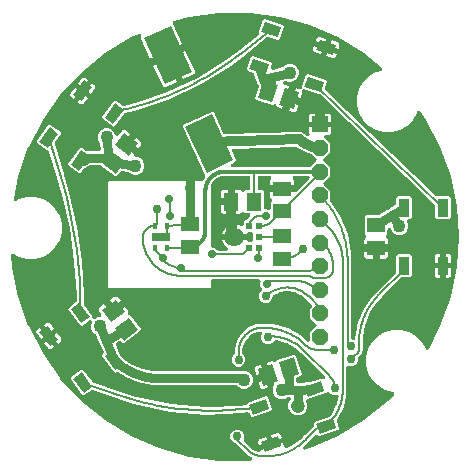
<source format=gbr>
G04 EAGLE Gerber RS-274X export*
G75*
%MOMM*%
%FSLAX34Y34*%
%LPD*%
%INBottom Copper*%
%IPPOS*%
%AMOC8*
5,1,8,0,0,1.08239X$1,22.5*%
G01*
%ADD10R,1.500000X1.300000*%
%ADD11R,1.300000X1.500000*%
%ADD12R,0.522000X0.600000*%
%ADD13C,1.625600*%
%ADD14R,0.350000X0.550000*%
%ADD15R,1.600000X0.700000*%
%ADD16R,4.300000X2.500000*%
%ADD17R,1.320800X1.320800*%
%ADD18P,1.429621X8X202.500000*%
%ADD19R,1.500000X0.900000*%
%ADD20R,0.900000X1.500000*%
%ADD21C,0.203200*%
%ADD22C,1.006400*%
%ADD23C,0.762000*%
%ADD24C,0.756400*%
%ADD25C,0.856400*%
%ADD26C,0.812800*%
%ADD27C,0.906400*%
%ADD28C,0.304800*%
%ADD29C,0.711200*%
%ADD30C,1.106400*%
%ADD31C,1.206400*%
%ADD32P,0.769796X8X22.500000*%

G36*
X12913Y-189674D02*
X12913Y-189674D01*
X13078Y-189664D01*
X13920Y-189549D01*
X14037Y-189519D01*
X14156Y-189497D01*
X14205Y-189475D01*
X14258Y-189462D01*
X14365Y-189406D01*
X14476Y-189358D01*
X14519Y-189326D01*
X14567Y-189301D01*
X14658Y-189222D01*
X14755Y-189150D01*
X14790Y-189109D01*
X14831Y-189074D01*
X14902Y-188976D01*
X14980Y-188884D01*
X15005Y-188836D01*
X15037Y-188793D01*
X15084Y-188681D01*
X15139Y-188574D01*
X15152Y-188522D01*
X15173Y-188472D01*
X15194Y-188353D01*
X15223Y-188236D01*
X15224Y-188182D01*
X15233Y-188129D01*
X15227Y-188008D01*
X15228Y-187887D01*
X15217Y-187834D01*
X15214Y-187781D01*
X15180Y-187665D01*
X15154Y-187547D01*
X15131Y-187498D01*
X15116Y-187446D01*
X15056Y-187341D01*
X15004Y-187232D01*
X14971Y-187190D01*
X14944Y-187143D01*
X14862Y-187054D01*
X14787Y-186960D01*
X14745Y-186926D01*
X14708Y-186886D01*
X14608Y-186819D01*
X14513Y-186744D01*
X14452Y-186712D01*
X14420Y-186690D01*
X14377Y-186674D01*
X14296Y-186632D01*
X12104Y-185724D01*
X10556Y-184177D01*
X8169Y-181790D01*
X7868Y-181488D01*
X1625Y-175246D01*
X1623Y-175244D01*
X1485Y-175106D01*
X1483Y-175105D01*
X1482Y-175103D01*
X1351Y-175000D01*
X1212Y-174889D01*
X1210Y-174888D01*
X1208Y-174887D01*
X991Y-174776D01*
X-854Y-174012D01*
X-2495Y-172371D01*
X-3383Y-170227D01*
X-3383Y-167907D01*
X-2495Y-165763D01*
X-854Y-164122D01*
X1290Y-163234D01*
X3610Y-163234D01*
X5754Y-164122D01*
X7395Y-165763D01*
X8283Y-167907D01*
X8283Y-170227D01*
X7793Y-171410D01*
X7772Y-171483D01*
X7742Y-171554D01*
X7724Y-171650D01*
X7697Y-171745D01*
X7694Y-171821D01*
X7680Y-171897D01*
X7685Y-171995D01*
X7680Y-172093D01*
X7694Y-172168D01*
X7698Y-172245D01*
X7725Y-172339D01*
X7743Y-172436D01*
X7773Y-172506D01*
X7795Y-172579D01*
X7843Y-172665D01*
X7882Y-172756D01*
X7927Y-172817D01*
X7965Y-172884D01*
X8062Y-172997D01*
X8090Y-173035D01*
X8104Y-173048D01*
X8123Y-173070D01*
X12205Y-177151D01*
X12499Y-177445D01*
X13549Y-178496D01*
X13587Y-178526D01*
X13660Y-178596D01*
X15615Y-180201D01*
X15656Y-180227D01*
X15688Y-180256D01*
X15731Y-180280D01*
X15781Y-180319D01*
X15868Y-180364D01*
X15908Y-180389D01*
X15942Y-180402D01*
X15998Y-180430D01*
X20236Y-182186D01*
X20275Y-182197D01*
X20312Y-182215D01*
X20442Y-182245D01*
X20571Y-182281D01*
X20612Y-182283D01*
X20651Y-182292D01*
X20785Y-182292D01*
X20919Y-182298D01*
X20959Y-182291D01*
X21000Y-182291D01*
X21130Y-182260D01*
X21262Y-182236D01*
X21299Y-182220D01*
X21339Y-182210D01*
X21459Y-182150D01*
X21582Y-182097D01*
X21614Y-182073D01*
X21651Y-182054D01*
X21754Y-181969D01*
X21861Y-181889D01*
X21888Y-181858D01*
X21919Y-181832D01*
X22000Y-181725D01*
X22087Y-181623D01*
X22105Y-181587D01*
X22130Y-181554D01*
X22184Y-181432D01*
X22245Y-181313D01*
X22255Y-181273D01*
X22272Y-181236D01*
X22297Y-181104D01*
X22329Y-180975D01*
X22330Y-180934D01*
X22338Y-180894D01*
X22333Y-180760D01*
X22334Y-180692D01*
X31245Y-177796D01*
X31269Y-177785D01*
X31295Y-177779D01*
X31427Y-177713D01*
X31562Y-177651D01*
X31583Y-177635D01*
X31607Y-177623D01*
X31721Y-177528D01*
X31838Y-177438D01*
X31855Y-177418D01*
X31875Y-177401D01*
X31884Y-177389D01*
X31988Y-177412D01*
X32015Y-177412D01*
X32040Y-177417D01*
X32189Y-177412D01*
X32337Y-177411D01*
X32362Y-177405D01*
X32389Y-177404D01*
X32627Y-177347D01*
X41485Y-174469D01*
X42284Y-176927D01*
X42314Y-177503D01*
X42333Y-177611D01*
X42342Y-177722D01*
X42362Y-177783D01*
X42372Y-177846D01*
X42415Y-177948D01*
X42449Y-178054D01*
X42482Y-178109D01*
X42507Y-178168D01*
X42572Y-178258D01*
X42629Y-178352D01*
X42673Y-178398D01*
X42711Y-178450D01*
X42794Y-178523D01*
X42871Y-178602D01*
X42925Y-178637D01*
X42974Y-178679D01*
X43072Y-178731D01*
X43165Y-178790D01*
X43225Y-178812D01*
X43282Y-178842D01*
X43389Y-178870D01*
X43493Y-178907D01*
X43557Y-178914D01*
X43619Y-178931D01*
X43729Y-178934D01*
X43840Y-178946D01*
X43903Y-178939D01*
X43967Y-178940D01*
X44076Y-178918D01*
X44186Y-178905D01*
X44265Y-178880D01*
X44309Y-178871D01*
X44347Y-178853D01*
X44418Y-178830D01*
X47717Y-177464D01*
X47763Y-177438D01*
X47814Y-177420D01*
X48018Y-177296D01*
X48021Y-177295D01*
X48022Y-177294D01*
X48023Y-177293D01*
X55790Y-171709D01*
X55797Y-171703D01*
X55805Y-171698D01*
X55990Y-171537D01*
X58211Y-169267D01*
X58283Y-169174D01*
X58362Y-169086D01*
X58375Y-169063D01*
X59432Y-168006D01*
X59456Y-167976D01*
X59503Y-167930D01*
X60343Y-166966D01*
X60356Y-166958D01*
X60448Y-166918D01*
X60508Y-166874D01*
X60573Y-166837D01*
X60691Y-166737D01*
X60728Y-166710D01*
X60739Y-166696D01*
X60759Y-166679D01*
X66980Y-160458D01*
X66991Y-160445D01*
X67003Y-160434D01*
X67099Y-160308D01*
X67197Y-160185D01*
X67204Y-160170D01*
X67214Y-160157D01*
X67278Y-160012D01*
X67346Y-159870D01*
X67349Y-159853D01*
X67356Y-159838D01*
X67386Y-159683D01*
X67419Y-159529D01*
X67419Y-159512D01*
X67422Y-159496D01*
X67416Y-159338D01*
X67413Y-159180D01*
X67409Y-159164D01*
X67409Y-159148D01*
X67352Y-158910D01*
X67106Y-158154D01*
X67878Y-156640D01*
X79953Y-152717D01*
X80101Y-152650D01*
X80249Y-152585D01*
X80259Y-152577D01*
X80270Y-152572D01*
X80398Y-152473D01*
X80528Y-152376D01*
X80538Y-152365D01*
X80546Y-152359D01*
X80568Y-152331D01*
X80692Y-152194D01*
X81606Y-151000D01*
X81607Y-151000D01*
X82442Y-149909D01*
X82449Y-149898D01*
X82458Y-149888D01*
X82587Y-149680D01*
X86304Y-142458D01*
X86318Y-142421D01*
X86338Y-142388D01*
X86344Y-142369D01*
X86354Y-142351D01*
X86420Y-142152D01*
X86427Y-142132D01*
X86428Y-142127D01*
X86431Y-142119D01*
X88045Y-135455D01*
X88064Y-135300D01*
X88087Y-135145D01*
X88085Y-135127D01*
X88087Y-135110D01*
X88071Y-134954D01*
X88058Y-134797D01*
X88052Y-134781D01*
X88050Y-134763D01*
X87999Y-134616D01*
X87951Y-134466D01*
X87942Y-134451D01*
X87936Y-134434D01*
X87852Y-134302D01*
X87771Y-134167D01*
X87759Y-134155D01*
X87749Y-134140D01*
X87637Y-134030D01*
X87528Y-133917D01*
X87513Y-133908D01*
X87501Y-133895D01*
X87367Y-133814D01*
X87235Y-133729D01*
X87218Y-133723D01*
X87203Y-133714D01*
X87055Y-133665D01*
X86906Y-133612D01*
X86889Y-133610D01*
X86872Y-133605D01*
X86716Y-133591D01*
X86560Y-133574D01*
X86542Y-133576D01*
X86525Y-133574D01*
X86369Y-133596D01*
X86214Y-133614D01*
X86194Y-133621D01*
X86180Y-133623D01*
X86140Y-133638D01*
X85981Y-133690D01*
X85975Y-133692D01*
X83654Y-133692D01*
X81511Y-132804D01*
X80325Y-131619D01*
X80254Y-131563D01*
X80190Y-131499D01*
X80118Y-131455D01*
X80052Y-131402D01*
X79970Y-131364D01*
X79893Y-131316D01*
X79813Y-131289D01*
X79737Y-131253D01*
X79648Y-131234D01*
X79562Y-131206D01*
X79478Y-131198D01*
X79397Y-131180D01*
X79306Y-131182D01*
X79215Y-131173D01*
X79132Y-131185D01*
X79048Y-131186D01*
X78960Y-131208D01*
X78870Y-131221D01*
X78792Y-131251D01*
X78710Y-131271D01*
X78629Y-131313D01*
X78544Y-131345D01*
X78475Y-131392D01*
X78400Y-131431D01*
X78331Y-131489D01*
X78256Y-131540D01*
X78199Y-131602D01*
X78135Y-131657D01*
X78081Y-131729D01*
X78019Y-131796D01*
X77957Y-131897D01*
X77928Y-131937D01*
X77916Y-131964D01*
X77891Y-132005D01*
X77610Y-132556D01*
X61798Y-137693D01*
X61720Y-137729D01*
X61638Y-137755D01*
X61562Y-137801D01*
X61482Y-137838D01*
X61413Y-137891D01*
X61340Y-137935D01*
X61276Y-137997D01*
X61206Y-138051D01*
X61151Y-138118D01*
X61090Y-138178D01*
X61042Y-138252D01*
X60986Y-138321D01*
X60948Y-138399D01*
X60902Y-138471D01*
X60872Y-138555D01*
X60833Y-138635D01*
X60814Y-138718D01*
X60785Y-138800D01*
X60775Y-138888D01*
X60755Y-138974D01*
X60756Y-139060D01*
X60746Y-139146D01*
X60756Y-139234D01*
X60757Y-139323D01*
X60777Y-139406D01*
X60787Y-139492D01*
X60826Y-139613D01*
X60837Y-139662D01*
X60849Y-139685D01*
X60862Y-139725D01*
X61634Y-141589D01*
X61634Y-144805D01*
X60404Y-147775D01*
X58130Y-150049D01*
X55159Y-151280D01*
X51944Y-151280D01*
X48973Y-150049D01*
X46699Y-147775D01*
X45469Y-144805D01*
X45469Y-141589D01*
X46699Y-138618D01*
X47245Y-138073D01*
X47323Y-137974D01*
X47408Y-137880D01*
X47431Y-137838D01*
X47461Y-137800D01*
X47515Y-137686D01*
X47576Y-137575D01*
X47589Y-137529D01*
X47610Y-137485D01*
X47637Y-137362D01*
X47671Y-137240D01*
X47676Y-137179D01*
X47683Y-137144D01*
X47683Y-137096D01*
X47691Y-136996D01*
X47691Y-136987D01*
X47685Y-136936D01*
X47687Y-136886D01*
X47678Y-136836D01*
X47677Y-136796D01*
X47661Y-136731D01*
X47651Y-136641D01*
X47634Y-136593D01*
X47625Y-136543D01*
X47599Y-136485D01*
X47592Y-136458D01*
X47569Y-136412D01*
X47533Y-136313D01*
X47506Y-136270D01*
X47485Y-136223D01*
X47441Y-136163D01*
X47433Y-136148D01*
X47409Y-136120D01*
X47344Y-136020D01*
X47308Y-135984D01*
X47277Y-135944D01*
X47212Y-135888D01*
X47207Y-135883D01*
X47192Y-135871D01*
X47183Y-135864D01*
X47094Y-135778D01*
X47050Y-135752D01*
X47011Y-135719D01*
X46927Y-135676D01*
X46927Y-135675D01*
X46925Y-135675D01*
X46901Y-135662D01*
X46795Y-135599D01*
X46746Y-135583D01*
X46701Y-135560D01*
X46581Y-135530D01*
X46463Y-135493D01*
X46412Y-135488D01*
X46363Y-135476D01*
X46118Y-135464D01*
X45756Y-135476D01*
X45655Y-135491D01*
X45553Y-135496D01*
X45483Y-135517D01*
X45411Y-135527D01*
X45316Y-135565D01*
X45218Y-135593D01*
X45155Y-135628D01*
X45087Y-135655D01*
X45003Y-135713D01*
X44914Y-135763D01*
X44840Y-135826D01*
X44801Y-135854D01*
X44776Y-135881D01*
X44728Y-135922D01*
X44427Y-136222D01*
X41640Y-137377D01*
X38624Y-137377D01*
X35837Y-136222D01*
X33704Y-134089D01*
X32549Y-131302D01*
X32549Y-128286D01*
X33650Y-125628D01*
X33669Y-125564D01*
X33696Y-125503D01*
X33716Y-125396D01*
X33746Y-125293D01*
X33749Y-125226D01*
X33762Y-125160D01*
X33758Y-125052D01*
X33763Y-124945D01*
X33751Y-124879D01*
X33748Y-124812D01*
X33707Y-124640D01*
X33700Y-124602D01*
X33696Y-124591D01*
X33692Y-124574D01*
X31416Y-117570D01*
X31405Y-117547D01*
X31399Y-117521D01*
X31334Y-117391D01*
X31324Y-117365D01*
X31319Y-117358D01*
X31271Y-117254D01*
X31255Y-117233D01*
X31243Y-117209D01*
X31148Y-117095D01*
X31058Y-116978D01*
X31038Y-116961D01*
X31021Y-116941D01*
X30903Y-116851D01*
X30788Y-116758D01*
X30764Y-116746D01*
X30743Y-116730D01*
X30608Y-116670D01*
X30474Y-116605D01*
X30449Y-116599D01*
X30425Y-116588D01*
X30280Y-116560D01*
X30135Y-116527D01*
X30109Y-116527D01*
X30083Y-116522D01*
X29935Y-116528D01*
X29786Y-116529D01*
X29761Y-116535D01*
X29735Y-116536D01*
X29497Y-116593D01*
X28046Y-117064D01*
X28046Y-117062D01*
X29496Y-116591D01*
X29520Y-116580D01*
X29545Y-116574D01*
X29678Y-116508D01*
X29813Y-116446D01*
X29834Y-116430D01*
X29857Y-116418D01*
X29971Y-116324D01*
X30089Y-116233D01*
X30105Y-116213D01*
X30125Y-116196D01*
X30215Y-116078D01*
X30309Y-115963D01*
X30320Y-115939D01*
X30336Y-115918D01*
X30396Y-115783D01*
X30462Y-115649D01*
X30468Y-115624D01*
X30478Y-115600D01*
X30506Y-115454D01*
X30539Y-115310D01*
X30539Y-115283D01*
X30544Y-115258D01*
X30538Y-115109D01*
X30538Y-114961D01*
X30532Y-114936D01*
X30531Y-114909D01*
X30474Y-114672D01*
X27842Y-106572D01*
X31444Y-105401D01*
X32112Y-105366D01*
X32767Y-105505D01*
X33378Y-105817D01*
X33394Y-105833D01*
X33499Y-105898D01*
X33600Y-105970D01*
X33648Y-105989D01*
X33691Y-106016D01*
X33808Y-106055D01*
X33923Y-106102D01*
X33973Y-106110D01*
X34022Y-106126D01*
X34145Y-106138D01*
X34267Y-106157D01*
X34318Y-106154D01*
X34369Y-106159D01*
X34491Y-106142D01*
X34614Y-106133D01*
X34663Y-106118D01*
X34714Y-106111D01*
X34829Y-106067D01*
X34948Y-106031D01*
X34992Y-106005D01*
X35039Y-105987D01*
X35142Y-105917D01*
X35249Y-105855D01*
X35286Y-105820D01*
X35328Y-105791D01*
X35412Y-105700D01*
X35502Y-105616D01*
X35530Y-105573D01*
X35565Y-105535D01*
X35693Y-105327D01*
X36176Y-104379D01*
X50155Y-99837D01*
X51669Y-100608D01*
X56829Y-116490D01*
X56058Y-118004D01*
X53215Y-118927D01*
X53078Y-118990D01*
X52938Y-119049D01*
X52919Y-119063D01*
X52898Y-119072D01*
X52779Y-119164D01*
X52656Y-119253D01*
X52641Y-119271D01*
X52622Y-119285D01*
X52527Y-119402D01*
X52428Y-119517D01*
X52417Y-119537D01*
X52402Y-119556D01*
X52336Y-119691D01*
X52265Y-119825D01*
X52259Y-119848D01*
X52249Y-119869D01*
X52215Y-120016D01*
X52177Y-120162D01*
X52176Y-120190D01*
X52171Y-120209D01*
X52172Y-120256D01*
X52163Y-120406D01*
X52194Y-121998D01*
X52199Y-122033D01*
X52197Y-122069D01*
X52222Y-122206D01*
X52241Y-122343D01*
X52254Y-122377D01*
X52260Y-122412D01*
X52316Y-122539D01*
X52365Y-122669D01*
X52385Y-122698D01*
X52399Y-122731D01*
X52482Y-122843D01*
X52560Y-122958D01*
X52586Y-122982D01*
X52607Y-123011D01*
X52713Y-123100D01*
X52815Y-123195D01*
X52846Y-123213D01*
X52873Y-123236D01*
X52997Y-123299D01*
X53118Y-123368D01*
X53152Y-123378D01*
X53184Y-123394D01*
X53319Y-123428D01*
X53452Y-123467D01*
X53488Y-123470D01*
X53522Y-123478D01*
X53766Y-123490D01*
X54259Y-123474D01*
X63930Y-123162D01*
X64021Y-123148D01*
X64113Y-123145D01*
X64225Y-123118D01*
X64274Y-123111D01*
X64303Y-123100D01*
X64351Y-123088D01*
X73562Y-120095D01*
X74626Y-120637D01*
X74729Y-120676D01*
X74828Y-120723D01*
X74891Y-120737D01*
X74952Y-120759D01*
X75061Y-120773D01*
X75169Y-120796D01*
X75234Y-120795D01*
X75298Y-120803D01*
X75407Y-120792D01*
X75517Y-120790D01*
X75580Y-120774D01*
X75645Y-120768D01*
X75748Y-120732D01*
X75855Y-120705D01*
X75913Y-120676D01*
X75974Y-120655D01*
X76067Y-120596D01*
X76165Y-120546D01*
X76214Y-120504D01*
X76269Y-120469D01*
X76347Y-120391D01*
X76430Y-120320D01*
X76469Y-120268D01*
X76515Y-120222D01*
X76572Y-120128D01*
X76638Y-120040D01*
X76663Y-119980D01*
X76697Y-119925D01*
X76732Y-119820D01*
X76776Y-119720D01*
X76787Y-119656D01*
X76808Y-119594D01*
X76818Y-119485D01*
X76837Y-119377D01*
X76834Y-119312D01*
X76840Y-119247D01*
X76825Y-119138D01*
X76819Y-119028D01*
X76801Y-118966D01*
X76793Y-118902D01*
X76753Y-118799D01*
X76723Y-118694D01*
X76691Y-118637D01*
X76668Y-118577D01*
X76606Y-118485D01*
X76553Y-118389D01*
X76498Y-118325D01*
X76473Y-118288D01*
X76442Y-118260D01*
X76394Y-118203D01*
X58135Y-99944D01*
X57883Y-99692D01*
X56790Y-98599D01*
X56762Y-98576D01*
X56718Y-98531D01*
X53055Y-95319D01*
X53033Y-95304D01*
X53014Y-95284D01*
X52813Y-95145D01*
X44394Y-90285D01*
X44323Y-90254D01*
X44257Y-90215D01*
X44117Y-90165D01*
X44074Y-90146D01*
X44055Y-90143D01*
X44026Y-90133D01*
X35079Y-87735D01*
X34979Y-87720D01*
X34881Y-87696D01*
X34807Y-87695D01*
X34734Y-87684D01*
X34633Y-87692D01*
X34532Y-87691D01*
X34460Y-87707D01*
X34387Y-87713D01*
X34291Y-87744D01*
X34192Y-87765D01*
X34125Y-87797D01*
X34055Y-87820D01*
X33968Y-87872D01*
X33877Y-87915D01*
X33819Y-87961D01*
X33756Y-87999D01*
X33684Y-88069D01*
X33605Y-88132D01*
X33559Y-88190D01*
X33506Y-88242D01*
X33451Y-88327D01*
X33389Y-88406D01*
X33373Y-88436D01*
X31701Y-90108D01*
X29557Y-90996D01*
X27237Y-90996D01*
X25093Y-90108D01*
X23452Y-88468D01*
X22564Y-86324D01*
X22564Y-84003D01*
X23194Y-82483D01*
X23208Y-82434D01*
X23230Y-82388D01*
X23256Y-82267D01*
X23290Y-82148D01*
X23292Y-82097D01*
X23303Y-82047D01*
X23301Y-81923D01*
X23307Y-81800D01*
X23298Y-81750D01*
X23297Y-81699D01*
X23267Y-81579D01*
X23244Y-81457D01*
X23224Y-81410D01*
X23212Y-81361D01*
X23155Y-81251D01*
X23105Y-81137D01*
X23075Y-81096D01*
X23052Y-81051D01*
X22971Y-80957D01*
X22898Y-80857D01*
X22859Y-80825D01*
X22826Y-80786D01*
X22726Y-80712D01*
X22632Y-80632D01*
X22586Y-80609D01*
X22545Y-80579D01*
X22431Y-80530D01*
X22321Y-80474D01*
X22272Y-80461D01*
X22225Y-80441D01*
X22103Y-80419D01*
X21983Y-80389D01*
X21932Y-80389D01*
X21882Y-80380D01*
X21638Y-80384D01*
X21635Y-80384D01*
X19586Y-80586D01*
X19486Y-80608D01*
X19385Y-80620D01*
X19292Y-80650D01*
X19245Y-80660D01*
X19212Y-80675D01*
X19152Y-80695D01*
X14551Y-82601D01*
X14461Y-82650D01*
X14368Y-82691D01*
X14288Y-82747D01*
X14246Y-82770D01*
X14219Y-82795D01*
X14167Y-82831D01*
X13477Y-83397D01*
X13476Y-83398D01*
X12233Y-84418D01*
X12231Y-84420D01*
X12229Y-84421D01*
X12212Y-84438D01*
X12198Y-84447D01*
X12168Y-84481D01*
X12054Y-84591D01*
X10544Y-86314D01*
X10528Y-86336D01*
X10508Y-86355D01*
X10370Y-86556D01*
X8084Y-90516D01*
X8053Y-90586D01*
X8014Y-90653D01*
X7964Y-90792D01*
X7945Y-90835D01*
X7942Y-90855D01*
X7932Y-90883D01*
X6748Y-95299D01*
X6744Y-95326D01*
X6735Y-95352D01*
X6700Y-95594D01*
X6550Y-97879D01*
X6552Y-97916D01*
X6547Y-97979D01*
X6547Y-98251D01*
X6561Y-98376D01*
X6568Y-98503D01*
X6581Y-98549D01*
X6586Y-98597D01*
X6629Y-98716D01*
X6664Y-98838D01*
X6688Y-98880D01*
X6704Y-98925D01*
X6772Y-99031D01*
X6834Y-99142D01*
X6874Y-99188D01*
X6893Y-99218D01*
X6928Y-99251D01*
X6954Y-99283D01*
X6960Y-99290D01*
X6965Y-99295D01*
X6993Y-99328D01*
X8425Y-100760D01*
X9313Y-102904D01*
X9313Y-105224D01*
X8425Y-107368D01*
X6784Y-109009D01*
X4640Y-109897D01*
X2320Y-109897D01*
X176Y-109009D01*
X-1465Y-107368D01*
X-2353Y-105224D01*
X-2353Y-102904D01*
X-1465Y-100760D01*
X-33Y-99328D01*
X34Y-99243D01*
X66Y-99210D01*
X74Y-99198D01*
X130Y-99135D01*
X154Y-99093D01*
X184Y-99055D01*
X238Y-98941D01*
X299Y-98830D01*
X312Y-98784D01*
X332Y-98740D01*
X359Y-98616D01*
X393Y-98495D01*
X398Y-98434D01*
X406Y-98399D01*
X405Y-98351D01*
X413Y-98251D01*
X413Y-94665D01*
X2128Y-88264D01*
X5442Y-82525D01*
X9129Y-78838D01*
X9130Y-78837D01*
X10657Y-77309D01*
X18163Y-74200D01*
X32510Y-74200D01*
X45498Y-77680D01*
X57142Y-84403D01*
X61135Y-88396D01*
X61213Y-88458D01*
X61286Y-88528D01*
X61350Y-88566D01*
X61408Y-88612D01*
X61499Y-88655D01*
X61585Y-88707D01*
X61656Y-88729D01*
X61723Y-88761D01*
X61821Y-88782D01*
X61917Y-88813D01*
X61991Y-88819D01*
X62064Y-88834D01*
X62164Y-88833D01*
X62264Y-88841D01*
X62338Y-88830D01*
X62412Y-88828D01*
X62509Y-88804D01*
X62609Y-88789D01*
X62678Y-88762D01*
X62750Y-88743D01*
X62839Y-88697D01*
X62933Y-88660D01*
X62994Y-88618D01*
X63060Y-88584D01*
X63136Y-88519D01*
X63219Y-88461D01*
X63269Y-88406D01*
X63325Y-88358D01*
X63385Y-88277D01*
X63452Y-88203D01*
X63488Y-88138D01*
X63533Y-88078D01*
X63572Y-87986D01*
X63621Y-87898D01*
X63641Y-87826D01*
X63671Y-87758D01*
X63688Y-87659D01*
X63716Y-87562D01*
X63724Y-87462D01*
X63732Y-87415D01*
X63730Y-87379D01*
X63735Y-87318D01*
X63735Y-81335D01*
X69073Y-75997D01*
X69090Y-75977D01*
X69110Y-75960D01*
X69198Y-75840D01*
X69290Y-75724D01*
X69301Y-75700D01*
X69317Y-75679D01*
X69375Y-75543D01*
X69439Y-75409D01*
X69444Y-75383D01*
X69455Y-75359D01*
X69481Y-75213D01*
X69512Y-75068D01*
X69512Y-75042D01*
X69516Y-75016D01*
X69509Y-74868D01*
X69506Y-74720D01*
X69500Y-74694D01*
X69498Y-74668D01*
X69457Y-74526D01*
X69421Y-74382D01*
X69409Y-74359D01*
X69402Y-74333D01*
X69329Y-74204D01*
X69262Y-74072D01*
X69245Y-74052D01*
X69232Y-74029D01*
X69073Y-73843D01*
X63735Y-68505D01*
X63735Y-61335D01*
X65462Y-59609D01*
X65478Y-59588D01*
X65498Y-59571D01*
X65586Y-59452D01*
X65678Y-59336D01*
X65690Y-59312D01*
X65705Y-59291D01*
X65764Y-59154D01*
X65827Y-59020D01*
X65833Y-58995D01*
X65843Y-58971D01*
X65870Y-58825D01*
X65901Y-58680D01*
X65900Y-58654D01*
X65905Y-58628D01*
X65897Y-58479D01*
X65895Y-58331D01*
X65888Y-58306D01*
X65887Y-58280D01*
X65846Y-58137D01*
X65810Y-57993D01*
X65798Y-57970D01*
X65790Y-57945D01*
X65718Y-57815D01*
X65650Y-57684D01*
X65633Y-57664D01*
X65620Y-57641D01*
X65462Y-57454D01*
X60709Y-52702D01*
X60676Y-52676D01*
X60621Y-52621D01*
X58087Y-50456D01*
X58040Y-50424D01*
X57998Y-50386D01*
X57814Y-50272D01*
X57798Y-50262D01*
X57794Y-50260D01*
X57790Y-50257D01*
X51869Y-47241D01*
X51760Y-47200D01*
X51654Y-47151D01*
X51581Y-47134D01*
X51543Y-47119D01*
X51499Y-47114D01*
X51416Y-47094D01*
X44853Y-46054D01*
X44737Y-46049D01*
X44621Y-46035D01*
X44546Y-46041D01*
X44505Y-46039D01*
X44462Y-46048D01*
X44377Y-46054D01*
X37814Y-47094D01*
X37702Y-47125D01*
X37587Y-47148D01*
X37518Y-47176D01*
X37478Y-47187D01*
X37439Y-47209D01*
X37361Y-47241D01*
X33017Y-49454D01*
X33003Y-49463D01*
X32988Y-49470D01*
X32859Y-49559D01*
X32727Y-49647D01*
X32715Y-49659D01*
X32702Y-49668D01*
X32596Y-49785D01*
X32488Y-49901D01*
X32479Y-49915D01*
X32468Y-49927D01*
X32392Y-50066D01*
X32313Y-50202D01*
X32308Y-50218D01*
X32300Y-50232D01*
X32257Y-50385D01*
X32211Y-50535D01*
X32209Y-50552D01*
X32205Y-50568D01*
X32185Y-50811D01*
X32185Y-51694D01*
X31297Y-53837D01*
X29657Y-55478D01*
X27513Y-56366D01*
X25192Y-56366D01*
X23049Y-55478D01*
X21408Y-53837D01*
X20520Y-51694D01*
X20520Y-49373D01*
X21408Y-47229D01*
X22952Y-45685D01*
X22969Y-45664D01*
X22989Y-45647D01*
X23077Y-45528D01*
X23169Y-45412D01*
X23180Y-45388D01*
X23196Y-45367D01*
X23254Y-45231D01*
X23318Y-45097D01*
X23323Y-45071D01*
X23334Y-45047D01*
X23360Y-44901D01*
X23391Y-44756D01*
X23391Y-44730D01*
X23395Y-44704D01*
X23388Y-44555D01*
X23385Y-44408D01*
X23379Y-44382D01*
X23377Y-44356D01*
X23336Y-44213D01*
X23300Y-44070D01*
X23288Y-44046D01*
X23281Y-44021D01*
X23208Y-43891D01*
X23141Y-43760D01*
X23124Y-43740D01*
X23111Y-43717D01*
X22952Y-43531D01*
X22577Y-43156D01*
X21724Y-41095D01*
X21724Y-38864D01*
X21960Y-38295D01*
X22001Y-38150D01*
X22047Y-38007D01*
X22049Y-37983D01*
X22055Y-37959D01*
X22063Y-37809D01*
X22075Y-37659D01*
X22071Y-37635D01*
X22072Y-37611D01*
X22045Y-37464D01*
X22023Y-37315D01*
X22014Y-37292D01*
X22010Y-37268D01*
X21950Y-37131D01*
X21894Y-36991D01*
X21881Y-36971D01*
X21871Y-36949D01*
X21781Y-36828D01*
X21695Y-36705D01*
X21677Y-36689D01*
X21663Y-36669D01*
X21548Y-36572D01*
X21437Y-36471D01*
X21415Y-36460D01*
X21397Y-36444D01*
X21263Y-36375D01*
X21132Y-36303D01*
X21108Y-36296D01*
X21087Y-36285D01*
X20941Y-36249D01*
X20796Y-36208D01*
X20767Y-36206D01*
X20749Y-36201D01*
X20702Y-36200D01*
X20552Y-36188D01*
X-18542Y-36188D01*
X-18568Y-36191D01*
X-18594Y-36189D01*
X-18741Y-36211D01*
X-18888Y-36228D01*
X-18913Y-36237D01*
X-18939Y-36241D01*
X-19077Y-36296D01*
X-19216Y-36346D01*
X-19238Y-36360D01*
X-19263Y-36370D01*
X-19384Y-36454D01*
X-19509Y-36535D01*
X-19527Y-36554D01*
X-19549Y-36569D01*
X-19648Y-36678D01*
X-19751Y-36785D01*
X-19765Y-36808D01*
X-19782Y-36827D01*
X-19854Y-36957D01*
X-19930Y-37084D01*
X-19938Y-37109D01*
X-19951Y-37132D01*
X-19991Y-37275D01*
X-20036Y-37416D01*
X-20038Y-37443D01*
X-20046Y-37468D01*
X-20065Y-37712D01*
X-20065Y-42542D01*
X-20958Y-43435D01*
X-106042Y-43435D01*
X-106935Y-42542D01*
X-106935Y46352D01*
X-106042Y47245D01*
X-27312Y47245D01*
X-27237Y47253D01*
X-27160Y47252D01*
X-27064Y47273D01*
X-26966Y47285D01*
X-26894Y47310D01*
X-26820Y47327D01*
X-26731Y47369D01*
X-26638Y47402D01*
X-26574Y47444D01*
X-26505Y47476D01*
X-26428Y47538D01*
X-26345Y47591D01*
X-26292Y47646D01*
X-26232Y47694D01*
X-26171Y47771D01*
X-26103Y47842D01*
X-26064Y47907D01*
X-26017Y47967D01*
X-25948Y48101D01*
X-25924Y48141D01*
X-25918Y48159D01*
X-25905Y48185D01*
X-25164Y49974D01*
X-25080Y50058D01*
X-25074Y50065D01*
X-25066Y50072D01*
X-24966Y50202D01*
X-24863Y50331D01*
X-24859Y50340D01*
X-24853Y50348D01*
X-24784Y50498D01*
X-24714Y50646D01*
X-24712Y50656D01*
X-24708Y50665D01*
X-24675Y50827D01*
X-24641Y50987D01*
X-24641Y50996D01*
X-24639Y51006D01*
X-24644Y51170D01*
X-24647Y51335D01*
X-24649Y51345D01*
X-24650Y51355D01*
X-24692Y51512D01*
X-24732Y51673D01*
X-24737Y51682D01*
X-24739Y51691D01*
X-24816Y51837D01*
X-24892Y51983D01*
X-24892Y51984D01*
X-43958Y92870D01*
X-43377Y94467D01*
X-19180Y105750D01*
X-17583Y105169D01*
X-9329Y87468D01*
X-9294Y87410D01*
X-9266Y87348D01*
X-9203Y87262D01*
X-9147Y87171D01*
X-9099Y87123D01*
X-9058Y87068D01*
X-8977Y87000D01*
X-8902Y86924D01*
X-8844Y86887D01*
X-8792Y86844D01*
X-8697Y86795D01*
X-8607Y86738D01*
X-8542Y86716D01*
X-8482Y86685D01*
X-8378Y86659D01*
X-8277Y86625D01*
X-8209Y86618D01*
X-8143Y86601D01*
X-7970Y86593D01*
X-7930Y86589D01*
X-7918Y86590D01*
X-7899Y86590D01*
X54899Y88635D01*
X54902Y88636D01*
X54906Y88636D01*
X56120Y88681D01*
X57254Y88254D01*
X57256Y88253D01*
X57260Y88251D01*
X58400Y87828D01*
X59274Y87009D01*
X59301Y86988D01*
X59344Y86947D01*
X61135Y85465D01*
X61141Y85461D01*
X61146Y85455D01*
X61348Y85317D01*
X61420Y85275D01*
X61533Y85227D01*
X61643Y85171D01*
X61693Y85158D01*
X61740Y85138D01*
X61862Y85116D01*
X61981Y85086D01*
X62033Y85086D01*
X62084Y85076D01*
X62206Y85083D01*
X62329Y85081D01*
X62380Y85092D01*
X62432Y85095D01*
X62550Y85129D01*
X62670Y85155D01*
X62717Y85177D01*
X62766Y85192D01*
X62874Y85252D01*
X62985Y85304D01*
X63025Y85337D01*
X63070Y85362D01*
X63161Y85445D01*
X63257Y85522D01*
X63289Y85562D01*
X63328Y85597D01*
X63397Y85698D01*
X63474Y85795D01*
X63496Y85842D01*
X63525Y85884D01*
X63570Y85999D01*
X63622Y86110D01*
X63633Y86161D01*
X63651Y86209D01*
X63669Y86331D01*
X63695Y86451D01*
X63694Y86503D01*
X63701Y86554D01*
X63690Y86677D01*
X63688Y86800D01*
X63675Y86850D01*
X63671Y86901D01*
X63633Y87018D01*
X63602Y87137D01*
X63574Y87197D01*
X63563Y87233D01*
X63538Y87273D01*
X63497Y87358D01*
X63418Y87495D01*
X63245Y88141D01*
X63245Y93049D01*
X71882Y93049D01*
X71908Y93052D01*
X71934Y93050D01*
X72081Y93072D01*
X72228Y93089D01*
X72253Y93097D01*
X72279Y93101D01*
X72386Y93144D01*
X72462Y93123D01*
X72603Y93078D01*
X72629Y93075D01*
X72654Y93068D01*
X72898Y93049D01*
X81535Y93049D01*
X81535Y88141D01*
X81362Y87495D01*
X81027Y86916D01*
X80554Y86443D01*
X79975Y86108D01*
X79329Y85935D01*
X77452Y85935D01*
X77352Y85924D01*
X77252Y85922D01*
X77179Y85904D01*
X77106Y85895D01*
X77011Y85862D01*
X76914Y85837D01*
X76847Y85803D01*
X76777Y85778D01*
X76693Y85723D01*
X76604Y85677D01*
X76547Y85629D01*
X76485Y85589D01*
X76415Y85517D01*
X76338Y85452D01*
X76294Y85392D01*
X76242Y85338D01*
X76191Y85252D01*
X76131Y85171D01*
X76102Y85103D01*
X76064Y85039D01*
X76033Y84943D01*
X75993Y84851D01*
X75980Y84778D01*
X75957Y84707D01*
X75949Y84607D01*
X75932Y84508D01*
X75935Y84434D01*
X75929Y84360D01*
X75944Y84260D01*
X75950Y84160D01*
X75970Y84089D01*
X75981Y84015D01*
X76018Y83922D01*
X76046Y83825D01*
X76082Y83760D01*
X76110Y83691D01*
X76167Y83609D01*
X76216Y83521D01*
X76281Y83445D01*
X76309Y83405D01*
X76335Y83381D01*
X76375Y83335D01*
X81045Y78665D01*
X81045Y71495D01*
X75707Y66157D01*
X75690Y66137D01*
X75670Y66120D01*
X75582Y66000D01*
X75490Y65884D01*
X75479Y65860D01*
X75463Y65839D01*
X75405Y65703D01*
X75341Y65569D01*
X75336Y65543D01*
X75325Y65519D01*
X75299Y65373D01*
X75268Y65228D01*
X75268Y65202D01*
X75264Y65176D01*
X75271Y65028D01*
X75274Y64880D01*
X75280Y64854D01*
X75282Y64828D01*
X75323Y64686D01*
X75359Y64542D01*
X75371Y64519D01*
X75378Y64493D01*
X75450Y64364D01*
X75518Y64232D01*
X75535Y64212D01*
X75548Y64189D01*
X75707Y64003D01*
X81045Y58665D01*
X81045Y51495D01*
X75707Y46157D01*
X75690Y46137D01*
X75670Y46120D01*
X75582Y46000D01*
X75490Y45884D01*
X75479Y45860D01*
X75463Y45839D01*
X75405Y45703D01*
X75341Y45569D01*
X75336Y45543D01*
X75325Y45519D01*
X75299Y45373D01*
X75268Y45228D01*
X75268Y45202D01*
X75264Y45176D01*
X75271Y45028D01*
X75274Y44880D01*
X75280Y44854D01*
X75282Y44828D01*
X75323Y44686D01*
X75359Y44542D01*
X75371Y44519D01*
X75378Y44493D01*
X75450Y44364D01*
X75518Y44232D01*
X75535Y44212D01*
X75548Y44189D01*
X75707Y44003D01*
X81045Y38665D01*
X81045Y30880D01*
X81062Y30730D01*
X81075Y30579D01*
X81082Y30557D01*
X81085Y30534D01*
X81136Y30392D01*
X81182Y30248D01*
X81196Y30223D01*
X81202Y30206D01*
X81227Y30167D01*
X81301Y30034D01*
X89456Y17830D01*
X95727Y2691D01*
X98924Y-13381D01*
X98924Y-85695D01*
X98932Y-85771D01*
X98931Y-85847D01*
X98952Y-85944D01*
X98964Y-86041D01*
X98989Y-86113D01*
X99006Y-86188D01*
X99048Y-86277D01*
X99081Y-86369D01*
X99123Y-86434D01*
X99155Y-86503D01*
X99217Y-86579D01*
X99270Y-86662D01*
X99325Y-86715D01*
X99373Y-86775D01*
X99450Y-86836D01*
X99521Y-86904D01*
X99586Y-86944D01*
X99646Y-86991D01*
X99780Y-87059D01*
X99820Y-87083D01*
X99838Y-87089D01*
X99864Y-87102D01*
X100262Y-87267D01*
X100407Y-87309D01*
X100550Y-87354D01*
X100574Y-87356D01*
X100598Y-87363D01*
X100748Y-87370D01*
X100898Y-87382D01*
X100922Y-87379D01*
X100946Y-87380D01*
X101093Y-87353D01*
X101242Y-87331D01*
X101265Y-87322D01*
X101288Y-87317D01*
X101426Y-87258D01*
X101566Y-87202D01*
X101586Y-87188D01*
X101608Y-87179D01*
X101729Y-87089D01*
X101852Y-87003D01*
X101868Y-86985D01*
X101888Y-86971D01*
X101985Y-86856D01*
X102086Y-86744D01*
X102097Y-86723D01*
X102113Y-86705D01*
X102182Y-86571D01*
X102254Y-86439D01*
X102261Y-86416D01*
X102272Y-86395D01*
X102308Y-86248D01*
X102349Y-86104D01*
X102351Y-86075D01*
X102356Y-86056D01*
X102357Y-86009D01*
X102369Y-85860D01*
X102369Y-84045D01*
X102508Y-83346D01*
X102811Y-81823D01*
X103114Y-80300D01*
X103417Y-78777D01*
X103417Y-78776D01*
X103720Y-77254D01*
X103720Y-77253D01*
X104023Y-75730D01*
X104629Y-72684D01*
X104629Y-72683D01*
X104740Y-72126D01*
X109390Y-60898D01*
X116142Y-50793D01*
X136503Y-30432D01*
X136582Y-30333D01*
X136666Y-30239D01*
X136690Y-30197D01*
X136720Y-30159D01*
X136774Y-30045D01*
X136835Y-29934D01*
X136848Y-29888D01*
X136869Y-29844D01*
X136895Y-29721D01*
X136930Y-29599D01*
X136935Y-29538D01*
X136942Y-29503D01*
X136941Y-29455D01*
X136949Y-29355D01*
X136949Y-16151D01*
X138151Y-14949D01*
X148849Y-14949D01*
X150051Y-16151D01*
X150051Y-32849D01*
X148849Y-34051D01*
X142189Y-34051D01*
X142064Y-34065D01*
X141938Y-34072D01*
X141891Y-34085D01*
X141843Y-34091D01*
X141724Y-34133D01*
X141603Y-34168D01*
X141561Y-34192D01*
X141515Y-34208D01*
X141409Y-34277D01*
X141299Y-34338D01*
X141252Y-34378D01*
X141222Y-34397D01*
X141189Y-34432D01*
X141112Y-34497D01*
X126120Y-49489D01*
X125868Y-49741D01*
X124776Y-50833D01*
X124758Y-50856D01*
X124724Y-50887D01*
X121163Y-54817D01*
X121145Y-54842D01*
X121025Y-54993D01*
X115140Y-63802D01*
X115127Y-63826D01*
X115110Y-63847D01*
X114999Y-64065D01*
X110945Y-73852D01*
X110937Y-73879D01*
X110925Y-73903D01*
X110858Y-74138D01*
X110659Y-75139D01*
X110659Y-75140D01*
X110356Y-76663D01*
X110053Y-78186D01*
X109750Y-79709D01*
X109750Y-79710D01*
X109447Y-81232D01*
X109447Y-81233D01*
X109144Y-82756D01*
X108841Y-84279D01*
X108792Y-84528D01*
X108789Y-84559D01*
X108764Y-84750D01*
X108593Y-88235D01*
X108604Y-88398D01*
X108612Y-88562D01*
X108615Y-88572D01*
X108616Y-88583D01*
X108664Y-88740D01*
X108675Y-88779D01*
X108675Y-95685D01*
X106949Y-99851D01*
X106699Y-100101D01*
X104907Y-101893D01*
X104828Y-101992D01*
X104744Y-102086D01*
X104720Y-102128D01*
X104690Y-102166D01*
X104636Y-102280D01*
X104575Y-102391D01*
X104562Y-102438D01*
X104542Y-102481D01*
X104515Y-102605D01*
X104481Y-102727D01*
X104476Y-102787D01*
X104468Y-102822D01*
X104469Y-102870D01*
X104461Y-102970D01*
X104461Y-104995D01*
X103573Y-107139D01*
X101932Y-108780D01*
X99788Y-109668D01*
X97468Y-109668D01*
X96867Y-109419D01*
X96722Y-109378D01*
X96579Y-109332D01*
X96555Y-109330D01*
X96532Y-109323D01*
X96381Y-109316D01*
X96232Y-109304D01*
X96208Y-109307D01*
X96184Y-109306D01*
X96036Y-109333D01*
X95887Y-109356D01*
X95865Y-109365D01*
X95841Y-109369D01*
X95703Y-109429D01*
X95563Y-109484D01*
X95543Y-109498D01*
X95521Y-109508D01*
X95400Y-109598D01*
X95277Y-109683D01*
X95261Y-109701D01*
X95241Y-109716D01*
X95144Y-109831D01*
X95044Y-109942D01*
X95032Y-109963D01*
X95016Y-109982D01*
X94948Y-110115D01*
X94875Y-110247D01*
X94869Y-110270D01*
X94858Y-110292D01*
X94821Y-110437D01*
X94780Y-110582D01*
X94778Y-110612D01*
X94773Y-110630D01*
X94773Y-110677D01*
X94761Y-110826D01*
X94761Y-134809D01*
X92404Y-144537D01*
X87824Y-153436D01*
X86811Y-154607D01*
X86735Y-154719D01*
X86653Y-154827D01*
X86637Y-154863D01*
X86615Y-154895D01*
X86566Y-155021D01*
X86511Y-155146D01*
X86503Y-155184D01*
X86489Y-155220D01*
X86470Y-155354D01*
X86445Y-155488D01*
X86446Y-155527D01*
X86441Y-155565D01*
X86453Y-155701D01*
X86458Y-155836D01*
X86469Y-155883D01*
X86472Y-155912D01*
X86488Y-155960D01*
X86515Y-156074D01*
X88579Y-162427D01*
X87808Y-163941D01*
X71926Y-169101D01*
X70304Y-168274D01*
X70262Y-168226D01*
X70178Y-168116D01*
X70150Y-168093D01*
X70127Y-168066D01*
X70015Y-167984D01*
X69907Y-167896D01*
X69875Y-167880D01*
X69846Y-167859D01*
X69719Y-167804D01*
X69594Y-167743D01*
X69559Y-167735D01*
X69526Y-167721D01*
X69390Y-167696D01*
X69255Y-167665D01*
X69219Y-167665D01*
X69183Y-167659D01*
X69045Y-167666D01*
X68906Y-167667D01*
X68871Y-167675D01*
X68835Y-167677D01*
X68702Y-167715D01*
X68567Y-167747D01*
X68535Y-167764D01*
X68500Y-167773D01*
X68379Y-167841D01*
X68255Y-167903D01*
X68228Y-167926D01*
X68196Y-167944D01*
X68010Y-168102D01*
X63992Y-172120D01*
X63968Y-172150D01*
X63921Y-172196D01*
X60278Y-176377D01*
X58797Y-177441D01*
X58736Y-177497D01*
X58669Y-177545D01*
X58607Y-177614D01*
X58539Y-177676D01*
X58493Y-177744D01*
X58438Y-177806D01*
X58394Y-177887D01*
X58342Y-177963D01*
X58311Y-178040D01*
X58272Y-178112D01*
X58248Y-178201D01*
X58214Y-178287D01*
X58202Y-178369D01*
X58181Y-178449D01*
X58177Y-178541D01*
X58164Y-178632D01*
X58171Y-178714D01*
X58168Y-178797D01*
X58185Y-178887D01*
X58193Y-178979D01*
X58219Y-179058D01*
X58235Y-179139D01*
X58272Y-179223D01*
X58301Y-179311D01*
X58344Y-179382D01*
X58377Y-179457D01*
X58433Y-179530D01*
X58481Y-179609D01*
X58539Y-179668D01*
X58589Y-179734D01*
X58660Y-179793D01*
X58724Y-179859D01*
X58794Y-179903D01*
X58857Y-179956D01*
X58940Y-179997D01*
X59018Y-180047D01*
X59096Y-180074D01*
X59170Y-180111D01*
X59259Y-180132D01*
X59346Y-180163D01*
X59428Y-180172D01*
X59509Y-180191D01*
X59601Y-180191D01*
X59693Y-180201D01*
X59775Y-180191D01*
X59857Y-180192D01*
X59989Y-180166D01*
X60039Y-180160D01*
X60061Y-180152D01*
X60097Y-180145D01*
X63568Y-179172D01*
X63607Y-179156D01*
X63764Y-179103D01*
X87373Y-168848D01*
X87410Y-168826D01*
X87557Y-168752D01*
X109551Y-155378D01*
X109585Y-155351D01*
X109720Y-155258D01*
X129687Y-139014D01*
X129717Y-138983D01*
X129839Y-138872D01*
X134712Y-133655D01*
X134741Y-133615D01*
X134777Y-133580D01*
X134845Y-133475D01*
X134919Y-133375D01*
X134938Y-133329D01*
X134965Y-133287D01*
X135007Y-133169D01*
X135057Y-133055D01*
X135066Y-133006D01*
X135082Y-132959D01*
X135096Y-132834D01*
X135119Y-132712D01*
X135116Y-132662D01*
X135122Y-132612D01*
X135107Y-132488D01*
X135101Y-132364D01*
X135087Y-132316D01*
X135081Y-132266D01*
X135039Y-132149D01*
X135004Y-132029D01*
X134980Y-131985D01*
X134963Y-131938D01*
X134895Y-131833D01*
X134834Y-131724D01*
X134801Y-131688D01*
X134774Y-131646D01*
X134683Y-131559D01*
X134599Y-131467D01*
X134558Y-131439D01*
X134522Y-131404D01*
X134415Y-131340D01*
X134312Y-131269D01*
X134266Y-131251D01*
X134223Y-131226D01*
X133993Y-131144D01*
X127402Y-129378D01*
X121437Y-125934D01*
X116566Y-121063D01*
X113122Y-115098D01*
X111339Y-108444D01*
X111339Y-101556D01*
X113122Y-94902D01*
X116566Y-88937D01*
X121437Y-84066D01*
X127402Y-80622D01*
X134056Y-78839D01*
X140944Y-78839D01*
X147598Y-80622D01*
X153563Y-84066D01*
X158434Y-88937D01*
X161845Y-94845D01*
X161910Y-94934D01*
X161969Y-95027D01*
X162014Y-95073D01*
X162052Y-95125D01*
X162137Y-95196D01*
X162214Y-95274D01*
X162269Y-95309D01*
X162318Y-95350D01*
X162416Y-95401D01*
X162510Y-95459D01*
X162571Y-95480D01*
X162628Y-95509D01*
X162735Y-95536D01*
X162840Y-95572D01*
X162904Y-95578D01*
X162966Y-95594D01*
X163077Y-95595D01*
X163187Y-95606D01*
X163251Y-95598D01*
X163315Y-95599D01*
X163423Y-95576D01*
X163532Y-95561D01*
X163593Y-95539D01*
X163656Y-95525D01*
X163755Y-95478D01*
X163858Y-95439D01*
X163912Y-95403D01*
X163970Y-95376D01*
X164057Y-95307D01*
X164148Y-95246D01*
X164193Y-95199D01*
X164243Y-95159D01*
X164311Y-95072D01*
X164387Y-94992D01*
X164432Y-94920D01*
X164459Y-94885D01*
X164477Y-94848D01*
X164516Y-94784D01*
X174334Y-75837D01*
X174349Y-75797D01*
X174417Y-75647D01*
X183037Y-51392D01*
X183046Y-51350D01*
X183093Y-51192D01*
X188330Y-25990D01*
X188334Y-25948D01*
X188358Y-25784D01*
X190115Y-104D01*
X190113Y-61D01*
X190115Y104D01*
X188358Y25784D01*
X188350Y25826D01*
X188330Y25990D01*
X183093Y51192D01*
X183079Y51233D01*
X183037Y51392D01*
X174417Y75647D01*
X174398Y75685D01*
X174334Y75837D01*
X162492Y98692D01*
X162468Y98727D01*
X162384Y98869D01*
X157283Y106095D01*
X157263Y106118D01*
X157247Y106145D01*
X157147Y106248D01*
X157051Y106355D01*
X157026Y106372D01*
X157004Y106395D01*
X156883Y106473D01*
X156766Y106555D01*
X156737Y106567D01*
X156711Y106583D01*
X156576Y106631D01*
X156443Y106685D01*
X156412Y106690D01*
X156383Y106700D01*
X156240Y106716D01*
X156098Y106738D01*
X156067Y106736D01*
X156036Y106740D01*
X155894Y106723D01*
X155751Y106712D01*
X155721Y106703D01*
X155690Y106699D01*
X155555Y106651D01*
X155418Y106607D01*
X155392Y106592D01*
X155362Y106581D01*
X155242Y106503D01*
X155118Y106430D01*
X155096Y106408D01*
X155070Y106391D01*
X154970Y106288D01*
X154867Y106189D01*
X154850Y106163D01*
X154828Y106140D01*
X154754Y106017D01*
X154676Y105897D01*
X154666Y105868D01*
X154650Y105841D01*
X154568Y105611D01*
X154378Y104902D01*
X150934Y98937D01*
X146063Y94066D01*
X140098Y90622D01*
X133444Y88839D01*
X126556Y88839D01*
X119902Y90622D01*
X113937Y94066D01*
X109066Y98937D01*
X105622Y104902D01*
X103839Y111556D01*
X103839Y118444D01*
X105622Y125098D01*
X109066Y131063D01*
X113937Y135934D01*
X119902Y139378D01*
X124047Y140488D01*
X124189Y140545D01*
X124334Y140597D01*
X124351Y140609D01*
X124371Y140617D01*
X124497Y140704D01*
X124625Y140788D01*
X124640Y140803D01*
X124657Y140815D01*
X124760Y140929D01*
X124866Y141039D01*
X124877Y141058D01*
X124891Y141073D01*
X124966Y141207D01*
X125044Y141339D01*
X125050Y141360D01*
X125060Y141378D01*
X125102Y141526D01*
X125148Y141672D01*
X125150Y141693D01*
X125156Y141713D01*
X125163Y141866D01*
X125175Y142019D01*
X125171Y142040D01*
X125172Y142061D01*
X125145Y142212D01*
X125121Y142364D01*
X125113Y142383D01*
X125109Y142404D01*
X125048Y142545D01*
X124991Y142687D01*
X124979Y142704D01*
X124970Y142724D01*
X124879Y142847D01*
X124791Y142972D01*
X124772Y142990D01*
X124762Y143003D01*
X124728Y143032D01*
X124614Y143141D01*
X109720Y155258D01*
X109684Y155281D01*
X109550Y155378D01*
X87557Y168752D01*
X87518Y168770D01*
X87373Y168848D01*
X63763Y179103D01*
X63722Y179115D01*
X63568Y179172D01*
X38782Y186117D01*
X38739Y186124D01*
X38578Y186159D01*
X13078Y189664D01*
X13035Y189665D01*
X12870Y189679D01*
X-12870Y189679D01*
X-12913Y189674D01*
X-13078Y189664D01*
X-38578Y186159D01*
X-38620Y186149D01*
X-38782Y186117D01*
X-51275Y182617D01*
X-51276Y182616D01*
X-51451Y182545D01*
X-51597Y182485D01*
X-51598Y182485D01*
X-51598Y182484D01*
X-51743Y182382D01*
X-51882Y182283D01*
X-52002Y182147D01*
X-52113Y182022D01*
X-52113Y182021D01*
X-52189Y181880D01*
X-52278Y181716D01*
X-52278Y181715D01*
X-52279Y181715D01*
X-52338Y181497D01*
X-52370Y181379D01*
X-52370Y181378D01*
X-52376Y181192D01*
X-52382Y181031D01*
X-52382Y181030D01*
X-52350Y180866D01*
X-52316Y180689D01*
X-52315Y180688D01*
X-52236Y180511D01*
X-52173Y180371D01*
X-52172Y180371D01*
X-52172Y180370D01*
X-52031Y180171D01*
X-51999Y180133D01*
X-44059Y163106D01*
X-56309Y157394D01*
X-56332Y157380D01*
X-56356Y157371D01*
X-56480Y157289D01*
X-56606Y157211D01*
X-56625Y157193D01*
X-56647Y157178D01*
X-56749Y157070D01*
X-56854Y156966D01*
X-56868Y156944D01*
X-56886Y156925D01*
X-56961Y156796D01*
X-57039Y156671D01*
X-57048Y156646D01*
X-57061Y156623D01*
X-57105Y156482D01*
X-57153Y156341D01*
X-57156Y156315D01*
X-57163Y156290D01*
X-57173Y156142D01*
X-57189Y155995D01*
X-57185Y155969D01*
X-57187Y155942D01*
X-57163Y155796D01*
X-57145Y155649D01*
X-57135Y155624D01*
X-57131Y155598D01*
X-57046Y155369D01*
X-56402Y153987D01*
X-56403Y153987D01*
X-57047Y155369D01*
X-57061Y155391D01*
X-57070Y155415D01*
X-57152Y155539D01*
X-57230Y155665D01*
X-57248Y155684D01*
X-57263Y155706D01*
X-57371Y155808D01*
X-57475Y155913D01*
X-57497Y155927D01*
X-57516Y155945D01*
X-57644Y156020D01*
X-57770Y156099D01*
X-57795Y156107D01*
X-57818Y156120D01*
X-57959Y156164D01*
X-58100Y156212D01*
X-58126Y156215D01*
X-58151Y156223D01*
X-58299Y156233D01*
X-58446Y156248D01*
X-58472Y156245D01*
X-58499Y156246D01*
X-58645Y156223D01*
X-58792Y156204D01*
X-58817Y156195D01*
X-58843Y156191D01*
X-59072Y156105D01*
X-71322Y150393D01*
X-79262Y167420D01*
X-79378Y168079D01*
X-79320Y168745D01*
X-79089Y169380D01*
X-79046Y169459D01*
X-78988Y169546D01*
X-78963Y169611D01*
X-78930Y169673D01*
X-78902Y169774D01*
X-78866Y169873D01*
X-78857Y169942D01*
X-78838Y170009D01*
X-78834Y170114D01*
X-78821Y170218D01*
X-78828Y170288D01*
X-78825Y170357D01*
X-78845Y170461D01*
X-78856Y170565D01*
X-78878Y170631D01*
X-78891Y170700D01*
X-78934Y170795D01*
X-78968Y170895D01*
X-79005Y170954D01*
X-79034Y171018D01*
X-79097Y171101D01*
X-79153Y171190D01*
X-79203Y171239D01*
X-79245Y171295D01*
X-79326Y171362D01*
X-79400Y171436D01*
X-79460Y171473D01*
X-79513Y171517D01*
X-79607Y171564D01*
X-79697Y171619D01*
X-79763Y171641D01*
X-79825Y171673D01*
X-79927Y171697D01*
X-80027Y171730D01*
X-80097Y171737D01*
X-80164Y171753D01*
X-80269Y171753D01*
X-80374Y171763D01*
X-80443Y171754D01*
X-80513Y171754D01*
X-80615Y171731D01*
X-80719Y171717D01*
X-80807Y171686D01*
X-80853Y171676D01*
X-80887Y171659D01*
X-80951Y171637D01*
X-87373Y168848D01*
X-87410Y168826D01*
X-87557Y168752D01*
X-109550Y155378D01*
X-109585Y155351D01*
X-109720Y155258D01*
X-129687Y139014D01*
X-129702Y138998D01*
X-129704Y138997D01*
X-129722Y138979D01*
X-129839Y138872D01*
X-147409Y120060D01*
X-147434Y120025D01*
X-147540Y119898D01*
X-162384Y98869D01*
X-162404Y98832D01*
X-162492Y98692D01*
X-174334Y75837D01*
X-174349Y75797D01*
X-174417Y75647D01*
X-183037Y51392D01*
X-183046Y51350D01*
X-183093Y51192D01*
X-187029Y32249D01*
X-187034Y32192D01*
X-187048Y32137D01*
X-187050Y32019D01*
X-187061Y31902D01*
X-187053Y31846D01*
X-187054Y31788D01*
X-187029Y31673D01*
X-187012Y31557D01*
X-186992Y31504D01*
X-186980Y31448D01*
X-186929Y31342D01*
X-186887Y31232D01*
X-186855Y31185D01*
X-186830Y31133D01*
X-186757Y31041D01*
X-186691Y30944D01*
X-186649Y30905D01*
X-186613Y30860D01*
X-186521Y30787D01*
X-186434Y30708D01*
X-186384Y30680D01*
X-186340Y30644D01*
X-186233Y30594D01*
X-186131Y30536D01*
X-186076Y30520D01*
X-186024Y30496D01*
X-185909Y30471D01*
X-185796Y30438D01*
X-185739Y30435D01*
X-185683Y30423D01*
X-185566Y30425D01*
X-185448Y30419D01*
X-185392Y30429D01*
X-185335Y30430D01*
X-185221Y30458D01*
X-185105Y30479D01*
X-185053Y30501D01*
X-184997Y30515D01*
X-184802Y30608D01*
X-184785Y30615D01*
X-184781Y30618D01*
X-184776Y30620D01*
X-182598Y31878D01*
X-175944Y33661D01*
X-169056Y33661D01*
X-162402Y31878D01*
X-156437Y28434D01*
X-151566Y23563D01*
X-148122Y17598D01*
X-146339Y10944D01*
X-146339Y4056D01*
X-148122Y-2598D01*
X-151566Y-8563D01*
X-156437Y-13434D01*
X-162402Y-16878D01*
X-169056Y-18661D01*
X-175944Y-18661D01*
X-182598Y-16878D01*
X-186753Y-14479D01*
X-186870Y-14428D01*
X-186983Y-14370D01*
X-187029Y-14359D01*
X-187073Y-14340D01*
X-187198Y-14318D01*
X-187322Y-14287D01*
X-187369Y-14287D01*
X-187415Y-14278D01*
X-187543Y-14284D01*
X-187670Y-14283D01*
X-187716Y-14293D01*
X-187764Y-14295D01*
X-187886Y-14331D01*
X-188011Y-14358D01*
X-188053Y-14378D01*
X-188099Y-14391D01*
X-188210Y-14453D01*
X-188325Y-14508D01*
X-188362Y-14538D01*
X-188403Y-14561D01*
X-188498Y-14647D01*
X-188597Y-14726D01*
X-188626Y-14764D01*
X-188661Y-14795D01*
X-188733Y-14900D01*
X-188812Y-15001D01*
X-188832Y-15043D01*
X-188859Y-15082D01*
X-188906Y-15201D01*
X-188959Y-15316D01*
X-188969Y-15363D01*
X-188986Y-15406D01*
X-189005Y-15532D01*
X-189031Y-15657D01*
X-189032Y-15717D01*
X-189037Y-15751D01*
X-189033Y-15800D01*
X-189034Y-15902D01*
X-188358Y-25784D01*
X-188350Y-25826D01*
X-188330Y-25990D01*
X-183093Y-51192D01*
X-183079Y-51233D01*
X-183037Y-51392D01*
X-174417Y-75647D01*
X-174398Y-75685D01*
X-174334Y-75837D01*
X-162492Y-98692D01*
X-162468Y-98727D01*
X-162384Y-98869D01*
X-147540Y-119898D01*
X-147511Y-119931D01*
X-147409Y-120060D01*
X-129839Y-138872D01*
X-129807Y-138899D01*
X-129687Y-139014D01*
X-109720Y-155258D01*
X-109684Y-155281D01*
X-109550Y-155378D01*
X-87557Y-168752D01*
X-87518Y-168770D01*
X-87373Y-168848D01*
X-63763Y-179103D01*
X-63722Y-179115D01*
X-63568Y-179172D01*
X-38782Y-186117D01*
X-38739Y-186124D01*
X-38578Y-186159D01*
X-13078Y-189664D01*
X-13035Y-189665D01*
X-12870Y-189679D01*
X12870Y-189679D01*
X12913Y-189674D01*
G37*
%LPC*%
G36*
X6620Y-128741D02*
X6620Y-128741D01*
X3833Y-127586D01*
X2314Y-126068D01*
X2215Y-125989D01*
X2121Y-125905D01*
X2079Y-125881D01*
X2041Y-125851D01*
X1927Y-125797D01*
X1816Y-125736D01*
X1770Y-125723D01*
X1726Y-125702D01*
X1603Y-125676D01*
X1481Y-125641D01*
X1420Y-125636D01*
X1385Y-125629D01*
X1337Y-125630D01*
X1237Y-125622D01*
X-69869Y-125622D01*
X-81287Y-123351D01*
X-92042Y-118896D01*
X-98282Y-114726D01*
X-98377Y-114678D01*
X-98466Y-114621D01*
X-98531Y-114599D01*
X-98592Y-114567D01*
X-98695Y-114541D01*
X-98796Y-114507D01*
X-98864Y-114499D01*
X-98930Y-114483D01*
X-99037Y-114481D01*
X-99142Y-114470D01*
X-99210Y-114478D01*
X-99279Y-114477D01*
X-99383Y-114500D01*
X-99488Y-114513D01*
X-99552Y-114537D01*
X-99619Y-114551D01*
X-99716Y-114597D01*
X-99815Y-114633D01*
X-99892Y-114680D01*
X-99934Y-114700D01*
X-99965Y-114725D01*
X-100024Y-114761D01*
X-100408Y-115039D01*
X-102085Y-114774D01*
X-111901Y-101264D01*
X-111635Y-99586D01*
X-111372Y-99395D01*
X-111352Y-99376D01*
X-111327Y-99361D01*
X-111223Y-99258D01*
X-111116Y-99159D01*
X-111100Y-99136D01*
X-111080Y-99116D01*
X-111002Y-98993D01*
X-110919Y-98872D01*
X-110909Y-98845D01*
X-110894Y-98821D01*
X-110846Y-98683D01*
X-110794Y-98547D01*
X-110790Y-98519D01*
X-110780Y-98492D01*
X-110765Y-98346D01*
X-110745Y-98201D01*
X-110747Y-98173D01*
X-110745Y-98145D01*
X-110763Y-98000D01*
X-110776Y-97854D01*
X-110785Y-97827D01*
X-110788Y-97799D01*
X-110866Y-97567D01*
X-113769Y-90734D01*
X-113800Y-90662D01*
X-113824Y-90618D01*
X-113879Y-90502D01*
X-114242Y-89866D01*
X-114260Y-89725D01*
X-114281Y-89640D01*
X-114292Y-89553D01*
X-114331Y-89435D01*
X-114343Y-89387D01*
X-114355Y-89362D01*
X-114369Y-89321D01*
X-117044Y-83025D01*
X-117103Y-82921D01*
X-117155Y-82813D01*
X-117189Y-82770D01*
X-117216Y-82722D01*
X-117297Y-82634D01*
X-117372Y-82540D01*
X-117415Y-82506D01*
X-117453Y-82466D01*
X-117552Y-82399D01*
X-117646Y-82325D01*
X-117708Y-82292D01*
X-117741Y-82270D01*
X-117784Y-82254D01*
X-117863Y-82213D01*
X-118087Y-82120D01*
X-120220Y-79987D01*
X-121375Y-77200D01*
X-121375Y-74184D01*
X-120788Y-72768D01*
X-120759Y-72667D01*
X-120721Y-72569D01*
X-120712Y-72500D01*
X-120693Y-72433D01*
X-120687Y-72327D01*
X-120673Y-72223D01*
X-120679Y-72154D01*
X-120676Y-72085D01*
X-120695Y-71981D01*
X-120704Y-71876D01*
X-120726Y-71810D01*
X-120738Y-71742D01*
X-120780Y-71645D01*
X-120813Y-71545D01*
X-120849Y-71486D01*
X-120877Y-71422D01*
X-120940Y-71338D01*
X-120995Y-71248D01*
X-121043Y-71198D01*
X-121085Y-71142D01*
X-121165Y-71074D01*
X-121239Y-70999D01*
X-121298Y-70962D01*
X-121351Y-70917D01*
X-121445Y-70869D01*
X-121534Y-70813D01*
X-121599Y-70790D01*
X-121661Y-70758D01*
X-121763Y-70733D01*
X-121863Y-70698D01*
X-121932Y-70691D01*
X-121999Y-70674D01*
X-122105Y-70673D01*
X-122209Y-70662D01*
X-122278Y-70670D01*
X-122348Y-70669D01*
X-122451Y-70692D01*
X-122555Y-70705D01*
X-122621Y-70729D01*
X-122688Y-70744D01*
X-122783Y-70789D01*
X-122882Y-70825D01*
X-122961Y-70873D01*
X-123003Y-70893D01*
X-123033Y-70917D01*
X-123091Y-70953D01*
X-129209Y-75398D01*
X-130887Y-75132D01*
X-140702Y-61622D01*
X-140437Y-59944D01*
X-134264Y-55460D01*
X-134207Y-55408D01*
X-134144Y-55363D01*
X-134080Y-55290D01*
X-134008Y-55224D01*
X-133964Y-55160D01*
X-133913Y-55103D01*
X-133866Y-55017D01*
X-133811Y-54936D01*
X-133783Y-54864D01*
X-133747Y-54796D01*
X-133721Y-54702D01*
X-133685Y-54611D01*
X-133675Y-54535D01*
X-133654Y-54460D01*
X-133643Y-54313D01*
X-133637Y-54266D01*
X-133639Y-54247D01*
X-133636Y-54216D01*
X-133667Y-50083D01*
X-133671Y-50050D01*
X-133670Y-49995D01*
X-135540Y-21305D01*
X-135548Y-21264D01*
X-135552Y-21188D01*
X-139626Y7273D01*
X-139636Y7313D01*
X-139647Y7388D01*
X-145898Y35451D01*
X-145909Y35483D01*
X-145920Y35536D01*
X-149851Y49366D01*
X-149856Y49377D01*
X-149860Y49394D01*
X-156759Y71997D01*
X-156796Y72084D01*
X-156825Y72174D01*
X-156866Y72243D01*
X-156898Y72316D01*
X-156954Y72392D01*
X-157003Y72474D01*
X-157058Y72532D01*
X-157106Y72596D01*
X-157178Y72657D01*
X-157244Y72725D01*
X-157311Y72769D01*
X-157372Y72821D01*
X-157457Y72864D01*
X-157536Y72915D01*
X-157611Y72943D01*
X-157683Y72979D01*
X-157775Y73002D01*
X-157864Y73034D01*
X-157943Y73044D01*
X-158021Y73063D01*
X-158116Y73064D01*
X-158210Y73075D01*
X-158320Y73067D01*
X-158369Y73067D01*
X-158401Y73061D01*
X-158454Y73056D01*
X-158479Y73053D01*
X-167134Y79341D01*
X-167400Y81019D01*
X-157585Y94529D01*
X-155907Y94795D01*
X-147251Y88506D01*
X-146985Y86828D01*
X-152093Y79797D01*
X-152122Y79747D01*
X-152158Y79701D01*
X-152207Y79596D01*
X-152264Y79494D01*
X-152281Y79438D01*
X-152305Y79386D01*
X-152329Y79272D01*
X-152362Y79159D01*
X-152365Y79101D01*
X-152377Y79045D01*
X-152375Y78928D01*
X-152381Y78811D01*
X-152371Y78754D01*
X-152370Y78696D01*
X-152324Y78488D01*
X-152321Y78468D01*
X-152319Y78464D01*
X-152318Y78457D01*
X-144549Y53004D01*
X-144548Y53003D01*
X-144208Y51887D01*
X-143439Y49367D01*
X-139708Y37144D01*
X-133323Y8483D01*
X-129163Y-20583D01*
X-127253Y-49883D01*
X-127341Y-57210D01*
X-127339Y-57226D01*
X-127341Y-57242D01*
X-127321Y-57399D01*
X-127305Y-57557D01*
X-127300Y-57572D01*
X-127298Y-57588D01*
X-127243Y-57737D01*
X-127191Y-57886D01*
X-127183Y-57900D01*
X-127177Y-57915D01*
X-127050Y-58124D01*
X-120288Y-67431D01*
X-120327Y-67681D01*
X-120331Y-67777D01*
X-120345Y-67871D01*
X-120339Y-67950D01*
X-120342Y-68029D01*
X-120324Y-68123D01*
X-120316Y-68219D01*
X-120292Y-68294D01*
X-120277Y-68372D01*
X-120239Y-68459D01*
X-120209Y-68550D01*
X-120169Y-68618D01*
X-120137Y-68691D01*
X-120079Y-68767D01*
X-120030Y-68849D01*
X-119975Y-68906D01*
X-119927Y-68969D01*
X-119853Y-69030D01*
X-119787Y-69099D01*
X-119720Y-69142D01*
X-119659Y-69193D01*
X-119574Y-69236D01*
X-119494Y-69287D01*
X-119419Y-69314D01*
X-119348Y-69349D01*
X-119255Y-69372D01*
X-119165Y-69404D01*
X-119086Y-69413D01*
X-119009Y-69431D01*
X-118914Y-69432D01*
X-118819Y-69443D01*
X-118740Y-69434D01*
X-118661Y-69434D01*
X-118568Y-69413D01*
X-118473Y-69402D01*
X-118369Y-69369D01*
X-118321Y-69358D01*
X-118291Y-69344D01*
X-118240Y-69327D01*
X-115300Y-68109D01*
X-114244Y-68109D01*
X-114090Y-68091D01*
X-113936Y-68078D01*
X-113917Y-68072D01*
X-113898Y-68069D01*
X-113752Y-68017D01*
X-113605Y-67968D01*
X-113588Y-67958D01*
X-113570Y-67952D01*
X-113439Y-67868D01*
X-113307Y-67787D01*
X-113293Y-67773D01*
X-113277Y-67763D01*
X-113169Y-67651D01*
X-113059Y-67543D01*
X-113048Y-67526D01*
X-113035Y-67512D01*
X-112955Y-67379D01*
X-112872Y-67248D01*
X-112866Y-67230D01*
X-112856Y-67213D01*
X-112809Y-67066D01*
X-112758Y-66919D01*
X-112756Y-66900D01*
X-112750Y-66881D01*
X-112737Y-66727D01*
X-112721Y-66572D01*
X-112723Y-66553D01*
X-112722Y-66534D01*
X-112745Y-66381D01*
X-112764Y-66226D01*
X-112771Y-66208D01*
X-112774Y-66189D01*
X-112831Y-66045D01*
X-112884Y-65899D01*
X-112897Y-65880D01*
X-112902Y-65865D01*
X-112927Y-65830D01*
X-113012Y-65691D01*
X-114806Y-63221D01*
X-115046Y-62596D01*
X-115116Y-61931D01*
X-115011Y-61270D01*
X-114739Y-60659D01*
X-114318Y-60139D01*
X-110445Y-57325D01*
X-106027Y-63406D01*
X-106009Y-63426D01*
X-105996Y-63448D01*
X-105892Y-63554D01*
X-105791Y-63663D01*
X-105770Y-63678D01*
X-105751Y-63697D01*
X-105626Y-63776D01*
X-105503Y-63859D01*
X-105479Y-63869D01*
X-105457Y-63883D01*
X-105317Y-63932D01*
X-105178Y-63985D01*
X-105152Y-63989D01*
X-105128Y-63997D01*
X-104980Y-64013D01*
X-104833Y-64034D01*
X-104807Y-64031D01*
X-104781Y-64034D01*
X-104633Y-64016D01*
X-104486Y-64003D01*
X-104461Y-63995D01*
X-104435Y-63991D01*
X-104295Y-63940D01*
X-104155Y-63894D01*
X-104133Y-63880D01*
X-104108Y-63871D01*
X-103899Y-63743D01*
X-102666Y-62847D01*
X-101770Y-64081D01*
X-101752Y-64100D01*
X-101738Y-64122D01*
X-101634Y-64228D01*
X-101534Y-64337D01*
X-101512Y-64352D01*
X-101494Y-64371D01*
X-101368Y-64450D01*
X-101246Y-64534D01*
X-101221Y-64543D01*
X-101199Y-64557D01*
X-101059Y-64606D01*
X-100921Y-64660D01*
X-100895Y-64663D01*
X-100870Y-64672D01*
X-100722Y-64687D01*
X-100576Y-64708D01*
X-100550Y-64706D01*
X-100524Y-64709D01*
X-100376Y-64690D01*
X-100229Y-64677D01*
X-100204Y-64669D01*
X-100178Y-64666D01*
X-100038Y-64614D01*
X-99898Y-64568D01*
X-99875Y-64554D01*
X-99851Y-64545D01*
X-99642Y-64418D01*
X-92752Y-59412D01*
X-90526Y-62476D01*
X-90286Y-63100D01*
X-90216Y-63766D01*
X-90323Y-64443D01*
X-90334Y-64464D01*
X-90363Y-64584D01*
X-90400Y-64702D01*
X-90404Y-64753D01*
X-90416Y-64803D01*
X-90417Y-64926D01*
X-90426Y-65049D01*
X-90418Y-65100D01*
X-90418Y-65151D01*
X-90391Y-65272D01*
X-90372Y-65394D01*
X-90353Y-65441D01*
X-90342Y-65491D01*
X-90288Y-65602D01*
X-90242Y-65717D01*
X-90213Y-65759D01*
X-90190Y-65805D01*
X-90113Y-65901D01*
X-90041Y-66002D01*
X-90003Y-66036D01*
X-89971Y-66076D01*
X-89873Y-66152D01*
X-89781Y-66234D01*
X-89737Y-66259D01*
X-89696Y-66290D01*
X-89584Y-66342D01*
X-89475Y-66401D01*
X-89426Y-66415D01*
X-89380Y-66436D01*
X-89142Y-66494D01*
X-88091Y-66660D01*
X-79451Y-78552D01*
X-79717Y-80230D01*
X-93227Y-90045D01*
X-94905Y-89779D01*
X-95574Y-88859D01*
X-95653Y-88772D01*
X-95726Y-88680D01*
X-95770Y-88644D01*
X-95809Y-88602D01*
X-95906Y-88536D01*
X-95998Y-88463D01*
X-96050Y-88438D01*
X-96097Y-88406D01*
X-96207Y-88363D01*
X-96313Y-88313D01*
X-96369Y-88301D01*
X-96422Y-88280D01*
X-96539Y-88264D01*
X-96653Y-88239D01*
X-96711Y-88239D01*
X-96767Y-88231D01*
X-96884Y-88242D01*
X-97002Y-88243D01*
X-97057Y-88257D01*
X-97115Y-88262D01*
X-97226Y-88299D01*
X-97340Y-88328D01*
X-97406Y-88359D01*
X-97445Y-88372D01*
X-97484Y-88395D01*
X-97561Y-88431D01*
X-99966Y-89805D01*
X-100056Y-89871D01*
X-100151Y-89929D01*
X-100196Y-89974D01*
X-100247Y-90011D01*
X-100320Y-90096D01*
X-100399Y-90174D01*
X-100433Y-90228D01*
X-100474Y-90276D01*
X-100525Y-90375D01*
X-100585Y-90469D01*
X-100605Y-90529D01*
X-100635Y-90585D01*
X-100662Y-90693D01*
X-100698Y-90799D01*
X-100705Y-90862D01*
X-100721Y-90923D01*
X-100723Y-91034D01*
X-100734Y-91145D01*
X-100726Y-91208D01*
X-100728Y-91271D01*
X-100704Y-91381D01*
X-100690Y-91491D01*
X-100664Y-91569D01*
X-100655Y-91612D01*
X-100637Y-91650D01*
X-100613Y-91723D01*
X-97829Y-98277D01*
X-97804Y-98320D01*
X-97787Y-98368D01*
X-97659Y-98576D01*
X-94878Y-102404D01*
X-94855Y-102430D01*
X-94836Y-102459D01*
X-94669Y-102637D01*
X-94161Y-103098D01*
X-94135Y-103116D01*
X-93984Y-103235D01*
X-86510Y-108229D01*
X-86486Y-108242D01*
X-86465Y-108259D01*
X-86247Y-108370D01*
X-77942Y-111810D01*
X-77916Y-111817D01*
X-77892Y-111830D01*
X-77656Y-111897D01*
X-68840Y-113650D01*
X-68809Y-113653D01*
X-68618Y-113678D01*
X-64123Y-113898D01*
X-64095Y-113897D01*
X-64048Y-113900D01*
X5532Y-113900D01*
X5534Y-113900D01*
X5536Y-113900D01*
X5712Y-113880D01*
X5878Y-113860D01*
X5880Y-113860D01*
X5882Y-113859D01*
X6115Y-113784D01*
X6620Y-113575D01*
X9636Y-113575D01*
X12423Y-114730D01*
X14556Y-116863D01*
X15711Y-119650D01*
X15711Y-122666D01*
X14556Y-125453D01*
X12423Y-127586D01*
X9636Y-128741D01*
X6620Y-128741D01*
G37*
%LPD*%
G36*
X-6961Y-11711D02*
X-6961Y-11711D01*
X-6915Y-11713D01*
X-6788Y-11691D01*
X-6660Y-11676D01*
X-6617Y-11661D01*
X-6572Y-11653D01*
X-6453Y-11602D01*
X-6332Y-11559D01*
X-6293Y-11534D01*
X-6251Y-11516D01*
X-6147Y-11440D01*
X-6039Y-11370D01*
X-6007Y-11337D01*
X-5970Y-11310D01*
X-5886Y-11212D01*
X-5797Y-11119D01*
X-5773Y-11080D01*
X-5744Y-11045D01*
X-5684Y-10931D01*
X-5618Y-10820D01*
X-5604Y-10777D01*
X-5583Y-10736D01*
X-5551Y-10611D01*
X-5511Y-10488D01*
X-5508Y-10443D01*
X-5497Y-10399D01*
X-5494Y-10269D01*
X-5483Y-10141D01*
X-5490Y-10096D01*
X-5489Y-10050D01*
X-5516Y-9924D01*
X-5535Y-9796D01*
X-5552Y-9754D01*
X-5561Y-9709D01*
X-5616Y-9592D01*
X-5664Y-9472D01*
X-5690Y-9435D01*
X-5709Y-9393D01*
X-5789Y-9292D01*
X-5863Y-9186D01*
X-5897Y-9156D01*
X-5925Y-9120D01*
X-6110Y-8960D01*
X-7024Y-8297D01*
X-8212Y-7109D01*
X-9199Y-5751D01*
X-9961Y-4254D01*
X-10480Y-2658D01*
X-1050Y-2658D01*
X-1024Y-2655D01*
X-998Y-2657D01*
X-851Y-2635D01*
X-704Y-2618D01*
X-679Y-2610D01*
X-653Y-2606D01*
X-516Y-2551D01*
X-376Y-2501D01*
X-354Y-2487D01*
X-329Y-2477D01*
X-208Y-2392D01*
X-83Y-2312D01*
X-71Y-2299D01*
X-24Y-2344D01*
X-1Y-2358D01*
X18Y-2375D01*
X148Y-2447D01*
X275Y-2523D01*
X300Y-2531D01*
X323Y-2544D01*
X466Y-2584D01*
X607Y-2629D01*
X633Y-2631D01*
X658Y-2639D01*
X902Y-2658D01*
X10367Y-2658D01*
X10368Y-2666D01*
X10366Y-2695D01*
X10393Y-2838D01*
X10415Y-2982D01*
X10426Y-3009D01*
X10431Y-3037D01*
X10490Y-3171D01*
X10544Y-3306D01*
X10560Y-3330D01*
X10572Y-3356D01*
X10660Y-3473D01*
X10743Y-3592D01*
X10764Y-3611D01*
X10782Y-3635D01*
X10894Y-3728D01*
X11001Y-3825D01*
X11027Y-3839D01*
X11049Y-3858D01*
X11179Y-3923D01*
X11307Y-3994D01*
X11334Y-4002D01*
X11360Y-4015D01*
X11502Y-4049D01*
X11642Y-4089D01*
X11677Y-4091D01*
X11699Y-4097D01*
X11748Y-4097D01*
X11886Y-4108D01*
X14482Y-4108D01*
X14508Y-4105D01*
X14534Y-4107D01*
X14681Y-4085D01*
X14828Y-4068D01*
X14853Y-4060D01*
X14879Y-4056D01*
X15017Y-4001D01*
X15156Y-3951D01*
X15178Y-3937D01*
X15203Y-3927D01*
X15324Y-3842D01*
X15449Y-3762D01*
X15467Y-3743D01*
X15489Y-3728D01*
X15588Y-3618D01*
X15691Y-3511D01*
X15705Y-3489D01*
X15722Y-3469D01*
X15794Y-3339D01*
X15870Y-3212D01*
X15878Y-3187D01*
X15891Y-3164D01*
X15931Y-3021D01*
X15976Y-2880D01*
X15978Y-2854D01*
X15986Y-2829D01*
X16005Y-2585D01*
X16005Y2267D01*
X16003Y2287D01*
X16004Y2303D01*
X16004Y2309D01*
X16004Y2319D01*
X15982Y2466D01*
X15965Y2613D01*
X15957Y2638D01*
X15953Y2664D01*
X15898Y2802D01*
X15848Y2941D01*
X15834Y2963D01*
X15824Y2988D01*
X15739Y3109D01*
X15659Y3234D01*
X15640Y3252D01*
X15625Y3274D01*
X15515Y3373D01*
X15408Y3476D01*
X15386Y3490D01*
X15366Y3507D01*
X15236Y3579D01*
X15109Y3655D01*
X15084Y3663D01*
X15061Y3676D01*
X14918Y3716D01*
X14777Y3761D01*
X14751Y3763D01*
X14726Y3771D01*
X14482Y3790D01*
X11886Y3790D01*
X11741Y3774D01*
X11596Y3762D01*
X11568Y3754D01*
X11539Y3750D01*
X11403Y3701D01*
X11264Y3657D01*
X11239Y3643D01*
X11211Y3633D01*
X11089Y3554D01*
X10964Y3480D01*
X10943Y3460D01*
X10919Y3444D01*
X10817Y3339D01*
X10712Y3238D01*
X10697Y3214D01*
X10676Y3193D01*
X10602Y3068D01*
X10522Y2946D01*
X10512Y2919D01*
X10498Y2894D01*
X10453Y2755D01*
X10404Y2619D01*
X10400Y2590D01*
X10391Y2562D01*
X10380Y2417D01*
X10371Y2340D01*
X2425Y2340D01*
X2425Y10247D01*
X4021Y9728D01*
X5570Y8939D01*
X5604Y8926D01*
X5635Y8908D01*
X5767Y8866D01*
X5897Y8817D01*
X5933Y8813D01*
X5967Y8802D01*
X6105Y8791D01*
X6243Y8773D01*
X6278Y8777D01*
X6314Y8774D01*
X6451Y8794D01*
X6589Y8808D01*
X6623Y8820D01*
X6659Y8825D01*
X6788Y8877D01*
X6919Y8922D01*
X6949Y8941D01*
X6983Y8954D01*
X7097Y9033D01*
X7214Y9107D01*
X7240Y9133D01*
X7269Y9153D01*
X7362Y9256D01*
X7459Y9355D01*
X7478Y9385D01*
X7502Y9412D01*
X7569Y9533D01*
X7642Y9651D01*
X7654Y9685D01*
X7671Y9717D01*
X7709Y9850D01*
X7753Y9982D01*
X7756Y10018D01*
X7766Y10052D01*
X7785Y10296D01*
X7785Y12690D01*
X8987Y13892D01*
X9464Y13892D01*
X9540Y13900D01*
X9617Y13899D01*
X9713Y13920D01*
X9811Y13932D01*
X9882Y13957D01*
X9957Y13974D01*
X10046Y14016D01*
X10139Y14049D01*
X10203Y14091D01*
X10272Y14123D01*
X10349Y14185D01*
X10432Y14238D01*
X10485Y14293D01*
X10544Y14341D01*
X10605Y14418D01*
X10674Y14489D01*
X10713Y14554D01*
X10760Y14614D01*
X10828Y14747D01*
X10853Y14788D01*
X10858Y14806D01*
X10872Y14832D01*
X11207Y15642D01*
X13030Y17465D01*
X13093Y17543D01*
X13162Y17616D01*
X13201Y17680D01*
X13247Y17738D01*
X13290Y17829D01*
X13341Y17915D01*
X13364Y17986D01*
X13396Y18053D01*
X13417Y18151D01*
X13448Y18247D01*
X13454Y18321D01*
X13469Y18394D01*
X13467Y18494D01*
X13476Y18594D01*
X13464Y18668D01*
X13463Y18742D01*
X13439Y18839D01*
X13424Y18939D01*
X13396Y19008D01*
X13378Y19080D01*
X13332Y19170D01*
X13295Y19263D01*
X13253Y19324D01*
X13219Y19390D01*
X13153Y19467D01*
X13096Y19549D01*
X13041Y19599D01*
X12993Y19655D01*
X12912Y19715D01*
X12837Y19782D01*
X12772Y19818D01*
X12712Y19863D01*
X12620Y19902D01*
X12532Y19951D01*
X12461Y19971D01*
X12392Y20001D01*
X12294Y20018D01*
X12197Y20046D01*
X12097Y20054D01*
X12049Y20062D01*
X12014Y20060D01*
X11953Y20065D01*
X9109Y20065D01*
X8356Y20818D01*
X8316Y20849D01*
X8282Y20887D01*
X8180Y20957D01*
X8083Y21034D01*
X8037Y21056D01*
X7995Y21085D01*
X7880Y21130D01*
X7768Y21183D01*
X7718Y21194D01*
X7671Y21213D01*
X7548Y21230D01*
X7427Y21256D01*
X7377Y21256D01*
X7326Y21263D01*
X7202Y21253D01*
X7079Y21251D01*
X7030Y21238D01*
X6979Y21234D01*
X6861Y21196D01*
X6741Y21166D01*
X6696Y21142D01*
X6647Y21126D01*
X6541Y21063D01*
X6431Y21006D01*
X6392Y20973D01*
X6349Y20946D01*
X6260Y20860D01*
X6166Y20780D01*
X6135Y20739D01*
X6099Y20703D01*
X6011Y20575D01*
X5518Y20083D01*
X4939Y19748D01*
X4293Y19575D01*
X505Y19575D01*
X505Y28092D01*
X502Y28118D01*
X504Y28144D01*
X482Y28291D01*
X465Y28438D01*
X457Y28463D01*
X453Y28489D01*
X398Y28627D01*
X348Y28766D01*
X334Y28788D01*
X324Y28813D01*
X239Y28934D01*
X159Y29059D01*
X140Y29077D01*
X125Y29099D01*
X15Y29198D01*
X-92Y29301D01*
X-114Y29315D01*
X-134Y29332D01*
X-264Y29404D01*
X-391Y29480D01*
X-416Y29488D01*
X-439Y29501D01*
X-582Y29541D01*
X-723Y29586D01*
X-749Y29588D01*
X-774Y29596D01*
X-1018Y29615D01*
X-2543Y29615D01*
X-2543Y29617D01*
X-1018Y29617D01*
X-992Y29620D01*
X-966Y29618D01*
X-819Y29640D01*
X-672Y29657D01*
X-647Y29666D01*
X-621Y29669D01*
X-483Y29724D01*
X-344Y29774D01*
X-322Y29788D01*
X-297Y29798D01*
X-176Y29883D01*
X-51Y29963D01*
X-33Y29982D01*
X-11Y29997D01*
X88Y30107D01*
X191Y30214D01*
X205Y30236D01*
X222Y30256D01*
X294Y30386D01*
X370Y30513D01*
X378Y30538D01*
X391Y30561D01*
X431Y30704D01*
X476Y30845D01*
X478Y30871D01*
X486Y30896D01*
X505Y31140D01*
X505Y39657D01*
X4293Y39657D01*
X4939Y39484D01*
X5518Y39149D01*
X6003Y38664D01*
X6014Y38644D01*
X6094Y38549D01*
X6168Y38450D01*
X6207Y38417D01*
X6240Y38378D01*
X6339Y38305D01*
X6433Y38225D01*
X6479Y38201D01*
X6520Y38171D01*
X6633Y38122D01*
X6744Y38066D01*
X6793Y38053D01*
X6840Y38033D01*
X6962Y38011D01*
X7082Y37981D01*
X7133Y37980D01*
X7183Y37971D01*
X7307Y37978D01*
X7430Y37976D01*
X7480Y37987D01*
X7531Y37989D01*
X7650Y38023D01*
X7771Y38050D01*
X7817Y38072D01*
X7866Y38086D01*
X7974Y38146D01*
X8086Y38199D01*
X8125Y38231D01*
X8170Y38256D01*
X8356Y38414D01*
X9109Y39167D01*
X11871Y39167D01*
X11897Y39170D01*
X11923Y39168D01*
X12070Y39190D01*
X12217Y39207D01*
X12242Y39215D01*
X12268Y39219D01*
X12406Y39274D01*
X12545Y39324D01*
X12567Y39338D01*
X12592Y39348D01*
X12713Y39433D01*
X12838Y39513D01*
X12856Y39532D01*
X12878Y39547D01*
X12977Y39657D01*
X13080Y39764D01*
X13094Y39786D01*
X13111Y39806D01*
X13183Y39935D01*
X13259Y40063D01*
X13267Y40088D01*
X13280Y40111D01*
X13320Y40254D01*
X13365Y40395D01*
X13367Y40421D01*
X13375Y40446D01*
X13394Y40690D01*
X13394Y49982D01*
X13391Y50008D01*
X13393Y50034D01*
X13371Y50180D01*
X13354Y50328D01*
X13346Y50353D01*
X13342Y50379D01*
X13287Y50517D01*
X13237Y50656D01*
X13223Y50678D01*
X13213Y50703D01*
X13128Y50824D01*
X13048Y50949D01*
X13029Y50967D01*
X13014Y50989D01*
X12904Y51088D01*
X12797Y51191D01*
X12775Y51205D01*
X12755Y51222D01*
X12625Y51294D01*
X12498Y51370D01*
X12473Y51378D01*
X12450Y51391D01*
X12307Y51431D01*
X12166Y51476D01*
X12140Y51478D01*
X12115Y51486D01*
X11871Y51505D01*
X-8189Y51505D01*
X-8237Y51500D01*
X-8338Y51498D01*
X-10553Y51280D01*
X-10652Y51258D01*
X-10754Y51246D01*
X-10847Y51216D01*
X-10893Y51206D01*
X-10926Y51191D01*
X-10986Y51171D01*
X-15078Y49476D01*
X-15080Y49475D01*
X-15082Y49475D01*
X-15230Y49392D01*
X-15383Y49307D01*
X-15384Y49306D01*
X-15386Y49305D01*
X-15572Y49146D01*
X-18704Y46014D01*
X-18705Y46013D01*
X-18707Y46011D01*
X-18819Y45869D01*
X-18921Y45741D01*
X-18922Y45740D01*
X-18923Y45738D01*
X-19030Y45529D01*
X-19034Y45520D01*
X-19949Y43311D01*
X-19950Y43309D01*
X-19951Y43307D01*
X-19997Y43146D01*
X-20045Y42976D01*
X-20045Y42974D01*
X-20046Y42972D01*
X-20065Y42728D01*
X-20065Y-7653D01*
X-20062Y-7679D01*
X-20064Y-7705D01*
X-20042Y-7852D01*
X-20025Y-7999D01*
X-20017Y-8024D01*
X-20013Y-8050D01*
X-19958Y-8187D01*
X-19908Y-8327D01*
X-19894Y-8349D01*
X-19884Y-8374D01*
X-19799Y-8495D01*
X-19719Y-8620D01*
X-19700Y-8638D01*
X-19685Y-8660D01*
X-19575Y-8759D01*
X-19468Y-8862D01*
X-19446Y-8876D01*
X-19426Y-8893D01*
X-19296Y-8965D01*
X-19169Y-9041D01*
X-19144Y-9049D01*
X-19121Y-9062D01*
X-18978Y-9102D01*
X-18837Y-9147D01*
X-18811Y-9149D01*
X-18786Y-9156D01*
X-18542Y-9176D01*
X-17706Y-9176D01*
X-15645Y-10030D01*
X-14405Y-11270D01*
X-14306Y-11348D01*
X-14212Y-11433D01*
X-14170Y-11457D01*
X-14132Y-11487D01*
X-14018Y-11541D01*
X-13907Y-11602D01*
X-13861Y-11615D01*
X-13817Y-11635D01*
X-13694Y-11662D01*
X-13572Y-11696D01*
X-13511Y-11701D01*
X-13476Y-11709D01*
X-13428Y-11708D01*
X-13328Y-11716D01*
X-7006Y-11716D01*
X-6961Y-11711D01*
G37*
%LPC*%
G36*
X-114147Y60620D02*
X-114147Y60620D01*
X-114153Y60624D01*
X-114158Y60628D01*
X-114304Y60709D01*
X-114450Y60792D01*
X-114457Y60794D01*
X-114463Y60797D01*
X-114624Y60842D01*
X-114785Y60889D01*
X-114792Y60890D01*
X-114798Y60892D01*
X-115042Y60911D01*
X-122103Y60911D01*
X-122228Y60897D01*
X-122355Y60890D01*
X-122401Y60877D01*
X-122449Y60871D01*
X-122568Y60829D01*
X-122689Y60794D01*
X-122732Y60770D01*
X-122777Y60754D01*
X-122884Y60685D01*
X-122994Y60624D01*
X-123040Y60584D01*
X-123070Y60565D01*
X-123104Y60530D01*
X-123180Y60465D01*
X-123331Y60315D01*
X-123331Y60314D01*
X-124088Y59557D01*
X-125319Y59048D01*
X-125319Y59047D01*
X-126438Y58584D01*
X-126544Y58525D01*
X-126654Y58474D01*
X-126696Y58441D01*
X-126742Y58415D01*
X-126832Y58333D01*
X-126928Y58258D01*
X-126972Y58207D01*
X-127001Y58181D01*
X-127027Y58143D01*
X-127087Y58072D01*
X-130103Y53921D01*
X-131781Y53656D01*
X-140436Y59944D01*
X-140702Y61622D01*
X-130887Y75132D01*
X-129209Y75398D01*
X-125804Y72924D01*
X-125798Y72920D01*
X-125793Y72916D01*
X-125646Y72835D01*
X-125500Y72752D01*
X-125494Y72750D01*
X-125488Y72747D01*
X-125327Y72702D01*
X-125166Y72655D01*
X-125159Y72654D01*
X-125152Y72652D01*
X-124908Y72633D01*
X-114896Y72633D01*
X-114816Y72642D01*
X-114735Y72641D01*
X-114643Y72662D01*
X-114550Y72673D01*
X-114474Y72700D01*
X-114395Y72717D01*
X-114311Y72758D01*
X-114222Y72790D01*
X-114154Y72834D01*
X-114081Y72869D01*
X-114008Y72928D01*
X-113929Y72979D01*
X-113873Y73037D01*
X-113810Y73088D01*
X-113752Y73162D01*
X-113687Y73230D01*
X-113645Y73299D01*
X-113596Y73363D01*
X-113556Y73448D01*
X-113508Y73529D01*
X-113483Y73606D01*
X-113449Y73679D01*
X-113430Y73771D01*
X-113402Y73861D01*
X-113395Y73941D01*
X-113379Y74020D01*
X-113378Y74159D01*
X-113374Y74208D01*
X-113377Y74230D01*
X-113377Y74265D01*
X-113665Y78285D01*
X-113678Y78356D01*
X-113682Y78428D01*
X-113710Y78527D01*
X-113729Y78628D01*
X-113759Y78694D01*
X-113779Y78763D01*
X-113829Y78853D01*
X-113870Y78947D01*
X-113913Y79004D01*
X-113949Y79067D01*
X-114053Y79190D01*
X-114080Y79225D01*
X-114092Y79235D01*
X-114107Y79254D01*
X-114632Y79779D01*
X-115787Y82566D01*
X-115787Y85582D01*
X-114632Y88369D01*
X-112499Y90502D01*
X-109712Y91657D01*
X-106696Y91657D01*
X-104688Y90825D01*
X-104524Y90778D01*
X-104362Y90731D01*
X-104358Y90731D01*
X-104353Y90729D01*
X-104185Y90721D01*
X-104118Y90718D01*
X-104081Y90674D01*
X-101776Y88369D01*
X-100914Y86288D01*
X-100867Y86204D01*
X-100830Y86117D01*
X-100783Y86053D01*
X-100744Y85983D01*
X-100680Y85913D01*
X-100623Y85836D01*
X-100563Y85784D01*
X-100510Y85725D01*
X-100431Y85671D01*
X-100359Y85609D01*
X-100289Y85572D01*
X-100223Y85527D01*
X-100135Y85492D01*
X-100050Y85448D01*
X-99973Y85428D01*
X-99899Y85399D01*
X-99805Y85385D01*
X-99712Y85362D01*
X-99633Y85360D01*
X-99554Y85348D01*
X-99459Y85356D01*
X-99364Y85354D01*
X-99286Y85371D01*
X-99207Y85377D01*
X-99116Y85407D01*
X-99023Y85427D01*
X-98951Y85460D01*
X-98875Y85484D01*
X-98794Y85534D01*
X-98707Y85574D01*
X-98645Y85623D01*
X-98577Y85664D01*
X-98508Y85731D01*
X-98433Y85790D01*
X-98362Y85873D01*
X-98327Y85907D01*
X-98309Y85934D01*
X-98274Y85976D01*
X-95604Y89651D01*
X-95084Y90072D01*
X-94473Y90344D01*
X-93812Y90448D01*
X-93147Y90378D01*
X-92522Y90139D01*
X-88649Y87325D01*
X-93067Y81244D01*
X-93080Y81221D01*
X-93097Y81201D01*
X-93166Y81070D01*
X-93239Y80940D01*
X-93246Y80915D01*
X-93258Y80892D01*
X-93295Y80749D01*
X-93336Y80606D01*
X-93338Y80579D01*
X-93344Y80554D01*
X-93347Y80406D01*
X-93356Y80258D01*
X-93351Y80232D01*
X-93352Y80206D01*
X-93321Y80061D01*
X-93295Y79914D01*
X-93285Y79890D01*
X-93279Y79865D01*
X-93216Y79730D01*
X-93158Y79594D01*
X-93143Y79573D01*
X-93132Y79549D01*
X-93040Y79432D01*
X-92952Y79313D01*
X-92932Y79296D01*
X-92916Y79275D01*
X-92730Y79116D01*
X-91497Y78220D01*
X-92393Y76986D01*
X-92406Y76963D01*
X-92423Y76944D01*
X-92491Y76812D01*
X-92564Y76683D01*
X-92572Y76657D01*
X-92584Y76634D01*
X-92620Y76491D01*
X-92662Y76348D01*
X-92664Y76322D01*
X-92670Y76297D01*
X-92673Y76149D01*
X-92681Y76000D01*
X-92677Y75974D01*
X-92677Y75948D01*
X-92647Y75803D01*
X-92621Y75657D01*
X-92611Y75633D01*
X-92605Y75607D01*
X-92542Y75473D01*
X-92484Y75336D01*
X-92469Y75315D01*
X-92457Y75292D01*
X-92366Y75175D01*
X-92278Y75055D01*
X-92258Y75038D01*
X-92242Y75018D01*
X-92056Y74859D01*
X-85110Y69812D01*
X-85129Y69746D01*
X-85176Y69599D01*
X-85178Y69580D01*
X-85183Y69561D01*
X-85192Y69406D01*
X-85204Y69252D01*
X-85201Y69233D01*
X-85202Y69213D01*
X-85175Y69061D01*
X-85152Y68907D01*
X-85145Y68889D01*
X-85142Y68870D01*
X-85081Y68728D01*
X-85024Y68583D01*
X-85013Y68567D01*
X-85005Y68550D01*
X-84913Y68424D01*
X-84825Y68297D01*
X-84811Y68284D01*
X-84799Y68269D01*
X-84681Y68167D01*
X-84566Y68064D01*
X-84549Y68054D01*
X-84534Y68042D01*
X-84397Y67970D01*
X-84261Y67895D01*
X-84242Y67890D01*
X-84225Y67881D01*
X-84075Y67843D01*
X-83926Y67800D01*
X-83902Y67798D01*
X-83888Y67795D01*
X-83844Y67794D01*
X-83682Y67781D01*
X-82312Y67781D01*
X-79525Y66626D01*
X-77392Y64493D01*
X-76237Y61706D01*
X-76237Y58690D01*
X-77392Y55903D01*
X-79525Y53770D01*
X-82312Y52615D01*
X-85328Y52615D01*
X-88115Y53770D01*
X-89051Y54706D01*
X-89067Y54718D01*
X-89080Y54734D01*
X-89203Y54826D01*
X-89324Y54922D01*
X-89342Y54931D01*
X-89359Y54943D01*
X-89500Y55005D01*
X-89639Y55071D01*
X-89659Y55075D01*
X-89677Y55084D01*
X-89916Y55137D01*
X-94950Y55845D01*
X-94953Y55845D01*
X-94956Y55846D01*
X-95126Y55849D01*
X-95298Y55854D01*
X-95302Y55853D01*
X-95305Y55853D01*
X-95468Y55818D01*
X-95640Y55783D01*
X-95643Y55782D01*
X-95646Y55781D01*
X-95799Y55709D01*
X-95956Y55636D01*
X-95959Y55634D01*
X-95961Y55633D01*
X-96095Y55528D01*
X-96231Y55422D01*
X-96233Y55419D01*
X-96235Y55417D01*
X-96394Y55232D01*
X-99259Y51289D01*
X-100937Y51023D01*
X-114147Y60620D01*
G37*
%LPD*%
%LPC*%
G36*
X13613Y-152086D02*
X13613Y-152086D01*
X12879Y-149828D01*
X12843Y-149749D01*
X12816Y-149666D01*
X12771Y-149591D01*
X12734Y-149511D01*
X12681Y-149442D01*
X12636Y-149368D01*
X12575Y-149305D01*
X12521Y-149236D01*
X12454Y-149181D01*
X12393Y-149118D01*
X12319Y-149071D01*
X12251Y-149016D01*
X12173Y-148977D01*
X12099Y-148930D01*
X12017Y-148901D01*
X11938Y-148863D01*
X11853Y-148843D01*
X11771Y-148814D01*
X11684Y-148804D01*
X11598Y-148785D01*
X11511Y-148785D01*
X11425Y-148776D01*
X11299Y-148786D01*
X11250Y-148787D01*
X11224Y-148793D01*
X11181Y-148796D01*
X6424Y-149587D01*
X-24211Y-150824D01*
X-54762Y-148248D01*
X-84758Y-141901D01*
X-97987Y-137325D01*
X-119658Y-129831D01*
X-119742Y-129812D01*
X-119823Y-129784D01*
X-119911Y-129774D01*
X-119998Y-129755D01*
X-120084Y-129756D01*
X-120169Y-129747D01*
X-120258Y-129758D01*
X-120347Y-129759D01*
X-120430Y-129779D01*
X-120515Y-129790D01*
X-120599Y-129821D01*
X-120685Y-129842D01*
X-120762Y-129881D01*
X-120842Y-129910D01*
X-120951Y-129977D01*
X-120996Y-130000D01*
X-121016Y-130016D01*
X-121051Y-130038D01*
X-127105Y-134436D01*
X-128783Y-134171D01*
X-138598Y-120661D01*
X-138333Y-118983D01*
X-129677Y-112694D01*
X-127999Y-112960D01*
X-121007Y-122584D01*
X-120893Y-122708D01*
X-120783Y-122831D01*
X-120776Y-122835D01*
X-120771Y-122841D01*
X-120633Y-122935D01*
X-120497Y-123030D01*
X-120488Y-123033D01*
X-120483Y-123037D01*
X-120459Y-123046D01*
X-120273Y-123128D01*
X-97240Y-131094D01*
X-97222Y-131098D01*
X-97195Y-131109D01*
X-83035Y-135518D01*
X-82989Y-135527D01*
X-82898Y-135554D01*
X-53892Y-141692D01*
X-53843Y-141696D01*
X-53704Y-141719D01*
X-24161Y-144210D01*
X-24112Y-144208D01*
X-23971Y-144214D01*
X5653Y-143018D01*
X5699Y-143011D01*
X5794Y-143006D01*
X9248Y-142541D01*
X9335Y-142520D01*
X9424Y-142507D01*
X9504Y-142477D01*
X9586Y-142456D01*
X9666Y-142415D01*
X9749Y-142383D01*
X9820Y-142335D01*
X9896Y-142296D01*
X9964Y-142237D01*
X10038Y-142187D01*
X10096Y-142125D01*
X10161Y-142069D01*
X10214Y-141997D01*
X10275Y-141932D01*
X10338Y-141829D01*
X10367Y-141789D01*
X10379Y-141763D01*
X10403Y-141723D01*
X11078Y-140397D01*
X26960Y-135237D01*
X28474Y-136009D01*
X31780Y-146184D01*
X31008Y-147697D01*
X15127Y-152858D01*
X13613Y-152086D01*
G37*
%LPD*%
%LPC*%
G36*
X-103024Y93306D02*
X-103024Y93306D01*
X-103028Y93309D01*
X-103031Y93312D01*
X-103045Y93324D01*
X-103210Y93465D01*
X-111635Y99586D01*
X-111901Y101264D01*
X-102085Y114774D01*
X-100408Y115039D01*
X-95039Y111139D01*
X-95025Y111131D01*
X-95013Y111120D01*
X-94873Y111046D01*
X-94736Y110968D01*
X-94720Y110963D01*
X-94705Y110956D01*
X-94553Y110915D01*
X-94401Y110870D01*
X-94385Y110869D01*
X-94369Y110865D01*
X-94212Y110860D01*
X-94053Y110851D01*
X-94037Y110854D01*
X-94020Y110853D01*
X-93779Y110893D01*
X-83882Y113336D01*
X-83840Y113351D01*
X-83757Y113372D01*
X-56941Y122481D01*
X-56896Y122502D01*
X-56781Y122546D01*
X-31174Y134643D01*
X-31131Y134670D01*
X-31022Y134726D01*
X-6956Y149657D01*
X-6921Y149684D01*
X-6849Y149730D01*
X4507Y158198D01*
X4520Y158209D01*
X4542Y158224D01*
X5291Y158817D01*
X6033Y159404D01*
X20414Y170779D01*
X20449Y170814D01*
X20490Y170843D01*
X20573Y170937D01*
X20661Y171025D01*
X20687Y171067D01*
X20720Y171105D01*
X20779Y171215D01*
X20845Y171320D01*
X20861Y171368D01*
X20885Y171412D01*
X20917Y171532D01*
X20958Y171650D01*
X20963Y171700D01*
X20976Y171749D01*
X20980Y171873D01*
X20992Y171997D01*
X20985Y172047D01*
X20987Y172097D01*
X20963Y172219D01*
X20947Y172343D01*
X20929Y172390D01*
X20919Y172439D01*
X20826Y172665D01*
X20505Y173296D01*
X23811Y183471D01*
X25324Y184243D01*
X41206Y179082D01*
X41977Y177569D01*
X38671Y167393D01*
X37157Y166622D01*
X29348Y169159D01*
X29248Y169180D01*
X29149Y169210D01*
X29077Y169214D01*
X29007Y169229D01*
X28904Y169225D01*
X28802Y169232D01*
X28730Y169220D01*
X28658Y169218D01*
X28559Y169192D01*
X28458Y169175D01*
X28391Y169147D01*
X28321Y169129D01*
X28231Y169081D01*
X28136Y169041D01*
X28056Y168988D01*
X28014Y168965D01*
X27986Y168941D01*
X27933Y168905D01*
X6856Y152235D01*
X6856Y152234D01*
X-3120Y144344D01*
X-27966Y128929D01*
X-54404Y116439D01*
X-82090Y107035D01*
X-92708Y104733D01*
X-92787Y104706D01*
X-92869Y104688D01*
X-92951Y104650D01*
X-93038Y104620D01*
X-93109Y104576D01*
X-93185Y104541D01*
X-93256Y104484D01*
X-93334Y104436D01*
X-93393Y104377D01*
X-93458Y104325D01*
X-93545Y104224D01*
X-93580Y104189D01*
X-93593Y104169D01*
X-93618Y104139D01*
X-101302Y93563D01*
X-103013Y93292D01*
X-103024Y93306D01*
G37*
%LPD*%
%LPC*%
G36*
X171151Y14949D02*
X171151Y14949D01*
X169949Y16151D01*
X169949Y25884D01*
X169933Y26025D01*
X169923Y26167D01*
X169913Y26198D01*
X169909Y26230D01*
X169861Y26364D01*
X169819Y26500D01*
X169803Y26528D01*
X169792Y26558D01*
X169715Y26678D01*
X169643Y26800D01*
X169616Y26830D01*
X169603Y26851D01*
X169567Y26886D01*
X169480Y26983D01*
X72057Y120424D01*
X72021Y120452D01*
X71989Y120486D01*
X71882Y120557D01*
X71780Y120635D01*
X71738Y120654D01*
X71699Y120680D01*
X71474Y120774D01*
X59254Y124744D01*
X59180Y124759D01*
X59108Y124784D01*
X59010Y124794D01*
X58913Y124813D01*
X58837Y124811D01*
X58761Y124819D01*
X58663Y124806D01*
X58564Y124803D01*
X58491Y124783D01*
X58416Y124774D01*
X58323Y124739D01*
X58227Y124714D01*
X58161Y124678D01*
X58089Y124651D01*
X58007Y124597D01*
X57920Y124550D01*
X57862Y124500D01*
X57799Y124458D01*
X57732Y124386D01*
X57657Y124321D01*
X57613Y124259D01*
X57561Y124204D01*
X57511Y124118D01*
X57453Y124038D01*
X57424Y123968D01*
X57386Y123902D01*
X57358Y123808D01*
X57319Y123716D01*
X57307Y123641D01*
X57285Y123569D01*
X57278Y123470D01*
X57262Y123372D01*
X57267Y123297D01*
X57262Y123221D01*
X57281Y123072D01*
X57284Y123025D01*
X57290Y123007D01*
X57293Y122979D01*
X57425Y122359D01*
X57390Y121691D01*
X55911Y117138D01*
X50211Y118990D01*
X52372Y125641D01*
X55000Y124787D01*
X55099Y124767D01*
X55195Y124738D01*
X55269Y124733D01*
X55342Y124718D01*
X55443Y124721D01*
X55543Y124714D01*
X55616Y124726D01*
X55690Y124728D01*
X55787Y124754D01*
X55887Y124770D01*
X55955Y124798D01*
X56027Y124817D01*
X56116Y124865D01*
X56209Y124903D01*
X56269Y124946D01*
X56335Y124981D01*
X56411Y125047D01*
X56492Y125105D01*
X56542Y125161D01*
X56598Y125210D01*
X56656Y125292D01*
X56723Y125367D01*
X56758Y125433D01*
X56801Y125493D01*
X56840Y125586D01*
X56887Y125674D01*
X56907Y125746D01*
X56935Y125815D01*
X56952Y125914D01*
X56978Y126011D01*
X56980Y126085D01*
X56992Y126159D01*
X56986Y126259D01*
X56989Y126359D01*
X56975Y126432D01*
X56970Y126506D01*
X56941Y126603D01*
X56922Y126701D01*
X56902Y126749D01*
X60215Y136945D01*
X61729Y137716D01*
X77610Y132556D01*
X78381Y131042D01*
X76649Y125711D01*
X76643Y125679D01*
X76631Y125649D01*
X76608Y125509D01*
X76580Y125369D01*
X76581Y125336D01*
X76576Y125304D01*
X76586Y125163D01*
X76591Y125021D01*
X76599Y124989D01*
X76601Y124957D01*
X76644Y124821D01*
X76680Y124684D01*
X76695Y124655D01*
X76705Y124624D01*
X76777Y124502D01*
X76843Y124376D01*
X76865Y124351D01*
X76881Y124324D01*
X77044Y124141D01*
X170531Y34475D01*
X170619Y34408D01*
X170701Y34334D01*
X170757Y34303D01*
X170808Y34264D01*
X170909Y34219D01*
X171006Y34165D01*
X171068Y34148D01*
X171126Y34121D01*
X171235Y34100D01*
X171341Y34070D01*
X171425Y34064D01*
X171468Y34055D01*
X171510Y34057D01*
X171585Y34051D01*
X181849Y34051D01*
X183051Y32849D01*
X183051Y16151D01*
X181849Y14949D01*
X171151Y14949D01*
G37*
%LPD*%
G36*
X63220Y58669D02*
X63220Y58669D01*
X63346Y58676D01*
X63392Y58689D01*
X63440Y58695D01*
X63559Y58737D01*
X63681Y58772D01*
X63723Y58796D01*
X63768Y58812D01*
X63875Y58881D01*
X63985Y58942D01*
X64031Y58982D01*
X64061Y59001D01*
X64095Y59036D01*
X64171Y59101D01*
X69073Y64003D01*
X69090Y64023D01*
X69110Y64040D01*
X69198Y64160D01*
X69290Y64276D01*
X69301Y64300D01*
X69317Y64321D01*
X69375Y64457D01*
X69439Y64591D01*
X69444Y64617D01*
X69455Y64641D01*
X69481Y64787D01*
X69512Y64932D01*
X69512Y64958D01*
X69516Y64984D01*
X69509Y65132D01*
X69506Y65280D01*
X69500Y65306D01*
X69498Y65332D01*
X69458Y65473D01*
X69421Y65618D01*
X69409Y65642D01*
X69402Y65667D01*
X69330Y65796D01*
X69262Y65928D01*
X69245Y65948D01*
X69232Y65971D01*
X69073Y66157D01*
X65362Y69868D01*
X65301Y69917D01*
X65247Y69972D01*
X65165Y70025D01*
X65089Y70085D01*
X65019Y70118D01*
X64953Y70160D01*
X64818Y70213D01*
X64774Y70234D01*
X64754Y70238D01*
X64725Y70249D01*
X60603Y71493D01*
X53821Y75383D01*
X53260Y75904D01*
X53161Y75977D01*
X53067Y76057D01*
X53021Y76080D01*
X52979Y76111D01*
X52866Y76159D01*
X52756Y76215D01*
X52706Y76228D01*
X52659Y76248D01*
X52537Y76269D01*
X52418Y76299D01*
X52353Y76302D01*
X52315Y76309D01*
X52268Y76306D01*
X52174Y76311D01*
X-978Y74579D01*
X-1134Y74556D01*
X-1292Y74536D01*
X-1307Y74530D01*
X-1323Y74528D01*
X-1470Y74470D01*
X-1619Y74414D01*
X-1632Y74406D01*
X-1647Y74400D01*
X-1778Y74309D01*
X-1909Y74222D01*
X-1920Y74210D01*
X-1933Y74201D01*
X-2040Y74084D01*
X-2149Y73968D01*
X-2157Y73955D01*
X-2167Y73943D01*
X-2244Y73804D01*
X-2324Y73667D01*
X-2328Y73652D01*
X-2336Y73638D01*
X-2380Y73485D01*
X-2426Y73334D01*
X-2427Y73318D01*
X-2431Y73303D01*
X-2439Y73145D01*
X-2450Y72986D01*
X-2447Y72971D01*
X-2448Y72955D01*
X-2420Y72800D01*
X-2394Y72642D01*
X-2387Y72625D01*
X-2385Y72612D01*
X-2369Y72576D01*
X-2309Y72413D01*
X1307Y64658D01*
X726Y63062D01*
X-2497Y61559D01*
X-2512Y61550D01*
X-2528Y61544D01*
X-2660Y61459D01*
X-2794Y61376D01*
X-2806Y61364D01*
X-2821Y61355D01*
X-2930Y61241D01*
X-3042Y61131D01*
X-3051Y61117D01*
X-3063Y61104D01*
X-3144Y60969D01*
X-3227Y60836D01*
X-3233Y60820D01*
X-3242Y60805D01*
X-3290Y60656D01*
X-3341Y60506D01*
X-3343Y60489D01*
X-3348Y60473D01*
X-3361Y60316D01*
X-3377Y60160D01*
X-3375Y60143D01*
X-3376Y60126D01*
X-3353Y59970D01*
X-3333Y59814D01*
X-3327Y59798D01*
X-3324Y59781D01*
X-3266Y59635D01*
X-3211Y59487D01*
X-3202Y59473D01*
X-3196Y59457D01*
X-3106Y59328D01*
X-3019Y59197D01*
X-3006Y59185D01*
X-2997Y59171D01*
X-2880Y59066D01*
X-2765Y58958D01*
X-2750Y58949D01*
X-2738Y58938D01*
X-2600Y58861D01*
X-2464Y58782D01*
X-2448Y58777D01*
X-2433Y58769D01*
X-2281Y58726D01*
X-2131Y58680D01*
X-2114Y58679D01*
X-2097Y58674D01*
X-1854Y58655D01*
X63094Y58655D01*
X63220Y58669D01*
G37*
%LPC*%
G36*
X36768Y109596D02*
X36768Y109596D01*
X36207Y109960D01*
X35760Y110457D01*
X35448Y111069D01*
X35444Y111091D01*
X35397Y111206D01*
X35358Y111323D01*
X35331Y111366D01*
X35312Y111414D01*
X35240Y111514D01*
X35175Y111619D01*
X35139Y111656D01*
X35109Y111697D01*
X35016Y111779D01*
X34929Y111867D01*
X34886Y111894D01*
X34847Y111927D01*
X34738Y111986D01*
X34634Y112051D01*
X34585Y112068D01*
X34540Y112092D01*
X34421Y112124D01*
X34304Y112164D01*
X34253Y112169D01*
X34204Y112183D01*
X34080Y112187D01*
X33957Y112199D01*
X33906Y112193D01*
X33855Y112194D01*
X33734Y112170D01*
X33612Y112154D01*
X33564Y112136D01*
X33513Y112126D01*
X33287Y112033D01*
X33285Y112032D01*
X32339Y111550D01*
X18360Y116092D01*
X17589Y117606D01*
X20446Y126401D01*
X20453Y126434D01*
X20465Y126465D01*
X20487Y126604D01*
X20515Y126742D01*
X20514Y126776D01*
X20519Y126809D01*
X20509Y126950D01*
X20505Y127091D01*
X20496Y127123D01*
X20494Y127157D01*
X20429Y127393D01*
X19478Y130003D01*
X19412Y130135D01*
X19350Y130270D01*
X19331Y130296D01*
X19322Y130314D01*
X19312Y130326D01*
X19279Y130400D01*
X19232Y130521D01*
X19202Y130569D01*
X19188Y130599D01*
X19158Y130638D01*
X19146Y130657D01*
X18943Y131450D01*
X18926Y131495D01*
X18898Y131593D01*
X18604Y132401D01*
X18601Y132480D01*
X18594Y132511D01*
X18593Y132531D01*
X18578Y132577D01*
X18545Y132718D01*
X16888Y137848D01*
X16857Y137914D01*
X16836Y137984D01*
X16785Y138072D01*
X16743Y138165D01*
X16699Y138222D01*
X16662Y138286D01*
X16593Y138360D01*
X16530Y138441D01*
X16474Y138487D01*
X16424Y138540D01*
X16339Y138597D01*
X16261Y138661D01*
X16195Y138693D01*
X16135Y138734D01*
X15988Y138795D01*
X15948Y138815D01*
X15932Y138818D01*
X15909Y138828D01*
X11078Y140397D01*
X10307Y141911D01*
X13613Y152086D01*
X15127Y152858D01*
X31008Y147697D01*
X31780Y146184D01*
X30855Y143338D01*
X30834Y143233D01*
X30803Y143131D01*
X30799Y143063D01*
X30786Y142996D01*
X30789Y142889D01*
X30783Y142783D01*
X30794Y142716D01*
X30796Y142648D01*
X30824Y142545D01*
X30842Y142439D01*
X30868Y142377D01*
X30886Y142311D01*
X30936Y142217D01*
X30977Y142118D01*
X31017Y142063D01*
X31049Y142003D01*
X31120Y141923D01*
X31182Y141836D01*
X31234Y141792D01*
X31278Y141741D01*
X31365Y141678D01*
X31446Y141608D01*
X31506Y141577D01*
X31561Y141537D01*
X31660Y141496D01*
X31755Y141446D01*
X31820Y141429D01*
X31883Y141403D01*
X31988Y141386D01*
X32092Y141359D01*
X32160Y141357D01*
X32227Y141346D01*
X32333Y141353D01*
X32440Y141350D01*
X32529Y141365D01*
X32574Y141368D01*
X32612Y141380D01*
X32681Y141391D01*
X40050Y143277D01*
X40154Y143316D01*
X40260Y143347D01*
X40316Y143378D01*
X40376Y143401D01*
X40467Y143463D01*
X40564Y143517D01*
X40628Y143572D01*
X40665Y143597D01*
X40693Y143627D01*
X40750Y143676D01*
X42441Y145366D01*
X45228Y146521D01*
X48244Y146521D01*
X51031Y145366D01*
X53164Y143233D01*
X54319Y140446D01*
X54319Y137430D01*
X53164Y134643D01*
X51031Y132510D01*
X48244Y131355D01*
X45228Y131355D01*
X43984Y131870D01*
X43967Y131875D01*
X43951Y131884D01*
X43799Y131923D01*
X43649Y131966D01*
X43631Y131967D01*
X43613Y131971D01*
X43457Y131975D01*
X43301Y131983D01*
X43283Y131980D01*
X43265Y131980D01*
X43024Y131939D01*
X42163Y131718D01*
X42052Y131676D01*
X41938Y131642D01*
X41890Y131614D01*
X41837Y131594D01*
X41739Y131527D01*
X41636Y131468D01*
X41595Y131430D01*
X41548Y131399D01*
X41468Y131312D01*
X41381Y131231D01*
X41350Y131184D01*
X41312Y131143D01*
X41253Y131040D01*
X41187Y130942D01*
X41167Y130889D01*
X41139Y130840D01*
X41105Y130726D01*
X41063Y130616D01*
X41056Y130560D01*
X41040Y130506D01*
X41033Y130387D01*
X41017Y130270D01*
X41023Y130214D01*
X41019Y130158D01*
X41040Y130041D01*
X41051Y129923D01*
X41069Y129870D01*
X41078Y129815D01*
X41125Y129705D01*
X41163Y129593D01*
X41192Y129545D01*
X41214Y129494D01*
X41284Y129398D01*
X41346Y129297D01*
X41386Y129257D01*
X41419Y129212D01*
X41509Y129134D01*
X41592Y129050D01*
X41640Y129021D01*
X41683Y128984D01*
X41788Y128929D01*
X41888Y128866D01*
X41941Y128848D01*
X41991Y128822D01*
X42106Y128792D01*
X42218Y128754D01*
X42290Y128744D01*
X42328Y128734D01*
X42374Y128733D01*
X42461Y128721D01*
X42974Y128695D01*
X46576Y127524D01*
X43944Y119424D01*
X43939Y119399D01*
X43929Y119375D01*
X43904Y119228D01*
X43875Y119083D01*
X43876Y119057D01*
X43871Y119031D01*
X43881Y118882D01*
X43885Y118734D01*
X43892Y118709D01*
X43894Y118683D01*
X43937Y118541D01*
X43975Y118398D01*
X43987Y118374D01*
X43994Y118349D01*
X44068Y118221D01*
X44138Y118090D01*
X44155Y118070D01*
X44168Y118047D01*
X44269Y117939D01*
X44367Y117827D01*
X44389Y117812D01*
X44406Y117793D01*
X44529Y117711D01*
X44650Y117624D01*
X44674Y117614D01*
X44696Y117599D01*
X44922Y117505D01*
X46372Y117034D01*
X46372Y117032D01*
X44921Y117503D01*
X44896Y117509D01*
X44872Y117519D01*
X44725Y117543D01*
X44580Y117573D01*
X44554Y117572D01*
X44528Y117576D01*
X44380Y117567D01*
X44232Y117562D01*
X44206Y117555D01*
X44180Y117554D01*
X44038Y117511D01*
X43895Y117473D01*
X43872Y117461D01*
X43846Y117453D01*
X43717Y117379D01*
X43587Y117309D01*
X43567Y117292D01*
X43544Y117279D01*
X43436Y117178D01*
X43324Y117080D01*
X43309Y117059D01*
X43290Y117041D01*
X43207Y116918D01*
X43121Y116797D01*
X43111Y116773D01*
X43096Y116751D01*
X43002Y116525D01*
X40370Y108426D01*
X36768Y109596D01*
G37*
%LPD*%
%LPC*%
G36*
X119999Y-9501D02*
X119999Y-9501D01*
X119999Y-7976D01*
X119996Y-7950D01*
X119998Y-7924D01*
X119976Y-7777D01*
X119959Y-7630D01*
X119950Y-7605D01*
X119947Y-7579D01*
X119892Y-7441D01*
X119842Y-7302D01*
X119828Y-7280D01*
X119818Y-7255D01*
X119733Y-7134D01*
X119653Y-7009D01*
X119634Y-6991D01*
X119619Y-6969D01*
X119509Y-6870D01*
X119402Y-6767D01*
X119380Y-6753D01*
X119360Y-6736D01*
X119230Y-6664D01*
X119103Y-6588D01*
X119078Y-6580D01*
X119055Y-6567D01*
X118912Y-6527D01*
X118771Y-6482D01*
X118745Y-6480D01*
X118720Y-6472D01*
X118476Y-6453D01*
X109959Y-6453D01*
X109959Y-2665D01*
X110132Y-2019D01*
X110467Y-1440D01*
X110952Y-955D01*
X110972Y-944D01*
X111067Y-864D01*
X111166Y-790D01*
X111199Y-751D01*
X111238Y-718D01*
X111311Y-619D01*
X111391Y-525D01*
X111415Y-479D01*
X111445Y-438D01*
X111494Y-325D01*
X111550Y-215D01*
X111563Y-165D01*
X111583Y-118D01*
X111605Y4D01*
X111635Y124D01*
X111636Y175D01*
X111645Y225D01*
X111638Y348D01*
X111640Y472D01*
X111629Y522D01*
X111627Y573D01*
X111593Y692D01*
X111566Y813D01*
X111544Y859D01*
X111530Y908D01*
X111470Y1016D01*
X111417Y1128D01*
X111385Y1167D01*
X111360Y1212D01*
X111202Y1398D01*
X110449Y2151D01*
X110449Y16849D01*
X111651Y18051D01*
X121903Y18051D01*
X122046Y18067D01*
X122190Y18078D01*
X122219Y18087D01*
X122249Y18091D01*
X122385Y18139D01*
X122523Y18183D01*
X122555Y18200D01*
X122577Y18208D01*
X122619Y18235D01*
X122737Y18300D01*
X128765Y22249D01*
X128884Y22348D01*
X129000Y22439D01*
X129827Y22950D01*
X129857Y22973D01*
X129913Y23007D01*
X130701Y23571D01*
X130790Y23599D01*
X130821Y23616D01*
X130843Y23623D01*
X130884Y23650D01*
X130917Y23668D01*
X130985Y23687D01*
X131005Y23698D01*
X131019Y23702D01*
X131055Y23723D01*
X131084Y23734D01*
X131118Y23756D01*
X131202Y23799D01*
X136226Y26898D01*
X136327Y26978D01*
X136433Y27052D01*
X136464Y27086D01*
X136500Y27114D01*
X136580Y27215D01*
X136666Y27310D01*
X136689Y27351D01*
X136717Y27386D01*
X136773Y27503D01*
X136835Y27615D01*
X136847Y27660D01*
X136867Y27701D01*
X136895Y27827D01*
X136930Y27951D01*
X136934Y28008D01*
X136942Y28041D01*
X136941Y28090D01*
X136949Y28195D01*
X136949Y32849D01*
X138151Y34051D01*
X148849Y34051D01*
X150051Y32849D01*
X150051Y16151D01*
X148849Y14949D01*
X147677Y14949D01*
X147528Y14932D01*
X147378Y14920D01*
X147355Y14912D01*
X147331Y14909D01*
X147190Y14859D01*
X147047Y14813D01*
X147026Y14800D01*
X147003Y14792D01*
X146877Y14710D01*
X146748Y14633D01*
X146731Y14616D01*
X146710Y14603D01*
X146605Y14494D01*
X146498Y14390D01*
X146485Y14370D01*
X146468Y14352D01*
X146391Y14223D01*
X146310Y14097D01*
X146302Y14074D01*
X146289Y14053D01*
X146244Y13910D01*
X146193Y13768D01*
X146190Y13744D01*
X146183Y13721D01*
X146171Y13572D01*
X146154Y13422D01*
X146157Y13398D01*
X146155Y13374D01*
X146177Y13225D01*
X146195Y13076D01*
X146204Y13048D01*
X146207Y13029D01*
X146224Y12985D01*
X146270Y12843D01*
X147283Y10398D01*
X147283Y7382D01*
X146128Y4595D01*
X143995Y2462D01*
X141208Y1307D01*
X138192Y1307D01*
X135405Y2462D01*
X133272Y4595D01*
X132481Y6503D01*
X132457Y6547D01*
X132440Y6594D01*
X132372Y6699D01*
X132312Y6808D01*
X132278Y6845D01*
X132251Y6887D01*
X132161Y6974D01*
X132078Y7066D01*
X132036Y7094D01*
X132000Y7129D01*
X131893Y7193D01*
X131791Y7264D01*
X131744Y7282D01*
X131701Y7308D01*
X131583Y7346D01*
X131467Y7392D01*
X131417Y7399D01*
X131369Y7414D01*
X131245Y7424D01*
X131122Y7443D01*
X131072Y7438D01*
X131022Y7442D01*
X130899Y7424D01*
X130775Y7414D01*
X130727Y7398D01*
X130677Y7391D01*
X130562Y7345D01*
X130443Y7307D01*
X130400Y7281D01*
X130353Y7262D01*
X130251Y7191D01*
X130145Y7127D01*
X130108Y7092D01*
X130067Y7063D01*
X129984Y6971D01*
X129895Y6884D01*
X129867Y6842D01*
X129834Y6804D01*
X129774Y6695D01*
X129706Y6591D01*
X129689Y6543D01*
X129665Y6499D01*
X129631Y6379D01*
X129590Y6262D01*
X129584Y6212D01*
X129570Y6164D01*
X129551Y5920D01*
X129551Y2151D01*
X128798Y1398D01*
X128767Y1358D01*
X128729Y1324D01*
X128659Y1222D01*
X128582Y1125D01*
X128560Y1079D01*
X128531Y1037D01*
X128486Y922D01*
X128433Y810D01*
X128422Y760D01*
X128403Y713D01*
X128386Y590D01*
X128360Y469D01*
X128360Y419D01*
X128353Y368D01*
X128363Y244D01*
X128365Y121D01*
X128378Y72D01*
X128382Y21D01*
X128420Y-97D01*
X128450Y-217D01*
X128474Y-262D01*
X128490Y-311D01*
X128553Y-417D01*
X128610Y-527D01*
X128643Y-566D01*
X128670Y-609D01*
X128756Y-698D01*
X128836Y-792D01*
X128877Y-823D01*
X128913Y-859D01*
X129040Y-947D01*
X129533Y-1440D01*
X129868Y-2019D01*
X130041Y-2665D01*
X130041Y-6453D01*
X121524Y-6453D01*
X121498Y-6456D01*
X121472Y-6454D01*
X121325Y-6476D01*
X121178Y-6493D01*
X121153Y-6501D01*
X121127Y-6505D01*
X120989Y-6560D01*
X120850Y-6610D01*
X120828Y-6624D01*
X120803Y-6634D01*
X120682Y-6719D01*
X120557Y-6799D01*
X120539Y-6818D01*
X120517Y-6833D01*
X120418Y-6943D01*
X120315Y-7050D01*
X120301Y-7072D01*
X120284Y-7092D01*
X120212Y-7222D01*
X120136Y-7349D01*
X120128Y-7374D01*
X120115Y-7397D01*
X120075Y-7540D01*
X120030Y-7681D01*
X120028Y-7707D01*
X120020Y-7732D01*
X120001Y-7976D01*
X120001Y-9501D01*
X119999Y-9501D01*
G37*
%LPD*%
G36*
X29346Y22902D02*
X29346Y22902D01*
X29370Y22901D01*
X29518Y22927D01*
X29667Y22950D01*
X29689Y22959D01*
X29713Y22963D01*
X29851Y23023D01*
X29991Y23079D01*
X30011Y23092D01*
X30033Y23102D01*
X30153Y23192D01*
X30277Y23277D01*
X30293Y23295D01*
X30313Y23310D01*
X30410Y23425D01*
X30510Y23536D01*
X30522Y23557D01*
X30538Y23576D01*
X30606Y23710D01*
X30679Y23841D01*
X30685Y23865D01*
X30696Y23886D01*
X30733Y24032D01*
X30774Y24177D01*
X30776Y24206D01*
X30781Y24224D01*
X30781Y24271D01*
X30793Y24420D01*
X30793Y29143D01*
X31546Y29896D01*
X31577Y29936D01*
X31615Y29970D01*
X31685Y30072D01*
X31762Y30169D01*
X31784Y30215D01*
X31813Y30257D01*
X31858Y30372D01*
X31911Y30484D01*
X31922Y30534D01*
X31941Y30581D01*
X31958Y30704D01*
X31984Y30825D01*
X31984Y30875D01*
X31991Y30926D01*
X31981Y31050D01*
X31979Y31173D01*
X31966Y31222D01*
X31962Y31273D01*
X31924Y31391D01*
X31894Y31511D01*
X31870Y31556D01*
X31854Y31605D01*
X31791Y31711D01*
X31734Y31821D01*
X31701Y31860D01*
X31674Y31903D01*
X31588Y31992D01*
X31508Y32086D01*
X31467Y32117D01*
X31431Y32153D01*
X31303Y32241D01*
X30811Y32734D01*
X30476Y33313D01*
X30303Y33959D01*
X30303Y37747D01*
X38820Y37747D01*
X38846Y37750D01*
X38872Y37748D01*
X39019Y37770D01*
X39166Y37787D01*
X39191Y37795D01*
X39217Y37799D01*
X39355Y37854D01*
X39494Y37904D01*
X39516Y37918D01*
X39541Y37928D01*
X39662Y38013D01*
X39787Y38093D01*
X39805Y38112D01*
X39827Y38127D01*
X39926Y38237D01*
X40029Y38344D01*
X40043Y38366D01*
X40060Y38386D01*
X40132Y38516D01*
X40208Y38643D01*
X40216Y38668D01*
X40229Y38691D01*
X40269Y38834D01*
X40314Y38975D01*
X40316Y39001D01*
X40324Y39026D01*
X40343Y39270D01*
X40343Y42318D01*
X40340Y42344D01*
X40342Y42370D01*
X40320Y42517D01*
X40303Y42664D01*
X40294Y42689D01*
X40291Y42715D01*
X40236Y42853D01*
X40186Y42992D01*
X40172Y43014D01*
X40162Y43039D01*
X40077Y43160D01*
X39997Y43285D01*
X39978Y43303D01*
X39963Y43325D01*
X39853Y43424D01*
X39746Y43527D01*
X39724Y43541D01*
X39704Y43558D01*
X39574Y43630D01*
X39447Y43706D01*
X39422Y43714D01*
X39399Y43727D01*
X39256Y43767D01*
X39115Y43812D01*
X39089Y43814D01*
X39064Y43822D01*
X38820Y43841D01*
X30303Y43841D01*
X30303Y47629D01*
X30476Y48275D01*
X30811Y48854D01*
X30862Y48905D01*
X30924Y48983D01*
X30994Y49056D01*
X31032Y49120D01*
X31078Y49178D01*
X31121Y49269D01*
X31173Y49355D01*
X31196Y49426D01*
X31227Y49493D01*
X31248Y49591D01*
X31279Y49687D01*
X31285Y49761D01*
X31301Y49834D01*
X31299Y49934D01*
X31307Y50034D01*
X31296Y50108D01*
X31295Y50182D01*
X31270Y50279D01*
X31255Y50379D01*
X31228Y50448D01*
X31210Y50520D01*
X31164Y50609D01*
X31127Y50703D01*
X31084Y50764D01*
X31050Y50830D01*
X30985Y50906D01*
X30928Y50989D01*
X30873Y51039D01*
X30824Y51095D01*
X30743Y51155D01*
X30669Y51222D01*
X30604Y51258D01*
X30544Y51302D01*
X30452Y51342D01*
X30364Y51391D01*
X30292Y51411D01*
X30224Y51441D01*
X30125Y51458D01*
X30028Y51486D01*
X29928Y51494D01*
X29881Y51502D01*
X29845Y51500D01*
X29785Y51505D01*
X21051Y51505D01*
X21025Y51502D01*
X20999Y51504D01*
X20852Y51482D01*
X20705Y51465D01*
X20680Y51457D01*
X20654Y51453D01*
X20516Y51398D01*
X20377Y51348D01*
X20355Y51334D01*
X20330Y51324D01*
X20209Y51239D01*
X20084Y51159D01*
X20066Y51140D01*
X20044Y51125D01*
X19945Y51015D01*
X19842Y50908D01*
X19828Y50886D01*
X19811Y50866D01*
X19739Y50736D01*
X19663Y50609D01*
X19655Y50584D01*
X19642Y50561D01*
X19602Y50418D01*
X19557Y50277D01*
X19555Y50251D01*
X19547Y50226D01*
X19528Y49982D01*
X19528Y40690D01*
X19531Y40664D01*
X19529Y40638D01*
X19551Y40491D01*
X19568Y40344D01*
X19576Y40319D01*
X19580Y40293D01*
X19635Y40155D01*
X19685Y40016D01*
X19699Y39994D01*
X19709Y39969D01*
X19794Y39848D01*
X19874Y39723D01*
X19893Y39705D01*
X19908Y39683D01*
X20018Y39584D01*
X20125Y39481D01*
X20147Y39467D01*
X20167Y39450D01*
X20297Y39378D01*
X20424Y39302D01*
X20449Y39294D01*
X20472Y39281D01*
X20615Y39241D01*
X20756Y39196D01*
X20782Y39194D01*
X20807Y39186D01*
X21051Y39167D01*
X23807Y39167D01*
X25009Y37965D01*
X25009Y24910D01*
X25012Y24884D01*
X25010Y24858D01*
X25032Y24711D01*
X25049Y24564D01*
X25057Y24539D01*
X25061Y24513D01*
X25116Y24375D01*
X25166Y24236D01*
X25180Y24214D01*
X25190Y24189D01*
X25275Y24068D01*
X25355Y23943D01*
X25374Y23925D01*
X25389Y23903D01*
X25499Y23804D01*
X25606Y23701D01*
X25628Y23687D01*
X25648Y23670D01*
X25778Y23598D01*
X25905Y23522D01*
X25930Y23514D01*
X25953Y23501D01*
X26096Y23461D01*
X26237Y23416D01*
X26263Y23414D01*
X26288Y23406D01*
X26532Y23387D01*
X27785Y23387D01*
X28687Y23013D01*
X28832Y22972D01*
X28975Y22926D01*
X28999Y22924D01*
X29022Y22917D01*
X29173Y22910D01*
X29322Y22898D01*
X29346Y22902D01*
G37*
%LPC*%
G36*
X-59200Y126718D02*
X-59200Y126718D01*
X-59829Y126946D01*
X-60377Y127330D01*
X-60807Y127842D01*
X-68746Y144870D01*
X-57877Y149938D01*
X-49004Y130912D01*
X-57875Y126775D01*
X-58533Y126659D01*
X-59200Y126718D01*
G37*
%LPD*%
%LPC*%
G36*
X-52353Y152514D02*
X-52353Y152514D01*
X-41483Y157583D01*
X-33543Y140555D01*
X-33427Y139897D01*
X-33486Y139230D01*
X-33714Y138602D01*
X-34098Y138054D01*
X-34611Y137624D01*
X-43481Y133487D01*
X-52353Y152514D01*
G37*
%LPD*%
G36*
X51454Y37761D02*
X51454Y37761D01*
X51581Y37768D01*
X51627Y37781D01*
X51675Y37787D01*
X51794Y37829D01*
X51915Y37864D01*
X51958Y37888D01*
X52003Y37904D01*
X52110Y37973D01*
X52220Y38034D01*
X52266Y38074D01*
X52296Y38093D01*
X52330Y38128D01*
X52406Y38193D01*
X63118Y48905D01*
X63180Y48983D01*
X63250Y49056D01*
X63288Y49120D01*
X63335Y49178D01*
X63377Y49269D01*
X63429Y49355D01*
X63452Y49426D01*
X63483Y49493D01*
X63505Y49591D01*
X63535Y49687D01*
X63541Y49761D01*
X63557Y49834D01*
X63555Y49934D01*
X63563Y50034D01*
X63552Y50108D01*
X63551Y50182D01*
X63526Y50279D01*
X63511Y50379D01*
X63484Y50448D01*
X63466Y50520D01*
X63420Y50610D01*
X63383Y50703D01*
X63340Y50764D01*
X63306Y50830D01*
X63241Y50907D01*
X63184Y50989D01*
X63129Y51039D01*
X63080Y51095D01*
X63000Y51155D01*
X62925Y51222D01*
X62860Y51258D01*
X62800Y51303D01*
X62708Y51342D01*
X62620Y51391D01*
X62548Y51411D01*
X62480Y51441D01*
X62381Y51458D01*
X62285Y51486D01*
X62185Y51494D01*
X62137Y51502D01*
X62101Y51500D01*
X62041Y51505D01*
X50903Y51505D01*
X50804Y51494D01*
X50703Y51492D01*
X50631Y51474D01*
X50557Y51465D01*
X50462Y51431D01*
X50365Y51407D01*
X50299Y51373D01*
X50229Y51348D01*
X50145Y51293D01*
X50055Y51247D01*
X49999Y51199D01*
X49936Y51159D01*
X49866Y51087D01*
X49790Y51021D01*
X49746Y50962D01*
X49694Y50908D01*
X49642Y50822D01*
X49583Y50741D01*
X49553Y50673D01*
X49515Y50609D01*
X49485Y50513D01*
X49445Y50421D01*
X49432Y50348D01*
X49409Y50277D01*
X49401Y50177D01*
X49383Y50078D01*
X49387Y50004D01*
X49381Y49930D01*
X49396Y49831D01*
X49401Y49730D01*
X49422Y49659D01*
X49433Y49585D01*
X49470Y49492D01*
X49498Y49395D01*
X49534Y49330D01*
X49561Y49261D01*
X49619Y49179D01*
X49668Y49091D01*
X49733Y49015D01*
X49760Y48975D01*
X49787Y48951D01*
X49826Y48905D01*
X49877Y48854D01*
X50212Y48275D01*
X50385Y47629D01*
X50385Y43841D01*
X41868Y43841D01*
X41842Y43838D01*
X41816Y43840D01*
X41669Y43818D01*
X41522Y43801D01*
X41497Y43792D01*
X41471Y43789D01*
X41333Y43734D01*
X41194Y43684D01*
X41172Y43670D01*
X41147Y43660D01*
X41026Y43575D01*
X40901Y43495D01*
X40883Y43476D01*
X40861Y43461D01*
X40762Y43351D01*
X40659Y43244D01*
X40645Y43222D01*
X40628Y43202D01*
X40556Y43072D01*
X40480Y42945D01*
X40472Y42920D01*
X40459Y42897D01*
X40419Y42754D01*
X40374Y42613D01*
X40372Y42587D01*
X40364Y42562D01*
X40345Y42318D01*
X40345Y39270D01*
X40348Y39244D01*
X40346Y39218D01*
X40368Y39071D01*
X40385Y38924D01*
X40394Y38899D01*
X40397Y38873D01*
X40452Y38735D01*
X40502Y38596D01*
X40516Y38574D01*
X40526Y38549D01*
X40611Y38428D01*
X40691Y38303D01*
X40710Y38285D01*
X40725Y38263D01*
X40835Y38164D01*
X40942Y38061D01*
X40964Y38047D01*
X40984Y38030D01*
X41114Y37958D01*
X41241Y37882D01*
X41266Y37874D01*
X41289Y37861D01*
X41432Y37821D01*
X41573Y37776D01*
X41599Y37774D01*
X41624Y37766D01*
X41868Y37747D01*
X51329Y37747D01*
X51454Y37761D01*
G37*
%LPC*%
G36*
X74421Y97111D02*
X74421Y97111D01*
X74421Y104225D01*
X79329Y104225D01*
X79975Y104052D01*
X80554Y103717D01*
X81027Y103244D01*
X81362Y102665D01*
X81535Y102019D01*
X81535Y97111D01*
X74421Y97111D01*
G37*
%LPD*%
%LPC*%
G36*
X63245Y97111D02*
X63245Y97111D01*
X63245Y102019D01*
X63418Y102665D01*
X63753Y103244D01*
X64226Y103717D01*
X64805Y104052D01*
X65451Y104225D01*
X70359Y104225D01*
X70359Y97111D01*
X63245Y97111D01*
G37*
%LPD*%
%LPC*%
G36*
X-10480Y2340D02*
X-10480Y2340D01*
X-9961Y3936D01*
X-9199Y5433D01*
X-8212Y6791D01*
X-7024Y7979D01*
X-5666Y8966D01*
X-4169Y9728D01*
X-2573Y10247D01*
X-2573Y2340D01*
X-10480Y2340D01*
G37*
%LPD*%
%LPC*%
G36*
X-11583Y32663D02*
X-11583Y32663D01*
X-11583Y37451D01*
X-11410Y38097D01*
X-11075Y38676D01*
X-10602Y39149D01*
X-10023Y39484D01*
X-9377Y39657D01*
X-5589Y39657D01*
X-5589Y32663D01*
X-11583Y32663D01*
G37*
%LPD*%
%LPC*%
G36*
X123047Y-18541D02*
X123047Y-18541D01*
X123047Y-12547D01*
X130041Y-12547D01*
X130041Y-16335D01*
X129868Y-16981D01*
X129533Y-17560D01*
X129060Y-18033D01*
X128481Y-18368D01*
X127835Y-18541D01*
X123047Y-18541D01*
G37*
%LPD*%
%LPC*%
G36*
X-9377Y19575D02*
X-9377Y19575D01*
X-10023Y19748D01*
X-10602Y20083D01*
X-11075Y20556D01*
X-11410Y21135D01*
X-11583Y21781D01*
X-11583Y26569D01*
X-5589Y26569D01*
X-5589Y19575D01*
X-9377Y19575D01*
G37*
%LPD*%
%LPC*%
G36*
X112165Y-18541D02*
X112165Y-18541D01*
X111519Y-18368D01*
X110940Y-18033D01*
X110467Y-17560D01*
X110132Y-16981D01*
X109959Y-16335D01*
X109959Y-12547D01*
X116953Y-12547D01*
X116953Y-18541D01*
X112165Y-18541D01*
G37*
%LPD*%
%LPC*%
G36*
X23327Y-128620D02*
X23327Y-128620D01*
X22731Y-128316D01*
X22234Y-127869D01*
X21870Y-127307D01*
X20390Y-122754D01*
X26091Y-120902D01*
X28252Y-127554D01*
X24650Y-128724D01*
X23982Y-128759D01*
X23327Y-128620D01*
G37*
%LPD*%
%LPC*%
G36*
X49768Y105372D02*
X49768Y105372D01*
X46166Y106542D01*
X48327Y113194D01*
X54028Y111342D01*
X52548Y106789D01*
X52184Y106227D01*
X51687Y105780D01*
X51091Y105476D01*
X50436Y105337D01*
X49768Y105372D01*
G37*
%LPD*%
%LPC*%
G36*
X-87242Y78894D02*
X-87242Y78894D01*
X-83719Y83743D01*
X-79846Y80929D01*
X-79425Y80409D01*
X-79153Y79798D01*
X-79048Y79137D01*
X-79118Y78472D01*
X-79358Y77847D01*
X-81584Y74783D01*
X-87242Y78894D01*
G37*
%LPD*%
%LPC*%
G36*
X17028Y-112405D02*
X17028Y-112405D01*
X16993Y-111737D01*
X17132Y-111083D01*
X17436Y-110487D01*
X17883Y-109990D01*
X18444Y-109625D01*
X22046Y-108455D01*
X24207Y-115106D01*
X18507Y-116958D01*
X17028Y-112405D01*
G37*
%LPD*%
%LPC*%
G36*
X-105515Y-53743D02*
X-105515Y-53743D01*
X-101642Y-50929D01*
X-101017Y-50689D01*
X-100352Y-50620D01*
X-99691Y-50724D01*
X-99080Y-50996D01*
X-98560Y-51417D01*
X-96334Y-54481D01*
X-101992Y-58592D01*
X-105515Y-53743D01*
G37*
%LPD*%
%LPC*%
G36*
X68988Y165532D02*
X68988Y165532D01*
X69787Y167991D01*
X70152Y168552D01*
X70649Y169000D01*
X71245Y169304D01*
X71899Y169443D01*
X72567Y169408D01*
X77879Y167682D01*
X76399Y163125D01*
X68988Y165532D01*
G37*
%LPD*%
%LPC*%
G36*
X178749Y-34541D02*
X178749Y-34541D01*
X178749Y-26749D01*
X183541Y-26749D01*
X183541Y-32335D01*
X183368Y-32981D01*
X183033Y-33560D01*
X182560Y-34033D01*
X181981Y-34368D01*
X181335Y-34541D01*
X178749Y-34541D01*
G37*
%LPD*%
%LPC*%
G36*
X-132765Y129523D02*
X-132765Y129523D01*
X-129482Y134042D01*
X-128962Y134463D01*
X-128351Y134735D01*
X-127690Y134840D01*
X-127025Y134770D01*
X-126400Y134530D01*
X-124309Y133011D01*
X-128889Y126707D01*
X-132765Y129523D01*
G37*
%LPD*%
%LPC*%
G36*
X-157153Y-95093D02*
X-157153Y-95093D01*
X-157764Y-94821D01*
X-158284Y-94400D01*
X-161566Y-89882D01*
X-157690Y-87065D01*
X-153110Y-93369D01*
X-155202Y-94888D01*
X-155826Y-95128D01*
X-156492Y-95198D01*
X-157153Y-95093D01*
G37*
%LPD*%
%LPC*%
G36*
X-138204Y118284D02*
X-138204Y118284D01*
X-138625Y118804D01*
X-138897Y119415D01*
X-139002Y120076D01*
X-138932Y120741D01*
X-138692Y121366D01*
X-135409Y125884D01*
X-131533Y123068D01*
X-136113Y116764D01*
X-138204Y118284D01*
G37*
%LPD*%
%LPC*%
G36*
X-167494Y-81724D02*
X-167494Y-81724D01*
X-167733Y-81099D01*
X-167803Y-80434D01*
X-167699Y-79773D01*
X-167426Y-79162D01*
X-167006Y-78642D01*
X-164914Y-77122D01*
X-160334Y-83426D01*
X-164211Y-86242D01*
X-167494Y-81724D01*
G37*
%LPD*%
%LPC*%
G36*
X80677Y161735D02*
X80677Y161735D01*
X82158Y166292D01*
X87469Y164566D01*
X88031Y164201D01*
X88478Y163704D01*
X88782Y163108D01*
X88921Y162454D01*
X88886Y161786D01*
X88087Y159327D01*
X80677Y161735D01*
G37*
%LPD*%
%LPC*%
G36*
X31204Y-168041D02*
X31204Y-168041D01*
X36516Y-166315D01*
X37184Y-166280D01*
X37839Y-166419D01*
X38435Y-166723D01*
X38932Y-167171D01*
X39296Y-167732D01*
X40095Y-170190D01*
X32685Y-172598D01*
X31204Y-168041D01*
G37*
%LPD*%
%LPC*%
G36*
X83118Y151173D02*
X83118Y151173D01*
X77806Y152899D01*
X79287Y157456D01*
X86697Y155049D01*
X85898Y152590D01*
X85534Y152029D01*
X85037Y151581D01*
X84440Y151277D01*
X83786Y151138D01*
X83118Y151173D01*
G37*
%LPD*%
%LPC*%
G36*
X178749Y-22251D02*
X178749Y-22251D01*
X178749Y-14459D01*
X181335Y-14459D01*
X181981Y-14632D01*
X182560Y-14967D01*
X183033Y-15440D01*
X183368Y-16019D01*
X183541Y-16665D01*
X183541Y-22251D01*
X178749Y-22251D01*
G37*
%LPD*%
%LPC*%
G36*
X171665Y-34541D02*
X171665Y-34541D01*
X171019Y-34368D01*
X170440Y-34033D01*
X169967Y-33560D01*
X169632Y-32981D01*
X169459Y-32335D01*
X169459Y-26749D01*
X174251Y-26749D01*
X174251Y-34541D01*
X171665Y-34541D01*
G37*
%LPD*%
%LPC*%
G36*
X-154051Y-84421D02*
X-154051Y-84421D01*
X-150174Y-81605D01*
X-146892Y-86123D01*
X-146652Y-86748D01*
X-146582Y-87413D01*
X-146686Y-88074D01*
X-146959Y-88685D01*
X-147379Y-89205D01*
X-149471Y-90725D01*
X-154051Y-84421D01*
G37*
%LPD*%
%LPC*%
G36*
X-125249Y124063D02*
X-125249Y124063D01*
X-120670Y130366D01*
X-118578Y128847D01*
X-118157Y128327D01*
X-117885Y127716D01*
X-117780Y127055D01*
X-117850Y126390D01*
X-118090Y125765D01*
X-121373Y121247D01*
X-125249Y124063D01*
G37*
%LPD*%
%LPC*%
G36*
X68216Y156015D02*
X68216Y156015D01*
X67655Y156380D01*
X67207Y156877D01*
X66904Y157473D01*
X66764Y158127D01*
X66799Y158795D01*
X67598Y161254D01*
X75008Y158846D01*
X73528Y154289D01*
X68216Y156015D01*
G37*
%LPD*%
%LPC*%
G36*
X20198Y-173937D02*
X20198Y-173937D01*
X20163Y-173269D01*
X20302Y-172615D01*
X20605Y-172019D01*
X21053Y-171522D01*
X21614Y-171157D01*
X26926Y-169431D01*
X28407Y-173988D01*
X20997Y-176396D01*
X20198Y-173937D01*
G37*
%LPD*%
%LPC*%
G36*
X-161275Y-74478D02*
X-161275Y-74478D01*
X-159183Y-72959D01*
X-158559Y-72719D01*
X-157893Y-72649D01*
X-157233Y-72754D01*
X-156621Y-73026D01*
X-156102Y-73447D01*
X-152819Y-77965D01*
X-156695Y-80782D01*
X-161275Y-74478D01*
G37*
%LPD*%
%LPC*%
G36*
X-129757Y112361D02*
X-129757Y112361D01*
X-130382Y112601D01*
X-132473Y114120D01*
X-127893Y120424D01*
X-124017Y117607D01*
X-127300Y113089D01*
X-127820Y112668D01*
X-128431Y112396D01*
X-129092Y112291D01*
X-129757Y112361D01*
G37*
%LPD*%
%LPC*%
G36*
X169459Y-22251D02*
X169459Y-22251D01*
X169459Y-16665D01*
X169632Y-16019D01*
X169967Y-15440D01*
X170440Y-14967D01*
X171019Y-14632D01*
X171665Y-14459D01*
X174251Y-14459D01*
X174251Y-22251D01*
X169459Y-22251D01*
G37*
%LPD*%
D10*
X40471Y352D03*
X40471Y-18648D03*
X40344Y21794D03*
X40344Y40794D03*
D11*
X16458Y29616D03*
X-2542Y29616D03*
D12*
X12446Y-9159D03*
X20666Y-9159D03*
X20666Y-159D03*
X20666Y8841D03*
X12446Y8841D03*
D13*
X-74Y-159D03*
D14*
X-57230Y9250D03*
X-67230Y9250D03*
X-67230Y-9250D03*
X-57230Y-9250D03*
D15*
X-62230Y0D03*
D10*
X-37338Y-8484D03*
X-37338Y10516D03*
D16*
G36*
X-23567Y53996D02*
X-41740Y92966D01*
X-19083Y103532D01*
X-910Y64562D01*
X-23567Y53996D01*
G37*
G36*
X-58645Y129220D02*
X-76818Y168190D01*
X-54161Y178756D01*
X-35988Y139786D01*
X-58645Y129220D01*
G37*
D17*
X72390Y95080D03*
D18*
X72390Y75080D03*
X72390Y55080D03*
X72390Y35080D03*
X72390Y15080D03*
X72390Y-4920D03*
X72390Y-24920D03*
X72390Y-44920D03*
X72390Y-64920D03*
X72390Y-84920D03*
D19*
G36*
X-102461Y-95456D02*
X-93646Y-107590D01*
X-100927Y-112880D01*
X-109742Y-100746D01*
X-102461Y-95456D01*
G37*
G36*
X-129158Y-114853D02*
X-120343Y-126987D01*
X-127624Y-132277D01*
X-136439Y-120143D01*
X-129158Y-114853D01*
G37*
G36*
X-131262Y-55815D02*
X-122447Y-67949D01*
X-129728Y-73239D01*
X-138543Y-61105D01*
X-131262Y-55815D01*
G37*
G36*
X-157960Y-75212D02*
X-149145Y-87346D01*
X-156426Y-92636D01*
X-165241Y-80502D01*
X-157960Y-75212D01*
G37*
G36*
X59122Y-126944D02*
X73387Y-122309D01*
X76168Y-130868D01*
X61903Y-135503D01*
X59122Y-126944D01*
G37*
G36*
X69320Y-158329D02*
X83585Y-153694D01*
X86366Y-162253D01*
X72101Y-166888D01*
X69320Y-158329D01*
G37*
G36*
X12520Y-142085D02*
X26785Y-137450D01*
X29566Y-146009D01*
X15301Y-150644D01*
X12520Y-142085D01*
G37*
G36*
X22718Y-173470D02*
X36983Y-168835D01*
X39764Y-177394D01*
X25499Y-182029D01*
X22718Y-173470D01*
G37*
D20*
X143500Y24500D03*
X176500Y24500D03*
X143500Y-24500D03*
X176500Y-24500D03*
D19*
G36*
X26785Y137450D02*
X12520Y142085D01*
X15301Y150644D01*
X29566Y146009D01*
X26785Y137450D01*
G37*
G36*
X36983Y168835D02*
X22718Y173470D01*
X25499Y182029D01*
X39764Y177394D01*
X36983Y168835D01*
G37*
G36*
X73387Y122309D02*
X59122Y126944D01*
X61903Y135503D01*
X76168Y130868D01*
X73387Y122309D01*
G37*
G36*
X83585Y153694D02*
X69320Y158329D01*
X72101Y166888D01*
X86366Y162253D01*
X83585Y153694D01*
G37*
G36*
X-122447Y67949D02*
X-131262Y55815D01*
X-138543Y61105D01*
X-129728Y73239D01*
X-122447Y67949D01*
G37*
G36*
X-149145Y87346D02*
X-157960Y75212D01*
X-165241Y80502D01*
X-156426Y92636D01*
X-149145Y87346D01*
G37*
G36*
X-93646Y107590D02*
X-102461Y95456D01*
X-109742Y100746D01*
X-100927Y112880D01*
X-93646Y107590D01*
G37*
G36*
X-120343Y126987D02*
X-129158Y114853D01*
X-136439Y120143D01*
X-127624Y132277D01*
X-120343Y126987D01*
G37*
D10*
X120000Y9500D03*
X120000Y-9500D03*
D11*
G36*
X32165Y113764D02*
X19802Y117781D01*
X24437Y132046D01*
X36800Y128029D01*
X32165Y113764D01*
G37*
G36*
X50235Y107892D02*
X37872Y111909D01*
X42507Y126174D01*
X54870Y122157D01*
X50235Y107892D01*
G37*
G36*
X-92778Y63698D02*
X-100419Y53182D01*
X-112554Y61998D01*
X-104913Y72514D01*
X-92778Y63698D01*
G37*
G36*
X-81610Y79070D02*
X-89251Y68554D01*
X-101386Y77370D01*
X-93745Y87886D01*
X-81610Y79070D01*
G37*
G36*
X-89251Y-68554D02*
X-81610Y-79070D01*
X-93745Y-87886D01*
X-101386Y-77370D01*
X-89251Y-68554D01*
G37*
G36*
X-100419Y-53182D02*
X-92778Y-63698D01*
X-104913Y-72514D01*
X-112554Y-61998D01*
X-100419Y-53182D01*
G37*
G36*
X37618Y-106067D02*
X49981Y-102050D01*
X54616Y-116315D01*
X42253Y-120332D01*
X37618Y-106067D01*
G37*
G36*
X19548Y-111939D02*
X31911Y-107922D01*
X36546Y-122187D01*
X24183Y-126204D01*
X19548Y-111939D01*
G37*
D21*
X-37338Y10516D02*
X-57120Y9360D01*
X-57230Y9250D01*
X-57230Y1350D01*
X-55880Y0D01*
X-62230Y0D01*
D22*
X15240Y-163830D03*
X30480Y-160020D03*
X44450Y-156210D03*
X-120650Y55880D03*
X-111760Y49530D03*
X-121920Y44450D03*
X64770Y115570D03*
X116078Y69850D03*
X123190Y59436D03*
X158750Y-15240D03*
X158750Y-27940D03*
X156896Y-40386D03*
X8585Y68580D03*
X35738Y70282D03*
X21285Y69164D03*
X-71120Y54610D03*
X-71120Y66040D03*
X-71120Y78740D03*
D23*
X-37338Y54356D02*
X-37338Y10516D01*
D24*
X23495Y43180D03*
D22*
X7620Y45720D03*
D25*
X-29870Y-48692D03*
D26*
X-2540Y105410D02*
X-4253Y107036D01*
X72390Y107950D02*
X72390Y95080D01*
D22*
X-2540Y104140D03*
X-2540Y116840D03*
X-2794Y129286D03*
D26*
X-2542Y29616D02*
X-2540Y5588D01*
X-74Y-159D01*
D22*
X69418Y-141326D03*
X80340Y-138049D03*
X110211Y-43104D03*
X109931Y-29743D03*
X123038Y-29464D03*
D27*
X-37414Y41199D03*
X22780Y-100349D03*
D21*
X32146Y13596D02*
X40344Y21794D01*
X32147Y13596D02*
X31861Y13318D01*
X31569Y13047D01*
X31271Y12783D01*
X30966Y12526D01*
X30655Y12277D01*
X30338Y12036D01*
X30015Y11803D01*
X29686Y11577D01*
X29352Y11360D01*
X29013Y11151D01*
X28669Y10950D01*
X28320Y10758D01*
X27966Y10575D01*
X27608Y10400D01*
X27245Y10234D01*
X26879Y10077D01*
X26509Y9929D01*
X26136Y9790D01*
X25759Y9660D01*
X25379Y9540D01*
X24996Y9429D01*
X24611Y9328D01*
X24223Y9235D01*
X23833Y9153D01*
X23442Y9080D01*
X23048Y9017D01*
X22653Y8963D01*
X22257Y8919D01*
X21860Y8885D01*
X21463Y8861D01*
X21064Y8846D01*
X20666Y8841D01*
X40344Y21794D02*
X72390Y53840D01*
X72390Y55080D01*
X16461Y29619D02*
X16458Y29616D01*
X16461Y29619D02*
X16461Y55080D01*
X-37338Y-8484D02*
X-39636Y-9250D01*
X-57230Y-9250D01*
D28*
X-37338Y-8483D02*
X-37018Y-8466D01*
X-36699Y-8441D01*
X-36380Y-8408D01*
X-36062Y-8368D01*
X-35745Y-8320D01*
X-35429Y-8264D01*
X-35115Y-8201D01*
X-34802Y-8130D01*
X-34491Y-8051D01*
X-34182Y-7965D01*
X-33876Y-7872D01*
X-33571Y-7771D01*
X-33270Y-7663D01*
X-32970Y-7548D01*
X-32674Y-7425D01*
X-32381Y-7295D01*
X-32091Y-7159D01*
X-31804Y-7015D01*
X-31521Y-6864D01*
X-31242Y-6707D01*
X-30967Y-6543D01*
X-30695Y-6372D01*
X-30428Y-6195D01*
X-30165Y-6011D01*
X-29907Y-5821D01*
X-29653Y-5625D01*
X-29404Y-5423D01*
X-29161Y-5215D01*
X-28922Y-5001D01*
X-28688Y-4781D01*
X-28460Y-4556D01*
X-28237Y-4325D01*
X-28020Y-4089D01*
X-27809Y-3848D01*
X-27604Y-3602D01*
X-27404Y-3351D01*
X-27211Y-3095D01*
X-27024Y-2835D01*
X-26844Y-2570D01*
X-26669Y-2301D01*
X-26502Y-2027D01*
X-26341Y-1750D01*
X-26187Y-1469D01*
X-26039Y-1184D01*
X-25899Y-896D01*
X-25765Y-605D01*
X-25639Y-310D01*
X-25520Y-12D01*
X-25408Y288D01*
X-25303Y591D01*
X-25206Y896D01*
X-25116Y1204D01*
X-25033Y1514D01*
X-24958Y1826D01*
X-24891Y2139D01*
X-24831Y2454D01*
X-24779Y2770D01*
X-24734Y3088D01*
X-24697Y3406D01*
X-24668Y3726D01*
X-24647Y4046D01*
X-24633Y4366D01*
X-24627Y4686D01*
X-24629Y5007D01*
X-24639Y5328D01*
X-24638Y5327D02*
X-24638Y38631D01*
X-24633Y39028D01*
X-24619Y39426D01*
X-24595Y39822D01*
X-24561Y40219D01*
X-24518Y40614D01*
X-24465Y41008D01*
X-24403Y41400D01*
X-24332Y41791D01*
X-24250Y42180D01*
X-24160Y42568D01*
X-24060Y42952D01*
X-23951Y43335D01*
X-23833Y43714D01*
X-23706Y44091D01*
X-23569Y44464D01*
X-23424Y44834D01*
X-23269Y45200D01*
X-23106Y45563D01*
X-22934Y45921D01*
X-22754Y46275D01*
X-22565Y46625D01*
X-22368Y46970D01*
X-22162Y47310D01*
X-21948Y47645D01*
X-21726Y47975D01*
X-21497Y48299D01*
X-21259Y48618D01*
X-21014Y48931D01*
X-20761Y49238D01*
X-20501Y49539D01*
X-20234Y49833D01*
X-19960Y50121D01*
X-19679Y50402D01*
X-19391Y50676D01*
X-19097Y50943D01*
X-18796Y51203D01*
X-18489Y51456D01*
X-18176Y51701D01*
X-17857Y51939D01*
X-17533Y52168D01*
X-17203Y52390D01*
X-16868Y52604D01*
X-16528Y52810D01*
X-16183Y53007D01*
X-15833Y53196D01*
X-15479Y53376D01*
X-15121Y53548D01*
X-14758Y53711D01*
X-14392Y53866D01*
X-14022Y54011D01*
X-13649Y54148D01*
X-13272Y54275D01*
X-12893Y54393D01*
X-12510Y54502D01*
X-12126Y54602D01*
X-11738Y54692D01*
X-11349Y54774D01*
X-10958Y54845D01*
X-10566Y54907D01*
X-10172Y54960D01*
X-9777Y55003D01*
X-9380Y55037D01*
X-8984Y55061D01*
X-8586Y55075D01*
X-8189Y55080D01*
X16461Y55080D01*
X72390Y55080D01*
D21*
X-67230Y-9250D02*
X-67230Y-11155D01*
X-60656Y-17730D01*
X63354Y-28651D02*
X63657Y-28647D01*
X63960Y-28637D01*
X64263Y-28619D01*
X64565Y-28593D01*
X64866Y-28561D01*
X65167Y-28521D01*
X65467Y-28475D01*
X65765Y-28421D01*
X66062Y-28360D01*
X66357Y-28292D01*
X66651Y-28217D01*
X66943Y-28135D01*
X67233Y-28046D01*
X67521Y-27950D01*
X67806Y-27848D01*
X68089Y-27738D01*
X68369Y-27622D01*
X68646Y-27500D01*
X68920Y-27371D01*
X69191Y-27235D01*
X69459Y-27093D01*
X69724Y-26944D01*
X69984Y-26790D01*
X70241Y-26629D01*
X70494Y-26462D01*
X70743Y-26289D01*
X70988Y-26110D01*
X71229Y-25926D01*
X71465Y-25735D01*
X71696Y-25539D01*
X71923Y-25338D01*
X72145Y-25132D01*
X72362Y-24920D01*
X63354Y-28651D02*
X-43231Y-28651D01*
X-45466Y-26416D01*
X72362Y-24920D02*
X72390Y-24920D01*
D29*
X-45466Y-26416D03*
X-60656Y-17730D03*
D21*
X-45680Y-26416D02*
X-45466Y-26416D01*
X-45680Y-26416D02*
X-46462Y-27198D01*
X-54528Y-23857D01*
X-54529Y-23857D02*
X-54784Y-23748D01*
X-55037Y-23632D01*
X-55286Y-23510D01*
X-55533Y-23382D01*
X-55777Y-23248D01*
X-56017Y-23108D01*
X-56253Y-22962D01*
X-56486Y-22811D01*
X-56715Y-22654D01*
X-56941Y-22491D01*
X-57162Y-22323D01*
X-57379Y-22149D01*
X-57591Y-21970D01*
X-57799Y-21786D01*
X-58003Y-21597D01*
X-58202Y-21403D01*
X-58396Y-21204D01*
X-58585Y-21000D01*
X-58769Y-20792D01*
X-58948Y-20580D01*
X-59122Y-20363D01*
X-59290Y-20142D01*
X-59453Y-19916D01*
X-59610Y-19687D01*
X-59761Y-19454D01*
X-59907Y-19218D01*
X-60047Y-18978D01*
X-60181Y-18734D01*
X-60309Y-18487D01*
X-60431Y-18238D01*
X-60547Y-17985D01*
X-60656Y-17730D01*
D24*
X-65515Y23288D03*
D21*
X-65477Y11003D02*
X-67230Y9250D01*
X-65477Y11003D02*
X-65515Y23288D01*
X-67230Y9250D02*
X-67839Y9250D01*
X-68076Y9247D01*
X-68314Y9239D01*
X-68550Y9224D01*
X-68787Y9204D01*
X-69023Y9178D01*
X-69258Y9147D01*
X-69493Y9110D01*
X-69726Y9067D01*
X-69958Y9019D01*
X-70190Y8965D01*
X-70419Y8905D01*
X-70648Y8840D01*
X-70874Y8769D01*
X-71099Y8693D01*
X-71322Y8612D01*
X-71543Y8525D01*
X-71762Y8433D01*
X-71978Y8335D01*
X-72192Y8233D01*
X-72404Y8125D01*
X-72612Y8012D01*
X-72818Y7894D01*
X-73021Y7771D01*
X-73222Y7644D01*
X-73419Y7511D01*
X-73612Y7374D01*
X-73803Y7232D01*
X-73989Y7086D01*
X-74173Y6935D01*
X-74352Y6780D01*
X-74528Y6620D01*
X-74700Y6457D01*
X-74868Y6289D01*
X-75031Y6117D01*
X-75191Y5941D01*
X-75346Y5762D01*
X-75497Y5578D01*
X-75643Y5392D01*
X-75785Y5201D01*
X-75922Y5008D01*
X-76055Y4811D01*
X-76182Y4610D01*
X-76305Y4407D01*
X-76423Y4201D01*
X-76536Y3993D01*
X-76644Y3781D01*
X-76746Y3567D01*
X-76844Y3351D01*
X-76936Y3132D01*
X-77023Y2911D01*
X-77104Y2688D01*
X-77180Y2463D01*
X-77251Y2237D01*
X-77316Y2008D01*
X-77376Y1779D01*
X-77430Y1547D01*
X-77478Y1315D01*
X-77521Y1082D01*
X-77558Y847D01*
X-77589Y612D01*
X-77615Y376D01*
X-77635Y139D01*
X-77650Y-97D01*
X-77658Y-335D01*
X-77661Y-572D01*
X-77651Y-1359D01*
X-77623Y-2145D01*
X-77575Y-2930D01*
X-77509Y-3714D01*
X-77424Y-4495D01*
X-77319Y-5275D01*
X-77196Y-6052D01*
X-77055Y-6826D01*
X-76894Y-7596D01*
X-76715Y-8362D01*
X-76518Y-9123D01*
X-76302Y-9880D01*
X-76068Y-10631D01*
X-75816Y-11376D01*
X-75546Y-12114D01*
X-75258Y-12846D01*
X-74953Y-13571D01*
X-74630Y-14289D01*
X-74290Y-14998D01*
X-73933Y-15699D01*
X-73559Y-16391D01*
X-73168Y-17074D01*
X-72761Y-17747D01*
X-72338Y-18410D01*
X-71899Y-19063D01*
X-71445Y-19704D01*
X-70975Y-20335D01*
X-70489Y-20954D01*
X-69989Y-21562D01*
X-69475Y-22157D01*
X-68946Y-22739D01*
X-68404Y-23309D01*
X-67848Y-23865D01*
X-67278Y-24407D01*
X-66696Y-24936D01*
X-66101Y-25450D01*
X-65493Y-25950D01*
X-64874Y-26436D01*
X-64243Y-26906D01*
X-63602Y-27360D01*
X-62949Y-27799D01*
X-62286Y-28222D01*
X-61613Y-28629D01*
X-60930Y-29020D01*
X-60238Y-29394D01*
X-59537Y-29751D01*
X-58828Y-30091D01*
X-58110Y-30414D01*
X-57385Y-30719D01*
X-56653Y-31007D01*
X-55915Y-31277D01*
X-55170Y-31529D01*
X-54419Y-31763D01*
X-53662Y-31979D01*
X-52901Y-32176D01*
X-52135Y-32355D01*
X-51365Y-32516D01*
X-50591Y-32657D01*
X-49814Y-32780D01*
X-49034Y-32885D01*
X-48253Y-32970D01*
X-47469Y-33036D01*
X-46684Y-33084D01*
X-45898Y-33112D01*
X-45111Y-33122D01*
X75822Y-34799D02*
X76015Y-34797D01*
X76208Y-34790D01*
X76401Y-34778D01*
X76594Y-34762D01*
X76786Y-34741D01*
X76978Y-34715D01*
X77169Y-34685D01*
X77359Y-34650D01*
X77548Y-34611D01*
X77736Y-34567D01*
X77923Y-34518D01*
X78109Y-34465D01*
X78294Y-34408D01*
X78477Y-34346D01*
X78658Y-34279D01*
X78838Y-34208D01*
X79017Y-34133D01*
X79193Y-34054D01*
X79367Y-33971D01*
X79539Y-33883D01*
X79709Y-33791D01*
X79877Y-33695D01*
X80043Y-33595D01*
X80206Y-33491D01*
X80366Y-33383D01*
X80524Y-33271D01*
X80679Y-33156D01*
X80831Y-33037D01*
X80980Y-32914D01*
X81126Y-32787D01*
X81269Y-32657D01*
X81409Y-32524D01*
X81546Y-32387D01*
X81679Y-32247D01*
X81809Y-32104D01*
X81936Y-31958D01*
X82059Y-31809D01*
X82178Y-31657D01*
X82293Y-31502D01*
X82405Y-31344D01*
X82513Y-31184D01*
X82617Y-31021D01*
X82717Y-30855D01*
X82813Y-30687D01*
X82905Y-30517D01*
X82993Y-30345D01*
X83076Y-30171D01*
X83155Y-29995D01*
X83230Y-29816D01*
X83301Y-29636D01*
X83368Y-29455D01*
X83430Y-29272D01*
X83487Y-29087D01*
X83540Y-28901D01*
X83589Y-28714D01*
X83633Y-28526D01*
X83672Y-28337D01*
X83707Y-28147D01*
X83737Y-27956D01*
X83763Y-27764D01*
X83784Y-27572D01*
X83800Y-27379D01*
X83812Y-27186D01*
X83819Y-26993D01*
X83821Y-26800D01*
X83820Y-26800D02*
X83820Y-26769D01*
X83811Y-26034D01*
X83785Y-25299D01*
X83741Y-24565D01*
X83680Y-23832D01*
X83601Y-23101D01*
X83505Y-22372D01*
X83392Y-21645D01*
X83262Y-20921D01*
X83114Y-20201D01*
X82949Y-19484D01*
X82767Y-18772D01*
X82568Y-18064D01*
X82353Y-17361D01*
X82121Y-16663D01*
X81872Y-15971D01*
X81607Y-15285D01*
X81325Y-14606D01*
X81028Y-13933D01*
X80714Y-13268D01*
X80385Y-12610D01*
X80040Y-11961D01*
X79680Y-11319D01*
X79305Y-10687D01*
X78915Y-10064D01*
X78510Y-9450D01*
X78091Y-8846D01*
X77657Y-8252D01*
X77209Y-7669D01*
X76748Y-7096D01*
X76273Y-6534D01*
X75785Y-5984D01*
X75284Y-5446D01*
X74770Y-4920D01*
X72390Y-4920D01*
X63500Y-33122D02*
X-45111Y-33122D01*
X63500Y-33121D02*
X63590Y-33123D01*
X63680Y-33128D01*
X63769Y-33138D01*
X63858Y-33151D01*
X63947Y-33167D01*
X64034Y-33188D01*
X64121Y-33212D01*
X64207Y-33239D01*
X64291Y-33270D01*
X64374Y-33304D01*
X64456Y-33342D01*
X64536Y-33383D01*
X64614Y-33428D01*
X64691Y-33475D01*
X64765Y-33526D01*
X64837Y-33580D01*
X64907Y-33637D01*
X64974Y-33696D01*
X65039Y-33759D01*
X65122Y-33840D01*
X65208Y-33918D01*
X65297Y-33993D01*
X65388Y-34065D01*
X65481Y-34134D01*
X65576Y-34200D01*
X65674Y-34263D01*
X65773Y-34323D01*
X65875Y-34379D01*
X65978Y-34432D01*
X66083Y-34482D01*
X66190Y-34528D01*
X66298Y-34571D01*
X66407Y-34610D01*
X66517Y-34645D01*
X66629Y-34677D01*
X66742Y-34705D01*
X66855Y-34730D01*
X66969Y-34751D01*
X67084Y-34768D01*
X67199Y-34781D01*
X67315Y-34790D01*
X67431Y-34796D01*
X67547Y-34798D01*
X75822Y-34798D01*
D29*
X-55626Y31936D03*
D21*
X-54356Y30666D01*
X-54356Y17729D01*
D29*
X-54356Y17729D03*
D21*
X12446Y8841D02*
X12449Y9057D01*
X12456Y9273D01*
X12469Y9488D01*
X12488Y9704D01*
X12511Y9918D01*
X12540Y10133D01*
X12574Y10346D01*
X12613Y10558D01*
X12657Y10770D01*
X12706Y10980D01*
X12760Y11189D01*
X12819Y11397D01*
X12884Y11603D01*
X12953Y11808D01*
X13027Y12011D01*
X13106Y12212D01*
X13190Y12411D01*
X13278Y12608D01*
X13372Y12803D01*
X13470Y12995D01*
X13573Y13185D01*
X13680Y13373D01*
X13792Y13558D01*
X13908Y13740D01*
X14028Y13919D01*
X14153Y14095D01*
X14282Y14268D01*
X14415Y14438D01*
X14553Y14605D01*
X14694Y14769D01*
X14839Y14929D01*
X14988Y15085D01*
X15141Y15238D01*
X15297Y15387D01*
X15457Y15532D01*
X15621Y15673D01*
X15788Y15811D01*
X15958Y15944D01*
X16131Y16073D01*
X16307Y16198D01*
X16486Y16318D01*
X16668Y16434D01*
X16853Y16546D01*
X17041Y16653D01*
X17231Y16756D01*
X17423Y16854D01*
X17618Y16948D01*
X17815Y17036D01*
X18014Y17120D01*
X18215Y17199D01*
X18418Y17273D01*
X18623Y17342D01*
X18829Y17407D01*
X19037Y17466D01*
X19246Y17520D01*
X19456Y17569D01*
X19668Y17613D01*
X19880Y17652D01*
X20093Y17686D01*
X20308Y17715D01*
X20522Y17738D01*
X20738Y17757D01*
X20953Y17770D01*
X21169Y17777D01*
X21385Y17780D01*
X26670Y17780D01*
D29*
X26670Y17780D03*
X27330Y-39980D03*
D21*
X69888Y-44920D02*
X72390Y-44920D01*
X69889Y-44919D02*
X69443Y-44485D01*
X68988Y-44060D01*
X68523Y-43647D01*
X68048Y-43246D01*
X67563Y-42855D01*
X67069Y-42476D01*
X66567Y-42109D01*
X66056Y-41754D01*
X65536Y-41412D01*
X65009Y-41082D01*
X64474Y-40764D01*
X63931Y-40459D01*
X63381Y-40168D01*
X62825Y-39889D01*
X62262Y-39624D01*
X61693Y-39372D01*
X61118Y-39134D01*
X60537Y-38910D01*
X59952Y-38699D01*
X59361Y-38503D01*
X58766Y-38320D01*
X58167Y-38152D01*
X57564Y-37998D01*
X56958Y-37859D01*
X56348Y-37734D01*
X55736Y-37623D01*
X55121Y-37527D01*
X54504Y-37446D01*
X53885Y-37379D01*
X53265Y-37328D01*
X52644Y-37291D01*
X52022Y-37268D01*
X51400Y-37261D01*
X51400Y-37262D02*
X27356Y-37262D01*
X27330Y-37287D01*
X27330Y-39980D01*
D26*
X72390Y75080D02*
X71708Y75133D01*
X71026Y75203D01*
X70347Y75289D01*
X69669Y75392D01*
X68995Y75512D01*
X68324Y75648D01*
X67656Y75800D01*
X66992Y75968D01*
X66332Y76153D01*
X65677Y76353D01*
X65027Y76570D01*
X64383Y76802D01*
X63745Y77050D01*
X63112Y77313D01*
X62487Y77592D01*
X61868Y77886D01*
X61257Y78195D01*
X60653Y78519D01*
X60057Y78857D01*
X59470Y79210D01*
X58892Y79577D01*
X58323Y79958D01*
X57763Y80353D01*
X57213Y80761D01*
X56673Y81183D01*
X56144Y81617D01*
X55625Y82065D01*
X55117Y82525D01*
X55117Y82524D02*
X-20013Y80077D01*
X-21325Y78764D01*
D30*
X-108204Y84074D03*
X-83820Y60198D03*
X139700Y8890D03*
X40132Y-129794D03*
X8128Y-121158D03*
X-113792Y-75692D03*
D23*
X-108575Y-87972D01*
X-101694Y-104168D01*
X-108575Y-87972D02*
X-91498Y-78220D01*
X52980Y-129379D02*
X67645Y-128906D01*
X52980Y-129379D02*
X46484Y-129589D01*
X40132Y-129794D01*
X46484Y-129589D02*
X46117Y-111191D01*
X133118Y18094D02*
X143500Y24500D01*
X133118Y18094D02*
X120000Y9500D01*
X133118Y18094D02*
X139700Y8890D01*
X24530Y133256D02*
X21043Y144047D01*
D30*
X46736Y138938D03*
D23*
X24530Y133256D02*
X28301Y122905D01*
X31806Y135118D02*
X46736Y138938D01*
X31806Y135118D02*
X24530Y133256D01*
X-127407Y64526D02*
X-130495Y64527D01*
X-127407Y64526D02*
X-125162Y66772D01*
X-106964Y66772D02*
X-106934Y66802D01*
X-106964Y66772D02*
X-125162Y66772D01*
X-106934Y66802D02*
X-102666Y62848D01*
X-83820Y60198D01*
X-106964Y66772D02*
X-108204Y84074D01*
X28301Y122905D02*
X31806Y135118D01*
X6731Y-119761D02*
X8128Y-121158D01*
X6731Y-119761D02*
X-64048Y-119761D01*
X-65355Y-119745D01*
X-66660Y-119697D01*
X-67964Y-119617D01*
X-69266Y-119505D01*
X-70565Y-119361D01*
X-71860Y-119185D01*
X-73150Y-118977D01*
X-74434Y-118738D01*
X-75713Y-118467D01*
X-76984Y-118166D01*
X-78247Y-117833D01*
X-79502Y-117469D01*
X-80748Y-117074D01*
X-81983Y-116649D01*
X-83208Y-116194D01*
X-84421Y-115709D01*
X-85622Y-115194D01*
X-86810Y-114650D01*
X-87985Y-114077D01*
X-89144Y-113475D01*
X-90289Y-112845D01*
X-91418Y-112187D01*
X-92530Y-111502D01*
X-93626Y-110789D01*
X-94703Y-110050D01*
X-95762Y-109284D01*
X-96802Y-108493D01*
X-97822Y-107677D01*
X-98822Y-106836D01*
X-99801Y-105970D01*
X-100758Y-105081D01*
X-101693Y-104168D01*
D31*
X53551Y-143197D03*
D23*
X53551Y-129951D01*
X52980Y-129379D01*
D21*
X78191Y-159887D02*
X77843Y-160291D01*
X78191Y-159887D02*
X76583Y-161747D01*
X78191Y-159887D02*
X82231Y-155215D01*
X82827Y-154509D01*
X83405Y-153790D01*
X83967Y-153057D01*
X84510Y-152311D01*
X85036Y-151552D01*
X85544Y-150781D01*
X86033Y-149998D01*
X86504Y-149203D01*
X86955Y-148398D01*
X87387Y-147582D01*
X87800Y-146756D01*
X88193Y-145921D01*
X88566Y-145076D01*
X88919Y-144223D01*
X89251Y-143362D01*
X89563Y-142493D01*
X89855Y-141617D01*
X90125Y-140734D01*
X90374Y-139845D01*
X90602Y-138950D01*
X90809Y-138050D01*
X90994Y-137146D01*
X91158Y-136237D01*
X91300Y-135325D01*
X91420Y-134410D01*
X91519Y-133492D01*
X91595Y-132572D01*
X91650Y-131650D01*
X91683Y-130727D01*
X91694Y-129804D01*
X91694Y-129805D02*
X91694Y-21003D01*
X91683Y-20039D01*
X91648Y-19076D01*
X91591Y-18113D01*
X91511Y-17153D01*
X91408Y-16194D01*
X91282Y-15238D01*
X91133Y-14286D01*
X90962Y-13337D01*
X90768Y-12393D01*
X90552Y-11453D01*
X90314Y-10519D01*
X90053Y-9591D01*
X89771Y-8669D01*
X89466Y-7754D01*
X89140Y-6847D01*
X88792Y-5948D01*
X88423Y-5057D01*
X88033Y-4176D01*
X87623Y-3304D01*
X87191Y-2442D01*
X86739Y-1590D01*
X86267Y-750D01*
X85775Y80D01*
X85264Y897D01*
X84733Y1701D01*
X84183Y2493D01*
X83615Y3272D01*
X83028Y4037D01*
X82423Y4787D01*
X81800Y5523D01*
X81160Y6244D01*
X80503Y6950D01*
X79830Y7640D01*
X72390Y15080D01*
D24*
X2450Y-169067D03*
D21*
X70028Y-161747D02*
X76583Y-161747D01*
X61712Y-170063D02*
X60966Y-170899D01*
X60199Y-171716D01*
X59413Y-172515D01*
X58608Y-173294D01*
X57784Y-174054D01*
X56942Y-174793D01*
X56082Y-175512D01*
X55205Y-176209D01*
X54311Y-176885D01*
X53402Y-177539D01*
X52476Y-178171D01*
X51536Y-178781D01*
X50580Y-179367D01*
X49611Y-179930D01*
X48629Y-180469D01*
X47634Y-180984D01*
X46627Y-181475D01*
X45608Y-181941D01*
X44577Y-182383D01*
X43537Y-182799D01*
X42487Y-183190D01*
X41427Y-183555D01*
X40359Y-183894D01*
X39283Y-184208D01*
X38200Y-184495D01*
X37110Y-184756D01*
X36015Y-184990D01*
X34913Y-185198D01*
X33807Y-185378D01*
X32697Y-185532D01*
X31584Y-185659D01*
X30468Y-185759D01*
X29350Y-185832D01*
X28230Y-185877D01*
X27109Y-185896D01*
X25989Y-185887D01*
X24869Y-185851D01*
X23750Y-185787D01*
X61712Y-170063D02*
X70028Y-161747D01*
X2450Y-169067D02*
X2450Y-171733D01*
X11380Y-180664D01*
X11381Y-180664D02*
X11688Y-180964D01*
X12002Y-181256D01*
X12324Y-181541D01*
X12653Y-181817D01*
X12988Y-182086D01*
X13329Y-182346D01*
X13677Y-182597D01*
X14031Y-182840D01*
X14391Y-183074D01*
X14757Y-183299D01*
X15128Y-183515D01*
X15504Y-183722D01*
X15885Y-183920D01*
X16271Y-184108D01*
X16661Y-184287D01*
X17056Y-184456D01*
X17454Y-184616D01*
X17857Y-184765D01*
X18263Y-184905D01*
X18672Y-185035D01*
X19084Y-185154D01*
X19500Y-185264D01*
X19917Y-185363D01*
X20337Y-185452D01*
X20759Y-185530D01*
X21183Y-185599D01*
X21609Y-185656D01*
X22035Y-185704D01*
X22463Y-185741D01*
X22892Y-185767D01*
X23321Y-185783D01*
X23750Y-185788D01*
D24*
X57785Y-10795D03*
D21*
X56622Y-11958D01*
X56233Y-12338D01*
X55835Y-12708D01*
X55429Y-13069D01*
X55014Y-13420D01*
X54590Y-13761D01*
X54159Y-14092D01*
X53720Y-14413D01*
X53274Y-14723D01*
X52820Y-15022D01*
X52359Y-15311D01*
X51892Y-15588D01*
X51418Y-15854D01*
X50937Y-16109D01*
X50451Y-16352D01*
X49959Y-16584D01*
X49462Y-16804D01*
X48960Y-17012D01*
X48453Y-17208D01*
X47942Y-17392D01*
X47426Y-17563D01*
X46906Y-17723D01*
X46383Y-17870D01*
X45856Y-18004D01*
X45326Y-18126D01*
X44794Y-18235D01*
X44259Y-18332D01*
X43722Y-18416D01*
X43183Y-18486D01*
X42642Y-18545D01*
X42100Y-18590D01*
X41558Y-18622D01*
X41015Y-18642D01*
X40471Y-18648D01*
X39960Y-159D02*
X20666Y-159D01*
X39960Y-159D02*
X40471Y352D01*
X20666Y-9159D02*
X20666Y-16774D01*
D32*
X19634Y-17831D03*
D24*
X26353Y-50533D03*
D21*
X72390Y-60046D02*
X72390Y-64920D01*
X62877Y-50534D02*
X62431Y-50098D01*
X61974Y-49673D01*
X61507Y-49259D01*
X61030Y-48856D01*
X60543Y-48465D01*
X60047Y-48086D01*
X59542Y-47720D01*
X59029Y-47365D01*
X58506Y-47023D01*
X57976Y-46694D01*
X57438Y-46377D01*
X56893Y-46074D01*
X56340Y-45784D01*
X55781Y-45507D01*
X55215Y-45244D01*
X54643Y-44995D01*
X54064Y-44760D01*
X53481Y-44538D01*
X52892Y-44331D01*
X52299Y-44138D01*
X51701Y-43960D01*
X51098Y-43796D01*
X50492Y-43647D01*
X49883Y-43512D01*
X49270Y-43392D01*
X48655Y-43287D01*
X48038Y-43197D01*
X47418Y-43122D01*
X46797Y-43061D01*
X46174Y-43016D01*
X45551Y-42986D01*
X44927Y-42971D01*
X44303Y-42971D01*
X43679Y-42986D01*
X43056Y-43016D01*
X42433Y-43061D01*
X41812Y-43122D01*
X41192Y-43197D01*
X40575Y-43287D01*
X39960Y-43392D01*
X39347Y-43512D01*
X38738Y-43647D01*
X38132Y-43796D01*
X37529Y-43960D01*
X36931Y-44138D01*
X36338Y-44331D01*
X35749Y-44538D01*
X35166Y-44760D01*
X34587Y-44995D01*
X34015Y-45244D01*
X33449Y-45507D01*
X32890Y-45784D01*
X32337Y-46074D01*
X31792Y-46377D01*
X31254Y-46694D01*
X30724Y-47023D01*
X30201Y-47365D01*
X29688Y-47720D01*
X29183Y-48086D01*
X28687Y-48465D01*
X28200Y-48856D01*
X27723Y-49259D01*
X27256Y-49673D01*
X26799Y-50098D01*
X26353Y-50534D01*
X62878Y-50533D02*
X72390Y-60046D01*
X19634Y-17831D02*
X19634Y-17805D01*
X20666Y-16774D01*
X12446Y-9159D02*
X6822Y-14783D01*
X-18821Y-14783D01*
D29*
X-18821Y-14783D03*
D24*
X84815Y-127860D03*
D21*
X84814Y-127860D02*
X84810Y-127540D01*
X84799Y-127220D01*
X84780Y-126900D01*
X84753Y-126581D01*
X84719Y-126263D01*
X84677Y-125945D01*
X84628Y-125629D01*
X84571Y-125314D01*
X84507Y-125000D01*
X84435Y-124688D01*
X84356Y-124378D01*
X84269Y-124070D01*
X84175Y-123763D01*
X84074Y-123460D01*
X83966Y-123158D01*
X83850Y-122860D01*
X83728Y-122564D01*
X83598Y-122271D01*
X83462Y-121981D01*
X83318Y-121695D01*
X83168Y-121412D01*
X83011Y-121133D01*
X82848Y-120858D01*
X82678Y-120586D01*
X82502Y-120319D01*
X82319Y-120056D01*
X82130Y-119797D01*
X81936Y-119543D01*
X81735Y-119294D01*
X81528Y-119049D01*
X81315Y-118810D01*
X81097Y-118576D01*
X80873Y-118347D01*
X80874Y-118346D02*
X58959Y-96431D01*
X58959Y-96430D02*
X58224Y-95713D01*
X57472Y-95015D01*
X56703Y-94335D01*
X55917Y-93674D01*
X55116Y-93032D01*
X54299Y-92411D01*
X53466Y-91809D01*
X52620Y-91228D01*
X51759Y-90669D01*
X50885Y-90130D01*
X49998Y-89613D01*
X49099Y-89118D01*
X48188Y-88645D01*
X47265Y-88195D01*
X46332Y-87768D01*
X45388Y-87363D01*
X44435Y-86982D01*
X43473Y-86624D01*
X42502Y-86290D01*
X41523Y-85980D01*
X40537Y-85694D01*
X39545Y-85433D01*
X38546Y-85195D01*
X37541Y-84983D01*
X36532Y-84795D01*
X35519Y-84632D01*
X34501Y-84494D01*
X33481Y-84380D01*
X32458Y-84292D01*
X31433Y-84229D01*
X30408Y-84192D01*
X29381Y-84179D01*
X28397Y-85164D01*
D24*
X28397Y-85164D03*
D21*
X-98243Y-133992D02*
X-128391Y-123565D01*
X-98243Y-133992D02*
X-92778Y-135810D01*
X-87271Y-137498D01*
X-81726Y-139055D01*
X-76146Y-140480D01*
X-70533Y-141772D01*
X-64891Y-142931D01*
X-59223Y-143956D01*
X-53533Y-144846D01*
X-47823Y-145602D01*
X-42097Y-146221D01*
X-36358Y-146705D01*
X-30609Y-147053D01*
X-24853Y-147264D01*
X-19094Y-147339D01*
X-13335Y-147277D01*
X-7578Y-147079D01*
X-1829Y-146744D01*
X3912Y-146274D01*
X9639Y-145667D01*
X15351Y-144925D01*
X21043Y-144047D01*
X6445Y155819D02*
X31241Y175432D01*
X6445Y155819D02*
X1635Y152107D01*
X-3263Y148512D01*
X-8245Y145036D01*
X-13309Y141679D01*
X-18452Y138446D01*
X-23672Y135336D01*
X-28964Y132353D01*
X-34326Y129497D01*
X-39756Y126771D01*
X-45249Y124176D01*
X-50803Y121713D01*
X-56414Y119384D01*
X-62080Y117190D01*
X-67796Y115133D01*
X-73561Y113214D01*
X-79369Y111433D01*
X-85219Y109792D01*
X-91106Y108292D01*
X-97028Y106934D01*
X-101694Y104168D01*
X67645Y128906D02*
X176500Y24500D01*
X-146927Y50290D02*
X-157193Y83924D01*
X-146927Y50290D02*
X-144414Y41693D01*
X-142105Y33038D01*
X-140002Y24331D01*
X-138106Y15577D01*
X-136419Y6780D01*
X-134940Y-2054D01*
X-133671Y-10921D01*
X-132612Y-19815D01*
X-131765Y-28732D01*
X-131129Y-37667D01*
X-130706Y-46614D01*
X-130494Y-55569D01*
X-130495Y-64526D01*
X143500Y-27772D02*
X143500Y-24500D01*
X143500Y-27772D02*
X122608Y-48665D01*
X121633Y-49663D01*
X120682Y-50685D01*
X119756Y-51728D01*
X118855Y-52793D01*
X117979Y-53880D01*
X117130Y-54987D01*
X116307Y-56114D01*
X115511Y-57260D01*
X114743Y-58425D01*
X114003Y-59607D01*
X113291Y-60807D01*
X112608Y-62024D01*
X111953Y-63257D01*
X111329Y-64504D01*
X110734Y-65767D01*
X110170Y-67043D01*
X109636Y-68332D01*
X109133Y-69633D01*
X108661Y-70946D01*
X108220Y-72270D01*
X107811Y-73604D01*
X107434Y-74948D01*
X107089Y-76300D01*
X106776Y-77660D01*
X106496Y-79026D01*
X106248Y-80400D01*
X106033Y-81778D01*
X105851Y-83162D01*
X105701Y-84549D01*
X105585Y-85939D01*
X105502Y-87332D01*
X105453Y-88727D01*
X105436Y-90122D01*
D24*
X98628Y-103835D03*
D21*
X105608Y-93430D02*
X105608Y-90295D01*
X105608Y-93430D02*
X105606Y-93627D01*
X105599Y-93823D01*
X105587Y-94020D01*
X105571Y-94216D01*
X105550Y-94412D01*
X105524Y-94607D01*
X105494Y-94801D01*
X105459Y-94995D01*
X105419Y-95188D01*
X105375Y-95379D01*
X105326Y-95570D01*
X105273Y-95760D01*
X105215Y-95948D01*
X105153Y-96135D01*
X105087Y-96320D01*
X105016Y-96503D01*
X104940Y-96685D01*
X104861Y-96865D01*
X104777Y-97043D01*
X104689Y-97219D01*
X104597Y-97393D01*
X104500Y-97564D01*
X104400Y-97734D01*
X104295Y-97901D01*
X104187Y-98065D01*
X104075Y-98226D01*
X103959Y-98385D01*
X103839Y-98542D01*
X103715Y-98695D01*
X103588Y-98845D01*
X103458Y-98992D01*
X103324Y-99136D01*
X103186Y-99277D01*
X98628Y-103835D01*
X105608Y-90295D02*
X105435Y-90122D01*
X95857Y-21574D02*
X95834Y-19667D01*
X95766Y-17762D01*
X95653Y-15858D01*
X95494Y-13958D01*
X95290Y-12062D01*
X95041Y-10172D01*
X94748Y-8288D01*
X94409Y-6411D01*
X94026Y-4543D01*
X93599Y-2685D01*
X93127Y-837D01*
X92612Y999D01*
X92053Y2822D01*
X91450Y4631D01*
X90805Y6425D01*
X90118Y8204D01*
X89388Y9966D01*
X88617Y11709D01*
X87804Y13434D01*
X86950Y15140D01*
X86057Y16824D01*
X85123Y18487D01*
X84150Y20126D01*
X83138Y21743D01*
X82088Y23334D01*
X81001Y24901D01*
X79876Y26441D01*
X78715Y27954D01*
X77519Y29438D01*
X76287Y30894D01*
X75022Y32320D01*
X73722Y33716D01*
X72390Y35080D01*
D24*
X98651Y-92913D03*
X83922Y-95682D03*
D21*
X70245Y-95682D02*
X69891Y-95678D01*
X69537Y-95665D01*
X69184Y-95644D01*
X68831Y-95615D01*
X68479Y-95577D01*
X68128Y-95531D01*
X67778Y-95476D01*
X67430Y-95413D01*
X67083Y-95342D01*
X66738Y-95263D01*
X66395Y-95175D01*
X66055Y-95080D01*
X65716Y-94976D01*
X65380Y-94864D01*
X65047Y-94744D01*
X64717Y-94617D01*
X64390Y-94481D01*
X64066Y-94338D01*
X63746Y-94187D01*
X63429Y-94029D01*
X63117Y-93863D01*
X62808Y-93689D01*
X62504Y-93509D01*
X62204Y-93321D01*
X61908Y-93126D01*
X61617Y-92924D01*
X61331Y-92715D01*
X61051Y-92500D01*
X60775Y-92278D01*
X60505Y-92049D01*
X60240Y-91814D01*
X59981Y-91573D01*
X59727Y-91326D01*
X70245Y-95682D02*
X83922Y-95682D01*
X25788Y-77267D02*
X22226Y-77267D01*
X25788Y-77267D02*
X26930Y-77281D01*
X28072Y-77321D01*
X29212Y-77389D01*
X30351Y-77484D01*
X31486Y-77606D01*
X32619Y-77756D01*
X33748Y-77932D01*
X34872Y-78134D01*
X35991Y-78364D01*
X37104Y-78620D01*
X38211Y-78902D01*
X39311Y-79211D01*
X40403Y-79546D01*
X41487Y-79907D01*
X42562Y-80293D01*
X43627Y-80705D01*
X44682Y-81142D01*
X45727Y-81604D01*
X46760Y-82091D01*
X47782Y-82603D01*
X48791Y-83138D01*
X49787Y-83698D01*
X50769Y-84280D01*
X51738Y-84887D01*
X52691Y-85516D01*
X53630Y-86167D01*
X54552Y-86841D01*
X55458Y-87536D01*
X56348Y-88253D01*
X57220Y-88991D01*
X58074Y-89749D01*
X58910Y-90527D01*
X59728Y-91325D01*
X3480Y-97979D02*
X3480Y-104064D01*
X3480Y-97979D02*
X3486Y-97453D01*
X3505Y-96927D01*
X3536Y-96402D01*
X3580Y-95878D01*
X3636Y-95355D01*
X3705Y-94833D01*
X3786Y-94314D01*
X3879Y-93796D01*
X3985Y-93281D01*
X4103Y-92768D01*
X4233Y-92258D01*
X4375Y-91752D01*
X4530Y-91249D01*
X4696Y-90750D01*
X4874Y-90255D01*
X5063Y-89764D01*
X5265Y-89278D01*
X5477Y-88797D01*
X5702Y-88321D01*
X5937Y-87851D01*
X6184Y-87386D01*
X6441Y-86928D01*
X6710Y-86475D01*
X6989Y-86029D01*
X7278Y-85590D01*
X7578Y-85158D01*
X7889Y-84733D01*
X8209Y-84316D01*
X8539Y-83906D01*
X8879Y-83505D01*
X9228Y-83111D01*
X9586Y-82726D01*
X9954Y-82350D01*
X10259Y-82053D01*
X10571Y-81763D01*
X10890Y-81481D01*
X11216Y-81206D01*
X11549Y-80940D01*
X11888Y-80682D01*
X12233Y-80433D01*
X12584Y-80192D01*
X12941Y-79960D01*
X13304Y-79736D01*
X13672Y-79522D01*
X14045Y-79316D01*
X14423Y-79120D01*
X14806Y-78933D01*
X15193Y-78756D01*
X15585Y-78588D01*
X15980Y-78430D01*
X16379Y-78282D01*
X16782Y-78143D01*
X17188Y-78014D01*
X17597Y-77896D01*
X18009Y-77787D01*
X18423Y-77689D01*
X18840Y-77600D01*
X19259Y-77523D01*
X19679Y-77455D01*
X20102Y-77398D01*
X20525Y-77351D01*
X20949Y-77314D01*
X21374Y-77288D01*
X21800Y-77272D01*
X22226Y-77267D01*
D24*
X3480Y-104064D03*
D21*
X95857Y-86168D02*
X95857Y-21574D01*
X95857Y-86168D02*
X95860Y-86395D01*
X95868Y-86622D01*
X95881Y-86849D01*
X95900Y-87075D01*
X95924Y-87300D01*
X95954Y-87526D01*
X95989Y-87750D01*
X96029Y-87973D01*
X96075Y-88196D01*
X96126Y-88417D01*
X96182Y-88637D01*
X96243Y-88855D01*
X96310Y-89072D01*
X96382Y-89288D01*
X96458Y-89502D01*
X96540Y-89713D01*
X96627Y-89923D01*
X96719Y-90131D01*
X96816Y-90336D01*
X96917Y-90539D01*
X97024Y-90740D01*
X97135Y-90938D01*
X97251Y-91133D01*
X97371Y-91325D01*
X97496Y-91515D01*
X97626Y-91701D01*
X97760Y-91885D01*
X97898Y-92065D01*
X98040Y-92241D01*
X98187Y-92415D01*
X98338Y-92585D01*
X98492Y-92751D01*
X98651Y-92913D01*
M02*

</source>
